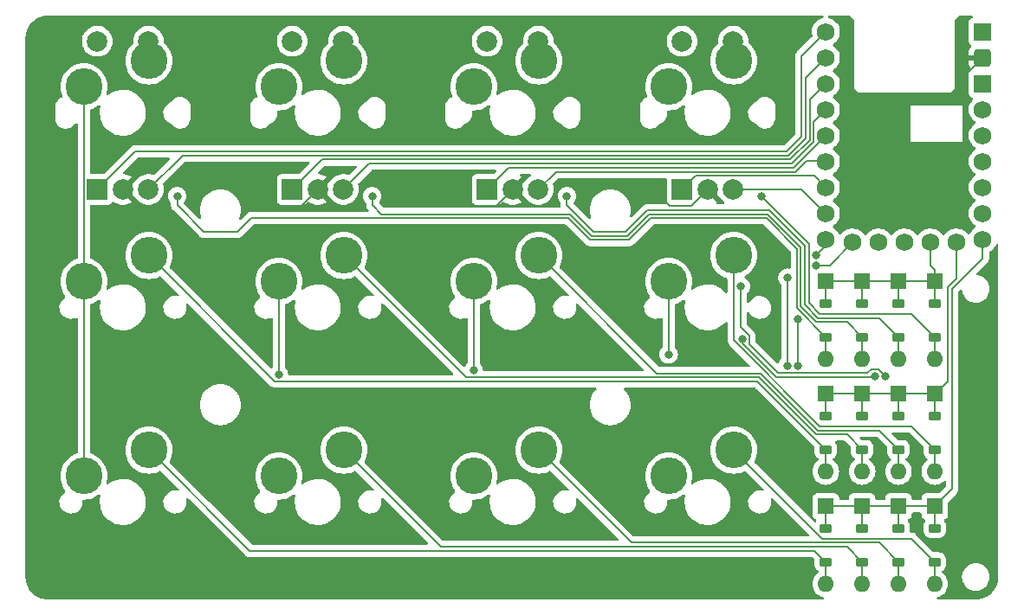
<source format=gbr>
%TF.GenerationSoftware,KiCad,Pcbnew,7.0.5*%
%TF.CreationDate,2023-11-04T19:54:29+08:00*%
%TF.ProjectId,Three2One,54687265-6532-44f6-9e65-2e6b69636164,rev?*%
%TF.SameCoordinates,Original*%
%TF.FileFunction,Copper,L1,Top*%
%TF.FilePolarity,Positive*%
%FSLAX46Y46*%
G04 Gerber Fmt 4.6, Leading zero omitted, Abs format (unit mm)*
G04 Created by KiCad (PCBNEW 7.0.5) date 2023-11-04 19:54:29*
%MOMM*%
%LPD*%
G01*
G04 APERTURE LIST*
G04 Aperture macros list*
%AMRoundRect*
0 Rectangle with rounded corners*
0 $1 Rounding radius*
0 $2 $3 $4 $5 $6 $7 $8 $9 X,Y pos of 4 corners*
0 Add a 4 corners polygon primitive as box body*
4,1,4,$2,$3,$4,$5,$6,$7,$8,$9,$2,$3,0*
0 Add four circle primitives for the rounded corners*
1,1,$1+$1,$2,$3*
1,1,$1+$1,$4,$5*
1,1,$1+$1,$6,$7*
1,1,$1+$1,$8,$9*
0 Add four rect primitives between the rounded corners*
20,1,$1+$1,$2,$3,$4,$5,0*
20,1,$1+$1,$4,$5,$6,$7,0*
20,1,$1+$1,$6,$7,$8,$9,0*
20,1,$1+$1,$8,$9,$2,$3,0*%
G04 Aperture macros list end*
%TA.AperFunction,ComponentPad*%
%ADD10R,1.600000X1.600000*%
%TD*%
%TA.AperFunction,SMDPad,CuDef*%
%ADD11RoundRect,0.225000X-0.375000X0.225000X-0.375000X-0.225000X0.375000X-0.225000X0.375000X0.225000X0*%
%TD*%
%TA.AperFunction,ComponentPad*%
%ADD12O,1.600000X1.600000*%
%TD*%
%TA.AperFunction,ComponentPad*%
%ADD13R,2.000000X2.000000*%
%TD*%
%TA.AperFunction,ComponentPad*%
%ADD14C,2.000000*%
%TD*%
%TA.AperFunction,ComponentPad*%
%ADD15C,3.600000*%
%TD*%
%TA.AperFunction,ComponentPad*%
%ADD16R,1.752600X1.752600*%
%TD*%
%TA.AperFunction,ComponentPad*%
%ADD17RoundRect,0.438150X0.438150X0.438150X-0.438150X0.438150X-0.438150X-0.438150X0.438150X-0.438150X0*%
%TD*%
%TA.AperFunction,ComponentPad*%
%ADD18C,1.752600*%
%TD*%
%TA.AperFunction,ViaPad*%
%ADD19C,0.800000*%
%TD*%
%TA.AperFunction,Conductor*%
%ADD20C,0.200000*%
%TD*%
G04 APERTURE END LIST*
D10*
%TO.P,D5,1,K*%
%TO.N,row1*%
X148335000Y-62765000D03*
D11*
X148335000Y-64915000D03*
%TO.P,D5,2,A*%
%TO.N,Net-(D5-A)*%
X148335000Y-68215000D03*
D12*
X148335000Y-70365000D03*
%TD*%
D10*
%TO.P,D10,1,K*%
%TO.N,row2*%
X151885000Y-73765000D03*
D11*
X151885000Y-75915000D03*
%TO.P,D10,2,A*%
%TO.N,Net-(D10-A)*%
X151885000Y-79215000D03*
D12*
X151885000Y-81365000D03*
%TD*%
D10*
%TO.P,D11,1,K*%
%TO.N,row2*%
X155435000Y-73765000D03*
D11*
X155435000Y-75915000D03*
%TO.P,D11,2,A*%
%TO.N,Net-(D11-A)*%
X155435000Y-79215000D03*
D12*
X155435000Y-81365000D03*
%TD*%
D13*
%TO.P,RE3,A,CLK*%
%TO.N,A3*%
X115240000Y-42750000D03*
D14*
%TO.P,RE3,B,DT*%
%TO.N,B3*%
X120240000Y-42750000D03*
%TO.P,RE3,C,GND*%
%TO.N,GND*%
X117740000Y-42750000D03*
%TO.P,RE3,S1,GND*%
%TO.N,Net-(D3-A)*%
X120240000Y-28250000D03*
D15*
X120280000Y-30170000D03*
%TO.P,RE3,S2,SW*%
%TO.N,col2*%
X113930000Y-32710000D03*
D14*
X115240000Y-28250000D03*
%TD*%
D13*
%TO.P,RE4,A,CLK*%
%TO.N,A4*%
X134290000Y-42750000D03*
D14*
%TO.P,RE4,B,DT*%
%TO.N,B4*%
X139290000Y-42750000D03*
%TO.P,RE4,C,GND*%
%TO.N,GND*%
X136790000Y-42750000D03*
%TO.P,RE4,S1,GND*%
%TO.N,Net-(D4-A)*%
X139290000Y-28250000D03*
D15*
X139330000Y-30170000D03*
%TO.P,RE4,S2,SW*%
%TO.N,col3*%
X132980000Y-32710000D03*
D14*
X134290000Y-28250000D03*
%TD*%
D10*
%TO.P,D8,1,K*%
%TO.N,row1*%
X158985000Y-62765000D03*
D11*
X158985000Y-64915000D03*
%TO.P,D8,2,A*%
%TO.N,Net-(D8-A)*%
X158985000Y-68215000D03*
D12*
X158985000Y-70365000D03*
%TD*%
D15*
%TO.P,SW9,1,1*%
%TO.N,col0*%
X75830000Y-70810000D03*
%TO.P,SW9,2,2*%
%TO.N,Net-(D9-A)*%
X82180000Y-68270000D03*
%TD*%
%TO.P,SW6,1,1*%
%TO.N,col1*%
X94880000Y-51760000D03*
%TO.P,SW6,2,2*%
%TO.N,Net-(D6-A)*%
X101230000Y-49220000D03*
%TD*%
%TO.P,SW8,1,1*%
%TO.N,col3*%
X132980000Y-51760000D03*
%TO.P,SW8,2,2*%
%TO.N,Net-(D8-A)*%
X139330000Y-49220000D03*
%TD*%
D10*
%TO.P,D6,1,K*%
%TO.N,row1*%
X151885000Y-62765000D03*
D11*
X151885000Y-64915000D03*
%TO.P,D6,2,A*%
%TO.N,Net-(D6-A)*%
X151885000Y-68215000D03*
D12*
X151885000Y-70365000D03*
%TD*%
D13*
%TO.P,RE1,A,CLK*%
%TO.N,A1*%
X77140000Y-42750000D03*
D14*
%TO.P,RE1,B,DT*%
%TO.N,B1*%
X82140000Y-42750000D03*
%TO.P,RE1,C,GND*%
%TO.N,GND*%
X79640000Y-42750000D03*
%TO.P,RE1,S1,GND*%
%TO.N,Net-(D1-A)*%
X82140000Y-28250000D03*
D15*
X82180000Y-30170000D03*
%TO.P,RE1,S2,SW*%
%TO.N,col0*%
X75830000Y-32710000D03*
D14*
X77140000Y-28250000D03*
%TD*%
D10*
%TO.P,D9,1,K*%
%TO.N,row2*%
X148335000Y-73765000D03*
D11*
X148335000Y-75915000D03*
%TO.P,D9,2,A*%
%TO.N,Net-(D9-A)*%
X148335000Y-79215000D03*
D12*
X148335000Y-81365000D03*
%TD*%
D10*
%TO.P,D2,1,K*%
%TO.N,row0*%
X151885000Y-51765000D03*
D11*
X151885000Y-53915000D03*
%TO.P,D2,2,A*%
%TO.N,Net-(D2-A)*%
X151885000Y-57215000D03*
D12*
X151885000Y-59365000D03*
%TD*%
D10*
%TO.P,D3,1,K*%
%TO.N,row0*%
X155435000Y-51765000D03*
D11*
X155435000Y-53915000D03*
%TO.P,D3,2,A*%
%TO.N,Net-(D3-A)*%
X155435000Y-57215000D03*
D12*
X155435000Y-59365000D03*
%TD*%
D10*
%TO.P,D7,1,K*%
%TO.N,row1*%
X155435000Y-62765000D03*
D11*
X155435000Y-64915000D03*
%TO.P,D7,2,A*%
%TO.N,Net-(D7-A)*%
X155435000Y-68215000D03*
D12*
X155435000Y-70365000D03*
%TD*%
D15*
%TO.P,SW12,1,1*%
%TO.N,col3*%
X132980000Y-70810000D03*
%TO.P,SW12,2,2*%
%TO.N,Net-(D12-A)*%
X139330000Y-68270000D03*
%TD*%
%TO.P,SW10,1,1*%
%TO.N,col1*%
X94880000Y-70810000D03*
%TO.P,SW10,2,2*%
%TO.N,Net-(D10-A)*%
X101230000Y-68270000D03*
%TD*%
D13*
%TO.P,RE2,A,CLK*%
%TO.N,A2*%
X96190000Y-42750000D03*
D14*
%TO.P,RE2,B,DT*%
%TO.N,B2*%
X101190000Y-42750000D03*
%TO.P,RE2,C,GND*%
%TO.N,GND*%
X98690000Y-42750000D03*
%TO.P,RE2,S1,GND*%
%TO.N,Net-(D2-A)*%
X101190000Y-28250000D03*
D15*
X101230000Y-30170000D03*
%TO.P,RE2,S2,SW*%
%TO.N,col1*%
X94880000Y-32710000D03*
D14*
X96190000Y-28250000D03*
%TD*%
D15*
%TO.P,SW7,1,1*%
%TO.N,col2*%
X113930000Y-51760000D03*
%TO.P,SW7,2,2*%
%TO.N,Net-(D7-A)*%
X120280000Y-49220000D03*
%TD*%
%TO.P,SW11,1,1*%
%TO.N,col2*%
X113930000Y-70810000D03*
%TO.P,SW11,2,2*%
%TO.N,Net-(D11-A)*%
X120280000Y-68270000D03*
%TD*%
%TO.P,SW5,1,1*%
%TO.N,col0*%
X75830000Y-51760000D03*
%TO.P,SW5,2,2*%
%TO.N,Net-(D5-A)*%
X82180000Y-49220000D03*
%TD*%
D10*
%TO.P,D1,1,K*%
%TO.N,row0*%
X148335000Y-51765000D03*
D11*
X148335000Y-53915000D03*
%TO.P,D1,2,A*%
%TO.N,Net-(D1-A)*%
X148335000Y-57215000D03*
D12*
X148335000Y-59365000D03*
%TD*%
D10*
%TO.P,D12,1,K*%
%TO.N,row2*%
X158985000Y-73765000D03*
D11*
X158985000Y-75915000D03*
%TO.P,D12,2,A*%
%TO.N,Net-(D12-A)*%
X158985000Y-79215000D03*
D12*
X158985000Y-81365000D03*
%TD*%
D10*
%TO.P,D4,1,K*%
%TO.N,row0*%
X158985000Y-51765000D03*
D11*
X158985000Y-53915000D03*
%TO.P,D4,2,A*%
%TO.N,Net-(D4-A)*%
X158985000Y-57215000D03*
D12*
X158985000Y-59365000D03*
%TD*%
D16*
%TO.P,U1,1,5V*%
%TO.N,VCC*%
X163685000Y-27315000D03*
D17*
%TO.P,U1,2,GND*%
%TO.N,GND*%
X163685000Y-29855000D03*
D16*
%TO.P,U1,3,3V3*%
%TO.N,+3V3*%
X163685000Y-32395000D03*
D18*
%TO.P,U1,4,GP29*%
%TO.N,unconnected-(U1-GP29-Pad4)*%
X163685000Y-34935000D03*
%TO.P,U1,5,GP28*%
%TO.N,unconnected-(U1-GP28-Pad5)*%
X163685000Y-37475000D03*
%TO.P,U1,6,GP27*%
%TO.N,unconnected-(U1-GP27-Pad6)*%
X163685000Y-40015000D03*
%TO.P,U1,7,GP26*%
%TO.N,unconnected-(U1-GP26-Pad7)*%
X163685000Y-42555000D03*
%TO.P,U1,8,GP15*%
%TO.N,unconnected-(U1-GP15-Pad8)*%
X163685000Y-45095000D03*
%TO.P,U1,9,GP14*%
%TO.N,row2*%
X163685000Y-47635000D03*
%TO.P,U1,10,GP0*%
%TO.N,A1*%
X148335000Y-27315000D03*
%TO.P,U1,11,GP1*%
%TO.N,B1*%
X148335000Y-29855000D03*
%TO.P,U1,12,GP2*%
%TO.N,A2*%
X148335000Y-32395000D03*
%TO.P,U1,13,GP3*%
%TO.N,B2*%
X148335000Y-34935000D03*
%TO.P,U1,14,GP4*%
%TO.N,A3*%
X148335000Y-37475000D03*
%TO.P,U1,15,GP5*%
%TO.N,B3*%
X148335000Y-40015000D03*
%TO.P,U1,16,GP6*%
%TO.N,A4*%
X148335000Y-42555000D03*
%TO.P,U1,17,GP7*%
%TO.N,B4*%
X148335000Y-45095000D03*
%TO.P,U1,18,GP8*%
%TO.N,col0*%
X148335000Y-47635000D03*
%TO.P,U1,19,GP9*%
%TO.N,col1*%
X150930000Y-47955000D03*
%TO.P,U1,20,GP10*%
%TO.N,col2*%
X153470000Y-47955000D03*
%TO.P,U1,21,GP11*%
%TO.N,col3*%
X156010000Y-47955000D03*
%TO.P,U1,22,GP12*%
%TO.N,row0*%
X158550000Y-47955000D03*
%TO.P,U1,23,GP13*%
%TO.N,row1*%
X161090000Y-47955000D03*
%TD*%
D19*
%TO.N,Net-(D1-A)*%
X84950000Y-43410000D03*
%TO.N,Net-(D2-A)*%
X104010000Y-43410000D03*
%TO.N,Net-(D3-A)*%
X123040000Y-43410000D03*
%TO.N,Net-(D4-A)*%
X142090000Y-43449500D03*
%TO.N,GND*%
X113230500Y-44060000D03*
X161090000Y-45100000D03*
X161850000Y-53950000D03*
X130260000Y-43790000D03*
X94180500Y-44360000D03*
%TO.N,col0*%
X144590000Y-60030000D03*
X147399500Y-49170497D03*
X144590000Y-51400000D03*
%TO.N,col1*%
X145600000Y-60040500D03*
X147399500Y-50170000D03*
X145595378Y-55464622D03*
X94880000Y-60840000D03*
%TO.N,col2*%
X140193151Y-57386849D03*
X113930000Y-60450500D03*
X153130000Y-61070000D03*
%TO.N,col3*%
X140030000Y-52250000D03*
X132980000Y-58886349D03*
X154190000Y-61070000D03*
%TD*%
D20*
%TO.N,GND*%
X162020000Y-31520000D02*
X163685000Y-29855000D01*
X161090000Y-45100000D02*
X162020000Y-44170000D01*
X162020000Y-44170000D02*
X162020000Y-31520000D01*
%TO.N,row0*%
X158985000Y-51765000D02*
X158985000Y-53915000D01*
X148335000Y-51765000D02*
X158985000Y-51765000D01*
X158985000Y-50635000D02*
X158550000Y-50200000D01*
X158550000Y-50200000D02*
X158550000Y-47955000D01*
X148335000Y-53915000D02*
X148335000Y-51765000D01*
X155435000Y-53915000D02*
X155435000Y-51765000D01*
X151885000Y-51765000D02*
X151885000Y-53915000D01*
X158985000Y-51765000D02*
X158985000Y-50635000D01*
%TO.N,Net-(D1-A)*%
X148335000Y-59365000D02*
X148335000Y-57215000D01*
X145500000Y-54380000D02*
X148335000Y-57215000D01*
X125298630Y-47700000D02*
X129131372Y-47700000D01*
X90855000Y-46875000D02*
X92160000Y-45570000D01*
X84950000Y-44310000D02*
X87515000Y-46875000D01*
X131251372Y-45580000D02*
X142523442Y-45580000D01*
X123168630Y-45570000D02*
X125298630Y-47700000D01*
X129131372Y-47700000D02*
X131251372Y-45580000D01*
X142523442Y-45580000D02*
X145500000Y-48556558D01*
X145500000Y-48556558D02*
X145500000Y-54380000D01*
X92160000Y-45570000D02*
X123168630Y-45570000D01*
X87515000Y-46875000D02*
X90855000Y-46875000D01*
X84950000Y-43410000D02*
X84950000Y-44310000D01*
%TO.N,Net-(D2-A)*%
X128965686Y-47300000D02*
X131085686Y-45180000D01*
X147415686Y-55730000D02*
X150400000Y-55730000D01*
X104010000Y-43410000D02*
X104010000Y-44290000D01*
X145900000Y-48390872D02*
X145900000Y-54214314D01*
X104010000Y-44290000D02*
X104890000Y-45170000D01*
X151885000Y-59365000D02*
X151885000Y-57215000D01*
X145900000Y-54214314D02*
X147415686Y-55730000D01*
X142689128Y-45180000D02*
X145900000Y-48390872D01*
X131085686Y-45180000D02*
X142689128Y-45180000D01*
X125464315Y-47300000D02*
X128965686Y-47300000D01*
X123334315Y-45170000D02*
X125464315Y-47300000D01*
X150400000Y-55730000D02*
X151885000Y-57215000D01*
X104890000Y-45170000D02*
X123334315Y-45170000D01*
%TO.N,Net-(D3-A)*%
X130920000Y-44780000D02*
X142854814Y-44780000D01*
X147581372Y-55330000D02*
X153550000Y-55330000D01*
X155435000Y-57215000D02*
X155435000Y-59365000D01*
X123040000Y-43410000D02*
X123040000Y-44310000D01*
X125630000Y-46900000D02*
X128800000Y-46900000D01*
X146300000Y-48225186D02*
X146300000Y-54048628D01*
X153550000Y-55330000D02*
X155435000Y-57215000D01*
X128800000Y-46900000D02*
X130920000Y-44780000D01*
X123040000Y-44310000D02*
X125630000Y-46900000D01*
X146300000Y-54048628D02*
X147581372Y-55330000D01*
X142854814Y-44780000D02*
X146300000Y-48225186D01*
%TO.N,Net-(D4-A)*%
X146700000Y-53882942D02*
X147747058Y-54930000D01*
X147747058Y-54930000D02*
X156700000Y-54930000D01*
X146700000Y-48059500D02*
X146700000Y-53882942D01*
X158985000Y-59365000D02*
X158985000Y-57215000D01*
X142090000Y-43449500D02*
X146700000Y-48059500D01*
X156700000Y-54930000D02*
X158985000Y-57215000D01*
%TO.N,row1*%
X161090000Y-47955000D02*
X161090000Y-51448604D01*
X160240000Y-52298604D02*
X160240000Y-61510000D01*
X161090000Y-51448604D02*
X160240000Y-52298604D01*
X148335000Y-62765000D02*
X158985000Y-62765000D01*
X160240000Y-61510000D02*
X158985000Y-62765000D01*
X148335000Y-62765000D02*
X148335000Y-64915000D01*
X158985000Y-64915000D02*
X158985000Y-62765000D01*
X155435000Y-62765000D02*
X155435000Y-64915000D01*
X151885000Y-64915000D02*
X151885000Y-62765000D01*
%TO.N,Net-(D5-A)*%
X148335000Y-70365000D02*
X148335000Y-68215000D01*
X82180000Y-49220000D02*
X94510000Y-61550000D01*
X94510000Y-61550000D02*
X141670000Y-61550000D01*
X141670000Y-61550000D02*
X148335000Y-68215000D01*
%TO.N,Net-(D6-A)*%
X113160000Y-61150000D02*
X141835686Y-61150000D01*
X101230000Y-49220000D02*
X113160000Y-61150000D01*
X141835686Y-61150000D02*
X147425686Y-66740000D01*
X151885000Y-68215000D02*
X151885000Y-70365000D01*
X150410000Y-66740000D02*
X151885000Y-68215000D01*
X147425686Y-66740000D02*
X150410000Y-66740000D01*
%TO.N,Net-(D7-A)*%
X155435000Y-70365000D02*
X155435000Y-68215000D01*
X120280000Y-49220000D02*
X131810000Y-60750000D01*
X147591372Y-66340000D02*
X153560000Y-66340000D01*
X131810000Y-60750000D02*
X142001372Y-60750000D01*
X142001372Y-60750000D02*
X147591372Y-66340000D01*
X153560000Y-66340000D02*
X155435000Y-68215000D01*
%TO.N,Net-(D8-A)*%
X139330000Y-57512942D02*
X147757058Y-65940000D01*
X158985000Y-68215000D02*
X158985000Y-70365000D01*
X139330000Y-49220000D02*
X139330000Y-57512942D01*
X147757058Y-65940000D02*
X156710000Y-65940000D01*
X156710000Y-65940000D02*
X158985000Y-68215000D01*
%TO.N,row2*%
X148335000Y-75915000D02*
X148335000Y-73765000D01*
X160690000Y-72060000D02*
X158985000Y-73765000D01*
X163685000Y-47635000D02*
X163685000Y-49490000D01*
X148335000Y-73765000D02*
X158985000Y-73765000D01*
X163685000Y-49490000D02*
X160690000Y-52485000D01*
X155435000Y-75915000D02*
X155435000Y-73765000D01*
X160690000Y-52485000D02*
X160690000Y-72060000D01*
X158985000Y-73765000D02*
X158985000Y-75915000D01*
X151885000Y-73765000D02*
X151885000Y-75915000D01*
%TO.N,Net-(D9-A)*%
X147250000Y-78130000D02*
X148335000Y-79215000D01*
X82180000Y-68270000D02*
X92040000Y-78130000D01*
X148335000Y-81365000D02*
X148335000Y-79215000D01*
X92040000Y-78130000D02*
X147250000Y-78130000D01*
%TO.N,Net-(D10-A)*%
X150400000Y-77730000D02*
X151885000Y-79215000D01*
X110690000Y-77730000D02*
X150400000Y-77730000D01*
X101230000Y-68270000D02*
X110690000Y-77730000D01*
X151885000Y-79215000D02*
X151885000Y-81365000D01*
%TO.N,Net-(D11-A)*%
X155435000Y-81365000D02*
X155435000Y-79215000D01*
X153550000Y-77330000D02*
X155435000Y-79215000D01*
X129340000Y-77330000D02*
X153550000Y-77330000D01*
X120280000Y-68270000D02*
X129340000Y-77330000D01*
%TO.N,Net-(D12-A)*%
X139330000Y-68287817D02*
X147972183Y-76930000D01*
X147972183Y-76930000D02*
X156700000Y-76930000D01*
X156700000Y-76930000D02*
X158985000Y-79215000D01*
X158985000Y-79215000D02*
X158985000Y-81365000D01*
X139330000Y-68270000D02*
X139330000Y-68287817D01*
%TO.N,A1*%
X80865000Y-39025000D02*
X144522256Y-39025000D01*
X145958700Y-29691300D02*
X148335000Y-27315000D01*
X77140000Y-42750000D02*
X80865000Y-39025000D01*
X145958700Y-37588556D02*
X145958700Y-29691300D01*
X144522256Y-39025000D02*
X145958700Y-37588556D01*
%TO.N,B1*%
X146358700Y-37754242D02*
X146358700Y-31831300D01*
X146358700Y-31831300D02*
X148335000Y-29855000D01*
X144687942Y-39425000D02*
X146358700Y-37754242D01*
X82140000Y-42750000D02*
X85465000Y-39425000D01*
X85465000Y-39425000D02*
X144687942Y-39425000D01*
%TO.N,GND*%
X116080000Y-44410000D02*
X117740000Y-42750000D01*
X94420500Y-44600000D02*
X96840000Y-44600000D01*
X132480000Y-43790000D02*
X133070000Y-44380000D01*
X94180500Y-44360000D02*
X94420500Y-44600000D01*
X135160000Y-44380000D02*
X136790000Y-42750000D01*
X113580500Y-44410000D02*
X116080000Y-44410000D01*
X130260000Y-43790000D02*
X132480000Y-43790000D01*
X133070000Y-44380000D02*
X135160000Y-44380000D01*
X113230500Y-44060000D02*
X113580500Y-44410000D01*
X96840000Y-44600000D02*
X98690000Y-42750000D01*
%TO.N,col0*%
X144590000Y-51400000D02*
X144590000Y-60030000D01*
X148335000Y-48234997D02*
X147399500Y-49170497D01*
X148335000Y-47635000D02*
X148335000Y-48234997D01*
X75830000Y-32710000D02*
X75830000Y-70810000D01*
%TO.N,A2*%
X146758700Y-37919927D02*
X146758700Y-33971300D01*
X96190000Y-42750000D02*
X99115000Y-39825000D01*
X146758700Y-33971300D02*
X148335000Y-32395000D01*
X144853628Y-39825000D02*
X146758700Y-37919927D01*
X99115000Y-39825000D02*
X144853628Y-39825000D01*
%TO.N,B2*%
X147158700Y-38085614D02*
X147158700Y-36111300D01*
X103715000Y-40225000D02*
X145019314Y-40225000D01*
X101190000Y-42750000D02*
X103715000Y-40225000D01*
X147158700Y-36111300D02*
X148335000Y-34935000D01*
X145019314Y-40225000D02*
X147158700Y-38085614D01*
%TO.N,col1*%
X94880000Y-51760000D02*
X94880000Y-60840000D01*
X145600000Y-60040500D02*
X145600000Y-55469244D01*
X145600000Y-55469244D02*
X145595378Y-55464622D01*
X148715000Y-50170000D02*
X147399500Y-50170000D01*
X150930000Y-47955000D02*
X148715000Y-50170000D01*
%TO.N,A3*%
X117365000Y-40625000D02*
X145185000Y-40625000D01*
X115240000Y-42750000D02*
X117365000Y-40625000D01*
X145185000Y-40625000D02*
X148335000Y-37475000D01*
%TO.N,B3*%
X146435686Y-39940000D02*
X148260000Y-39940000D01*
X145350686Y-41025000D02*
X146435686Y-39940000D01*
X120240000Y-42750000D02*
X121965000Y-41025000D01*
X121965000Y-41025000D02*
X145350686Y-41025000D01*
X148260000Y-39940000D02*
X148335000Y-40015000D01*
%TO.N,col2*%
X143522744Y-61140000D02*
X140193151Y-57810407D01*
X153060000Y-61140000D02*
X143522744Y-61140000D01*
X140193151Y-57810407D02*
X140193151Y-57386849D01*
X113930000Y-51760000D02*
X113930000Y-60450500D01*
X153130000Y-61070000D02*
X153060000Y-61140000D01*
%TO.N,A4*%
X134290000Y-42750000D02*
X135615000Y-41425000D01*
X135615000Y-41425000D02*
X147205000Y-41425000D01*
X147205000Y-41425000D02*
X148335000Y-42555000D01*
%TO.N,B4*%
X145990000Y-42750000D02*
X148335000Y-45095000D01*
X139290000Y-42750000D02*
X145990000Y-42750000D01*
%TO.N,col3*%
X140893151Y-57944721D02*
X140893151Y-57096899D01*
X132980000Y-51760000D02*
X132980000Y-58886349D01*
X140893151Y-57096899D02*
X140030000Y-56233748D01*
X154190000Y-61070000D02*
X153490000Y-60370000D01*
X140030000Y-56233748D02*
X140030000Y-52250000D01*
X143688430Y-60740000D02*
X140893151Y-57944721D01*
X152400000Y-60740000D02*
X143688430Y-60740000D01*
X153490000Y-60370000D02*
X152770000Y-60370000D01*
X152770000Y-60370000D02*
X152400000Y-60740000D01*
%TD*%
%TA.AperFunction,Conductor*%
%TO.N,GND*%
G36*
X148066133Y-25745185D02*
G01*
X148111888Y-25797989D01*
X148121832Y-25867147D01*
X148092807Y-25930703D01*
X148034029Y-25968477D01*
X148019504Y-25971809D01*
X147995853Y-25975755D01*
X147780057Y-26049839D01*
X147780049Y-26049842D01*
X147579379Y-26158440D01*
X147399323Y-26298582D01*
X147399319Y-26298586D01*
X147244787Y-26466451D01*
X147119989Y-26657470D01*
X147028335Y-26866422D01*
X146972323Y-27087608D01*
X146972321Y-27087616D01*
X146953481Y-27314994D01*
X146953481Y-27315005D01*
X146972321Y-27542383D01*
X146972325Y-27542403D01*
X147012827Y-27702338D01*
X147010203Y-27772159D01*
X146980303Y-27820460D01*
X145564796Y-29235968D01*
X145558693Y-29241320D01*
X145530418Y-29263017D01*
X145506249Y-29294513D01*
X145506250Y-29294514D01*
X145434164Y-29388458D01*
X145434161Y-29388463D01*
X145373657Y-29534534D01*
X145373655Y-29534539D01*
X145361242Y-29628830D01*
X145353018Y-29691300D01*
X145355423Y-29709571D01*
X145357669Y-29726626D01*
X145358200Y-29734727D01*
X145358200Y-37288458D01*
X145338515Y-37355497D01*
X145321881Y-37376139D01*
X144309840Y-38388181D01*
X144248517Y-38421666D01*
X144222159Y-38424500D01*
X80908434Y-38424500D01*
X80900334Y-38423969D01*
X80865000Y-38419317D01*
X80864999Y-38419317D01*
X80660011Y-38446305D01*
X80637467Y-38468583D01*
X80626144Y-38473959D01*
X80562162Y-38500462D01*
X80436714Y-38596721D01*
X80415024Y-38624990D01*
X80409671Y-38631094D01*
X77827583Y-41213181D01*
X77766260Y-41246666D01*
X77739902Y-41249500D01*
X76554500Y-41249500D01*
X76487461Y-41229815D01*
X76441706Y-41177011D01*
X76430500Y-41125500D01*
X76430500Y-35024443D01*
X76450185Y-34957404D01*
X76502989Y-34911649D01*
X76514631Y-34907028D01*
X76712252Y-34839945D01*
X76982718Y-34706566D01*
X77233461Y-34539025D01*
X77275063Y-34502540D01*
X77338446Y-34473136D01*
X77407662Y-34482668D01*
X77460738Y-34528107D01*
X77480822Y-34595028D01*
X77475257Y-34632505D01*
X77445907Y-34727118D01*
X77410525Y-34936880D01*
X77395791Y-35024230D01*
X77390042Y-35196202D01*
X77385723Y-35325373D01*
X77415881Y-35625160D01*
X77415882Y-35625162D01*
X77485728Y-35918252D01*
X77485733Y-35918266D01*
X77594020Y-36199427D01*
X77594024Y-36199436D01*
X77738825Y-36463665D01*
X77738829Y-36463671D01*
X77878658Y-36653448D01*
X77917554Y-36706238D01*
X77917561Y-36706245D01*
X78127019Y-36922823D01*
X78363478Y-37109553D01*
X78363480Y-37109554D01*
X78363485Y-37109558D01*
X78622730Y-37263109D01*
X78900128Y-37380736D01*
X79190729Y-37460340D01*
X79489347Y-37500500D01*
X79489351Y-37500500D01*
X79715252Y-37500500D01*
X79879164Y-37489526D01*
X79940634Y-37485412D01*
X80235903Y-37425396D01*
X80520537Y-37326560D01*
X80789459Y-37190668D01*
X81037869Y-37020144D01*
X81261333Y-36818032D01*
X81455865Y-36587939D01*
X81617993Y-36333970D01*
X81744823Y-36060658D01*
X81834093Y-35772879D01*
X81884209Y-35475770D01*
X81893556Y-35196202D01*
X83590660Y-35196202D01*
X83600887Y-35410901D01*
X83651563Y-35619791D01*
X83651565Y-35619795D01*
X83726348Y-35783548D01*
X83740854Y-35815310D01*
X83837775Y-35951417D01*
X83865535Y-35990400D01*
X83865540Y-35990406D01*
X84021094Y-36138725D01*
X84021096Y-36138726D01*
X84021097Y-36138727D01*
X84201920Y-36254935D01*
X84313568Y-36299632D01*
X84349088Y-36313852D01*
X84404010Y-36357043D01*
X84411419Y-36368789D01*
X84414586Y-36374494D01*
X84414593Y-36374505D01*
X84547132Y-36528893D01*
X84547134Y-36528895D01*
X84708037Y-36653445D01*
X84708038Y-36653445D01*
X84708042Y-36653448D01*
X84890729Y-36743060D01*
X85087715Y-36794063D01*
X85290936Y-36804369D01*
X85492071Y-36773556D01*
X85682887Y-36702886D01*
X85855571Y-36595252D01*
X86003053Y-36455059D01*
X86119295Y-36288049D01*
X86199540Y-36101058D01*
X86240500Y-35901741D01*
X86240500Y-35850743D01*
X92089500Y-35850743D01*
X92104925Y-36002439D01*
X92165837Y-36196579D01*
X92165844Y-36196594D01*
X92264589Y-36374499D01*
X92264592Y-36374504D01*
X92397132Y-36528893D01*
X92397134Y-36528895D01*
X92558037Y-36653445D01*
X92558038Y-36653445D01*
X92558042Y-36653448D01*
X92740729Y-36743060D01*
X92937715Y-36794063D01*
X93140936Y-36804369D01*
X93342071Y-36773556D01*
X93532887Y-36702886D01*
X93705571Y-36595252D01*
X93853053Y-36455059D01*
X93918572Y-36360923D01*
X93973025Y-36317146D01*
X93985413Y-36312784D01*
X94030209Y-36299631D01*
X94221259Y-36201138D01*
X94390217Y-36068268D01*
X94530976Y-35905824D01*
X94533334Y-35901741D01*
X94638446Y-35719680D01*
X94638448Y-35719677D01*
X94708750Y-35516554D01*
X94739339Y-35303797D01*
X94731727Y-35143999D01*
X94748200Y-35076101D01*
X94798767Y-35027885D01*
X94863700Y-35014367D01*
X94880000Y-35015436D01*
X95180920Y-34995713D01*
X95476691Y-34936880D01*
X95762252Y-34839945D01*
X96032718Y-34706566D01*
X96283461Y-34539025D01*
X96325063Y-34502540D01*
X96388446Y-34473136D01*
X96457662Y-34482668D01*
X96510738Y-34528107D01*
X96530822Y-34595028D01*
X96525257Y-34632505D01*
X96495907Y-34727118D01*
X96460525Y-34936880D01*
X96445791Y-35024230D01*
X96440042Y-35196202D01*
X96435723Y-35325373D01*
X96465881Y-35625160D01*
X96465882Y-35625162D01*
X96535728Y-35918252D01*
X96535733Y-35918266D01*
X96644020Y-36199427D01*
X96644024Y-36199436D01*
X96788825Y-36463665D01*
X96788829Y-36463671D01*
X96928658Y-36653448D01*
X96967554Y-36706238D01*
X96967561Y-36706245D01*
X97177019Y-36922823D01*
X97413478Y-37109553D01*
X97413480Y-37109554D01*
X97413485Y-37109558D01*
X97672730Y-37263109D01*
X97950128Y-37380736D01*
X98240729Y-37460340D01*
X98539347Y-37500500D01*
X98539351Y-37500500D01*
X98765252Y-37500500D01*
X98929164Y-37489526D01*
X98990634Y-37485412D01*
X99285903Y-37425396D01*
X99570537Y-37326560D01*
X99839459Y-37190668D01*
X100087869Y-37020144D01*
X100311333Y-36818032D01*
X100505865Y-36587939D01*
X100667993Y-36333970D01*
X100794823Y-36060658D01*
X100884093Y-35772879D01*
X100934209Y-35475770D01*
X100943556Y-35196202D01*
X102640660Y-35196202D01*
X102650887Y-35410901D01*
X102701563Y-35619791D01*
X102701565Y-35619795D01*
X102776348Y-35783548D01*
X102790854Y-35815310D01*
X102887775Y-35951417D01*
X102915535Y-35990400D01*
X102915540Y-35990406D01*
X103071094Y-36138725D01*
X103071096Y-36138726D01*
X103071097Y-36138727D01*
X103251920Y-36254935D01*
X103363568Y-36299632D01*
X103399088Y-36313852D01*
X103454010Y-36357043D01*
X103461419Y-36368789D01*
X103464586Y-36374494D01*
X103464593Y-36374505D01*
X103597132Y-36528893D01*
X103597134Y-36528895D01*
X103758037Y-36653445D01*
X103758038Y-36653445D01*
X103758042Y-36653448D01*
X103940729Y-36743060D01*
X104137715Y-36794063D01*
X104340936Y-36804369D01*
X104542071Y-36773556D01*
X104732887Y-36702886D01*
X104905571Y-36595252D01*
X105053053Y-36455059D01*
X105169295Y-36288049D01*
X105249540Y-36101058D01*
X105290500Y-35901741D01*
X105290500Y-34649258D01*
X105288797Y-34632505D01*
X105285314Y-34598258D01*
X111139499Y-34598258D01*
X111139500Y-35850743D01*
X111154925Y-36002439D01*
X111215837Y-36196579D01*
X111215844Y-36196594D01*
X111314589Y-36374499D01*
X111314592Y-36374504D01*
X111447132Y-36528893D01*
X111447134Y-36528895D01*
X111608037Y-36653445D01*
X111608038Y-36653445D01*
X111608042Y-36653448D01*
X111790729Y-36743060D01*
X111987715Y-36794063D01*
X112190936Y-36804369D01*
X112392071Y-36773556D01*
X112582887Y-36702886D01*
X112755571Y-36595252D01*
X112903053Y-36455059D01*
X112968572Y-36360923D01*
X113023025Y-36317146D01*
X113035413Y-36312784D01*
X113080209Y-36299631D01*
X113271259Y-36201138D01*
X113440217Y-36068268D01*
X113580976Y-35905824D01*
X113583334Y-35901741D01*
X113688446Y-35719680D01*
X113688448Y-35719677D01*
X113758750Y-35516554D01*
X113789339Y-35303797D01*
X113781727Y-35143999D01*
X113798200Y-35076101D01*
X113848767Y-35027885D01*
X113913700Y-35014367D01*
X113930000Y-35015436D01*
X114230920Y-34995713D01*
X114526691Y-34936880D01*
X114812252Y-34839945D01*
X115082718Y-34706566D01*
X115333461Y-34539025D01*
X115375063Y-34502540D01*
X115438446Y-34473136D01*
X115507662Y-34482668D01*
X115560738Y-34528107D01*
X115580822Y-34595028D01*
X115575257Y-34632505D01*
X115545907Y-34727118D01*
X115510525Y-34936880D01*
X115495791Y-35024230D01*
X115490042Y-35196202D01*
X115485723Y-35325373D01*
X115515881Y-35625160D01*
X115515882Y-35625162D01*
X115585728Y-35918252D01*
X115585733Y-35918266D01*
X115694020Y-36199427D01*
X115694024Y-36199436D01*
X115838825Y-36463665D01*
X115838829Y-36463671D01*
X115978658Y-36653448D01*
X116017554Y-36706238D01*
X116017561Y-36706245D01*
X116227019Y-36922823D01*
X116463478Y-37109553D01*
X116463480Y-37109554D01*
X116463485Y-37109558D01*
X116722730Y-37263109D01*
X117000128Y-37380736D01*
X117290729Y-37460340D01*
X117589347Y-37500500D01*
X117589351Y-37500500D01*
X117815252Y-37500500D01*
X117979164Y-37489526D01*
X118040634Y-37485412D01*
X118335903Y-37425396D01*
X118620537Y-37326560D01*
X118889459Y-37190668D01*
X119137869Y-37020144D01*
X119361333Y-36818032D01*
X119555865Y-36587939D01*
X119717993Y-36333970D01*
X119844823Y-36060658D01*
X119934093Y-35772879D01*
X119984209Y-35475770D01*
X119993556Y-35196202D01*
X121690660Y-35196202D01*
X121700887Y-35410901D01*
X121751563Y-35619791D01*
X121751565Y-35619795D01*
X121826348Y-35783548D01*
X121840854Y-35815310D01*
X121937775Y-35951417D01*
X121965535Y-35990400D01*
X121965540Y-35990406D01*
X122121094Y-36138725D01*
X122121096Y-36138726D01*
X122121097Y-36138727D01*
X122301920Y-36254935D01*
X122413568Y-36299632D01*
X122449088Y-36313852D01*
X122504010Y-36357043D01*
X122511419Y-36368789D01*
X122514586Y-36374494D01*
X122514593Y-36374505D01*
X122647132Y-36528893D01*
X122647134Y-36528895D01*
X122808037Y-36653445D01*
X122808038Y-36653445D01*
X122808042Y-36653448D01*
X122990729Y-36743060D01*
X123187715Y-36794063D01*
X123390936Y-36804369D01*
X123592071Y-36773556D01*
X123782887Y-36702886D01*
X123955571Y-36595252D01*
X124103053Y-36455059D01*
X124219295Y-36288049D01*
X124299540Y-36101058D01*
X124340500Y-35901741D01*
X124340500Y-34649258D01*
X124338797Y-34632505D01*
X124335314Y-34598258D01*
X130189499Y-34598258D01*
X130189500Y-35850743D01*
X130204925Y-36002439D01*
X130265837Y-36196579D01*
X130265844Y-36196594D01*
X130364589Y-36374499D01*
X130364592Y-36374504D01*
X130497132Y-36528893D01*
X130497134Y-36528895D01*
X130658037Y-36653445D01*
X130658038Y-36653445D01*
X130658042Y-36653448D01*
X130840729Y-36743060D01*
X131037715Y-36794063D01*
X131240936Y-36804369D01*
X131442071Y-36773556D01*
X131632887Y-36702886D01*
X131805571Y-36595252D01*
X131953053Y-36455059D01*
X132018572Y-36360923D01*
X132073025Y-36317146D01*
X132085413Y-36312784D01*
X132130209Y-36299631D01*
X132321259Y-36201138D01*
X132490217Y-36068268D01*
X132630976Y-35905824D01*
X132633334Y-35901741D01*
X132738446Y-35719680D01*
X132738448Y-35719677D01*
X132808750Y-35516554D01*
X132839339Y-35303797D01*
X132831727Y-35143999D01*
X132848200Y-35076101D01*
X132898767Y-35027885D01*
X132963700Y-35014367D01*
X132980000Y-35015436D01*
X133280920Y-34995713D01*
X133576691Y-34936880D01*
X133862252Y-34839945D01*
X134132718Y-34706566D01*
X134383461Y-34539025D01*
X134425063Y-34502540D01*
X134488446Y-34473136D01*
X134557662Y-34482668D01*
X134610738Y-34528107D01*
X134630822Y-34595028D01*
X134625257Y-34632505D01*
X134595907Y-34727118D01*
X134560525Y-34936880D01*
X134545791Y-35024230D01*
X134540042Y-35196202D01*
X134535723Y-35325373D01*
X134565881Y-35625160D01*
X134565882Y-35625162D01*
X134635728Y-35918252D01*
X134635733Y-35918266D01*
X134744020Y-36199427D01*
X134744024Y-36199436D01*
X134888825Y-36463665D01*
X134888829Y-36463671D01*
X135028658Y-36653448D01*
X135067554Y-36706238D01*
X135067561Y-36706245D01*
X135277019Y-36922823D01*
X135513478Y-37109553D01*
X135513480Y-37109554D01*
X135513485Y-37109558D01*
X135772730Y-37263109D01*
X136050128Y-37380736D01*
X136340729Y-37460340D01*
X136639347Y-37500500D01*
X136639351Y-37500500D01*
X136865252Y-37500500D01*
X137029164Y-37489526D01*
X137090634Y-37485412D01*
X137385903Y-37425396D01*
X137670537Y-37326560D01*
X137939459Y-37190668D01*
X138187869Y-37020144D01*
X138411333Y-36818032D01*
X138605865Y-36587939D01*
X138767993Y-36333970D01*
X138894823Y-36060658D01*
X138984093Y-35772879D01*
X139034209Y-35475770D01*
X139043556Y-35196202D01*
X140740660Y-35196202D01*
X140750887Y-35410901D01*
X140801563Y-35619791D01*
X140801565Y-35619795D01*
X140876348Y-35783548D01*
X140890854Y-35815310D01*
X140987775Y-35951417D01*
X141015535Y-35990400D01*
X141015540Y-35990406D01*
X141171094Y-36138725D01*
X141171096Y-36138726D01*
X141171097Y-36138727D01*
X141351920Y-36254935D01*
X141463568Y-36299632D01*
X141499088Y-36313852D01*
X141554010Y-36357043D01*
X141561419Y-36368789D01*
X141564586Y-36374494D01*
X141564593Y-36374505D01*
X141697132Y-36528893D01*
X141697134Y-36528895D01*
X141858037Y-36653445D01*
X141858038Y-36653445D01*
X141858042Y-36653448D01*
X142040729Y-36743060D01*
X142237715Y-36794063D01*
X142440936Y-36804369D01*
X142642071Y-36773556D01*
X142832887Y-36702886D01*
X143005571Y-36595252D01*
X143153053Y-36455059D01*
X143269295Y-36288049D01*
X143349540Y-36101058D01*
X143390500Y-35901741D01*
X143390500Y-34649258D01*
X143388797Y-34632505D01*
X143375074Y-34497560D01*
X143314162Y-34303420D01*
X143314160Y-34303416D01*
X143314159Y-34303412D01*
X143215409Y-34125498D01*
X143215408Y-34125497D01*
X143215407Y-34125495D01*
X143082867Y-33971106D01*
X143082865Y-33971104D01*
X142921962Y-33846554D01*
X142921959Y-33846553D01*
X142921958Y-33846552D01*
X142739271Y-33756940D01*
X142542285Y-33705937D01*
X142542287Y-33705937D01*
X142406804Y-33699066D01*
X142339064Y-33695631D01*
X142339063Y-33695631D01*
X142339061Y-33695631D01*
X142137936Y-33726442D01*
X142137924Y-33726445D01*
X141947118Y-33797111D01*
X141947111Y-33797115D01*
X141774432Y-33904745D01*
X141774427Y-33904749D01*
X141626949Y-34044937D01*
X141626946Y-34044941D01*
X141561426Y-34139075D01*
X141506972Y-34182853D01*
X141494590Y-34187213D01*
X141449796Y-34200366D01*
X141258736Y-34298864D01*
X141089785Y-34431729D01*
X141089782Y-34431733D01*
X140949021Y-34594178D01*
X140841553Y-34780319D01*
X140771251Y-34983442D01*
X140771250Y-34983444D01*
X140740661Y-35196200D01*
X140740660Y-35196202D01*
X139043556Y-35196202D01*
X139044277Y-35174631D01*
X139014118Y-34874838D01*
X138944269Y-34581739D01*
X138835977Y-34300566D01*
X138691175Y-34036335D01*
X138643112Y-33971104D01*
X138594219Y-33904745D01*
X138512446Y-33793762D01*
X138302980Y-33577176D01*
X138066521Y-33390446D01*
X138066517Y-33390443D01*
X138066515Y-33390442D01*
X137807270Y-33236891D01*
X137529872Y-33119264D01*
X137529863Y-33119261D01*
X137239272Y-33039660D01*
X137164616Y-33029620D01*
X136940653Y-32999500D01*
X136714756Y-32999500D01*
X136714748Y-32999500D01*
X136489368Y-33014587D01*
X136489359Y-33014589D01*
X136194094Y-33074604D01*
X135909464Y-33173439D01*
X135909459Y-33173441D01*
X135640546Y-33309328D01*
X135509479Y-33399301D01*
X135392131Y-33479856D01*
X135392128Y-33479858D01*
X135392123Y-33479862D01*
X135388865Y-33482435D01*
X135387836Y-33481131D01*
X135331092Y-33508514D01*
X135261738Y-33500039D01*
X135207976Y-33455413D01*
X135186875Y-33388806D01*
X135193428Y-33346319D01*
X135206880Y-33306691D01*
X135265713Y-33010920D01*
X135285436Y-32710000D01*
X135265713Y-32409080D01*
X135263286Y-32396881D01*
X135244005Y-32299946D01*
X135206880Y-32113309D01*
X135109945Y-31827748D01*
X135096354Y-31800189D01*
X134976568Y-31557286D01*
X134976564Y-31557279D01*
X134809026Y-31306540D01*
X134610189Y-31079810D01*
X134383459Y-30880973D01*
X134132720Y-30713435D01*
X134132713Y-30713431D01*
X133862268Y-30580062D01*
X133862247Y-30580053D01*
X133576698Y-30483122D01*
X133576692Y-30483120D01*
X133576691Y-30483120D01*
X133576689Y-30483119D01*
X133576683Y-30483118D01*
X133280930Y-30424288D01*
X133280921Y-30424287D01*
X133280920Y-30424287D01*
X132980000Y-30404564D01*
X132679080Y-30424287D01*
X132679079Y-30424287D01*
X132679069Y-30424288D01*
X132383316Y-30483118D01*
X132383301Y-30483122D01*
X132097752Y-30580053D01*
X132097731Y-30580062D01*
X131827286Y-30713431D01*
X131827279Y-30713435D01*
X131576540Y-30880973D01*
X131349810Y-31079810D01*
X131150973Y-31306540D01*
X130983435Y-31557279D01*
X130983431Y-31557286D01*
X130850062Y-31827731D01*
X130850053Y-31827752D01*
X130753122Y-32113301D01*
X130753118Y-32113316D01*
X130694288Y-32409069D01*
X130694287Y-32409079D01*
X130694287Y-32409080D01*
X130674564Y-32710000D01*
X130688430Y-32921565D01*
X130694287Y-33010918D01*
X130694288Y-33010930D01*
X130753118Y-33306683D01*
X130753122Y-33306698D01*
X130850053Y-33592247D01*
X130850060Y-33592262D01*
X130858749Y-33609882D01*
X130870744Y-33678714D01*
X130843622Y-33743105D01*
X130790605Y-33781005D01*
X130747117Y-33797112D01*
X130747108Y-33797116D01*
X130574432Y-33904745D01*
X130574427Y-33904749D01*
X130426949Y-34044938D01*
X130426948Y-34044940D01*
X130310705Y-34211949D01*
X130230459Y-34398943D01*
X130189499Y-34598258D01*
X124335314Y-34598258D01*
X124325074Y-34497560D01*
X124264162Y-34303420D01*
X124264160Y-34303416D01*
X124264159Y-34303412D01*
X124165409Y-34125498D01*
X124165408Y-34125497D01*
X124165407Y-34125495D01*
X124032867Y-33971106D01*
X124032865Y-33971104D01*
X123871962Y-33846554D01*
X123871959Y-33846553D01*
X123871958Y-33846552D01*
X123689271Y-33756940D01*
X123492285Y-33705937D01*
X123492287Y-33705937D01*
X123356804Y-33699066D01*
X123289064Y-33695631D01*
X123289063Y-33695631D01*
X123289061Y-33695631D01*
X123087936Y-33726442D01*
X123087924Y-33726445D01*
X122897118Y-33797111D01*
X122897111Y-33797115D01*
X122724432Y-33904745D01*
X122724427Y-33904749D01*
X122576949Y-34044937D01*
X122576946Y-34044941D01*
X122511426Y-34139075D01*
X122456972Y-34182853D01*
X122444590Y-34187213D01*
X122399796Y-34200366D01*
X122208736Y-34298864D01*
X122039785Y-34431729D01*
X122039782Y-34431733D01*
X121899021Y-34594178D01*
X121791553Y-34780319D01*
X121721251Y-34983442D01*
X121721250Y-34983444D01*
X121690661Y-35196200D01*
X121690660Y-35196202D01*
X119993556Y-35196202D01*
X119994277Y-35174631D01*
X119964118Y-34874838D01*
X119894269Y-34581739D01*
X119785977Y-34300566D01*
X119641175Y-34036335D01*
X119593112Y-33971104D01*
X119544219Y-33904745D01*
X119462446Y-33793762D01*
X119252980Y-33577176D01*
X119252979Y-33577175D01*
X119016521Y-33390446D01*
X119016517Y-33390443D01*
X119016515Y-33390442D01*
X118757270Y-33236891D01*
X118479872Y-33119264D01*
X118479863Y-33119261D01*
X118189272Y-33039660D01*
X118114616Y-33029620D01*
X117890653Y-32999500D01*
X117664756Y-32999500D01*
X117664748Y-32999500D01*
X117439368Y-33014587D01*
X117439359Y-33014589D01*
X117144094Y-33074604D01*
X116859464Y-33173439D01*
X116859459Y-33173441D01*
X116590546Y-33309328D01*
X116459479Y-33399301D01*
X116342131Y-33479856D01*
X116342128Y-33479858D01*
X116342123Y-33479862D01*
X116338865Y-33482435D01*
X116337836Y-33481131D01*
X116281092Y-33508514D01*
X116211738Y-33500039D01*
X116157976Y-33455413D01*
X116136875Y-33388806D01*
X116143428Y-33346319D01*
X116156880Y-33306691D01*
X116215713Y-33010920D01*
X116235436Y-32710000D01*
X116215713Y-32409080D01*
X116213286Y-32396881D01*
X116194005Y-32299946D01*
X116156880Y-32113309D01*
X116059945Y-31827748D01*
X116046354Y-31800189D01*
X115926568Y-31557286D01*
X115926564Y-31557279D01*
X115759026Y-31306540D01*
X115560189Y-31079810D01*
X115333459Y-30880973D01*
X115082720Y-30713435D01*
X115082713Y-30713431D01*
X114812268Y-30580062D01*
X114812247Y-30580053D01*
X114526698Y-30483122D01*
X114526692Y-30483120D01*
X114526691Y-30483120D01*
X114526689Y-30483119D01*
X114526683Y-30483118D01*
X114230930Y-30424288D01*
X114230921Y-30424287D01*
X114230920Y-30424287D01*
X113930000Y-30404564D01*
X113629080Y-30424287D01*
X113629079Y-30424287D01*
X113629069Y-30424288D01*
X113333316Y-30483118D01*
X113333301Y-30483122D01*
X113047752Y-30580053D01*
X113047731Y-30580062D01*
X112777286Y-30713431D01*
X112777279Y-30713435D01*
X112526540Y-30880973D01*
X112299810Y-31079810D01*
X112100973Y-31306540D01*
X111933435Y-31557279D01*
X111933431Y-31557286D01*
X111800062Y-31827731D01*
X111800053Y-31827752D01*
X111703122Y-32113301D01*
X111703118Y-32113316D01*
X111644288Y-32409069D01*
X111644287Y-32409079D01*
X111644287Y-32409080D01*
X111624564Y-32710000D01*
X111638430Y-32921565D01*
X111644287Y-33010918D01*
X111644288Y-33010930D01*
X111703118Y-33306683D01*
X111703122Y-33306698D01*
X111800053Y-33592247D01*
X111800060Y-33592262D01*
X111808749Y-33609882D01*
X111820744Y-33678714D01*
X111793622Y-33743105D01*
X111740605Y-33781005D01*
X111697117Y-33797112D01*
X111697108Y-33797116D01*
X111524432Y-33904745D01*
X111524427Y-33904749D01*
X111376949Y-34044938D01*
X111376948Y-34044940D01*
X111260705Y-34211949D01*
X111180459Y-34398943D01*
X111139499Y-34598258D01*
X105285314Y-34598258D01*
X105275074Y-34497560D01*
X105214162Y-34303420D01*
X105214160Y-34303416D01*
X105214159Y-34303412D01*
X105115409Y-34125498D01*
X105115408Y-34125497D01*
X105115407Y-34125495D01*
X104982867Y-33971106D01*
X104982865Y-33971104D01*
X104821962Y-33846554D01*
X104821959Y-33846553D01*
X104821958Y-33846552D01*
X104639271Y-33756940D01*
X104442285Y-33705937D01*
X104442287Y-33705937D01*
X104306804Y-33699066D01*
X104239064Y-33695631D01*
X104239063Y-33695631D01*
X104239061Y-33695631D01*
X104037936Y-33726442D01*
X104037924Y-33726445D01*
X103847118Y-33797111D01*
X103847111Y-33797115D01*
X103674432Y-33904745D01*
X103674427Y-33904749D01*
X103526949Y-34044937D01*
X103526946Y-34044941D01*
X103461426Y-34139075D01*
X103406972Y-34182853D01*
X103394590Y-34187213D01*
X103349796Y-34200366D01*
X103158736Y-34298864D01*
X102989785Y-34431729D01*
X102989782Y-34431733D01*
X102849021Y-34594178D01*
X102741553Y-34780319D01*
X102671251Y-34983442D01*
X102671250Y-34983444D01*
X102640661Y-35196200D01*
X102640660Y-35196202D01*
X100943556Y-35196202D01*
X100944277Y-35174631D01*
X100914118Y-34874838D01*
X100844269Y-34581739D01*
X100735977Y-34300566D01*
X100591175Y-34036335D01*
X100543112Y-33971104D01*
X100494219Y-33904745D01*
X100412446Y-33793762D01*
X100202980Y-33577176D01*
X99966521Y-33390446D01*
X99966517Y-33390443D01*
X99966515Y-33390442D01*
X99707270Y-33236891D01*
X99429872Y-33119264D01*
X99429863Y-33119261D01*
X99139272Y-33039660D01*
X99064616Y-33029620D01*
X98840653Y-32999500D01*
X98614756Y-32999500D01*
X98614748Y-32999500D01*
X98389368Y-33014587D01*
X98389359Y-33014589D01*
X98094094Y-33074604D01*
X97809464Y-33173439D01*
X97809459Y-33173441D01*
X97540546Y-33309328D01*
X97409479Y-33399301D01*
X97292131Y-33479856D01*
X97292128Y-33479858D01*
X97292123Y-33479862D01*
X97288865Y-33482435D01*
X97287836Y-33481131D01*
X97231092Y-33508514D01*
X97161738Y-33500039D01*
X97107976Y-33455413D01*
X97086875Y-33388806D01*
X97093428Y-33346319D01*
X97106880Y-33306691D01*
X97165713Y-33010920D01*
X97185436Y-32710000D01*
X97165713Y-32409080D01*
X97163286Y-32396881D01*
X97144005Y-32299946D01*
X97106880Y-32113309D01*
X97009945Y-31827748D01*
X96996354Y-31800189D01*
X96876568Y-31557286D01*
X96876564Y-31557279D01*
X96709026Y-31306540D01*
X96510189Y-31079810D01*
X96283459Y-30880973D01*
X96032720Y-30713435D01*
X96032713Y-30713431D01*
X95762268Y-30580062D01*
X95762247Y-30580053D01*
X95476698Y-30483122D01*
X95476692Y-30483120D01*
X95476691Y-30483120D01*
X95476689Y-30483119D01*
X95476683Y-30483118D01*
X95180930Y-30424288D01*
X95180921Y-30424287D01*
X95180920Y-30424287D01*
X94880000Y-30404564D01*
X94579080Y-30424287D01*
X94579079Y-30424287D01*
X94579069Y-30424288D01*
X94283316Y-30483118D01*
X94283301Y-30483122D01*
X93997752Y-30580053D01*
X93997731Y-30580062D01*
X93727286Y-30713431D01*
X93727279Y-30713435D01*
X93476540Y-30880973D01*
X93249810Y-31079810D01*
X93050973Y-31306540D01*
X92883435Y-31557279D01*
X92883431Y-31557286D01*
X92750062Y-31827731D01*
X92750053Y-31827752D01*
X92653122Y-32113301D01*
X92653118Y-32113316D01*
X92594288Y-32409069D01*
X92594287Y-32409079D01*
X92594287Y-32409080D01*
X92574564Y-32710000D01*
X92588430Y-32921565D01*
X92594287Y-33010918D01*
X92594288Y-33010930D01*
X92653118Y-33306683D01*
X92653122Y-33306698D01*
X92750053Y-33592247D01*
X92750060Y-33592262D01*
X92758749Y-33609882D01*
X92770744Y-33678714D01*
X92743622Y-33743105D01*
X92690605Y-33781005D01*
X92647117Y-33797112D01*
X92647108Y-33797116D01*
X92474432Y-33904745D01*
X92474427Y-33904749D01*
X92326949Y-34044938D01*
X92326948Y-34044940D01*
X92210705Y-34211949D01*
X92130459Y-34398943D01*
X92089500Y-34598258D01*
X92089500Y-35850743D01*
X86240500Y-35850743D01*
X86240500Y-34649258D01*
X86238797Y-34632505D01*
X86225074Y-34497560D01*
X86164162Y-34303420D01*
X86164160Y-34303416D01*
X86164159Y-34303412D01*
X86065409Y-34125498D01*
X86065408Y-34125497D01*
X86065407Y-34125495D01*
X85932867Y-33971106D01*
X85932865Y-33971104D01*
X85771962Y-33846554D01*
X85771959Y-33846553D01*
X85771958Y-33846552D01*
X85589271Y-33756940D01*
X85392285Y-33705937D01*
X85392287Y-33705937D01*
X85256804Y-33699066D01*
X85189064Y-33695631D01*
X85189063Y-33695631D01*
X85189061Y-33695631D01*
X84987936Y-33726442D01*
X84987924Y-33726445D01*
X84797118Y-33797111D01*
X84797111Y-33797115D01*
X84624432Y-33904745D01*
X84624427Y-33904749D01*
X84476949Y-34044937D01*
X84476946Y-34044941D01*
X84411426Y-34139075D01*
X84356972Y-34182853D01*
X84344590Y-34187213D01*
X84299796Y-34200366D01*
X84108736Y-34298864D01*
X83939785Y-34431729D01*
X83939782Y-34431733D01*
X83799021Y-34594178D01*
X83691553Y-34780319D01*
X83621251Y-34983442D01*
X83621250Y-34983444D01*
X83590661Y-35196200D01*
X83590660Y-35196202D01*
X81893556Y-35196202D01*
X81894277Y-35174631D01*
X81864118Y-34874838D01*
X81794269Y-34581739D01*
X81685977Y-34300566D01*
X81541175Y-34036335D01*
X81493112Y-33971104D01*
X81444219Y-33904745D01*
X81362446Y-33793762D01*
X81152980Y-33577176D01*
X81152980Y-33577175D01*
X80916521Y-33390446D01*
X80916517Y-33390443D01*
X80916515Y-33390442D01*
X80657270Y-33236891D01*
X80379872Y-33119264D01*
X80379863Y-33119261D01*
X80089272Y-33039660D01*
X80014616Y-33029620D01*
X79790653Y-32999500D01*
X79564756Y-32999500D01*
X79564748Y-32999500D01*
X79339368Y-33014587D01*
X79339359Y-33014589D01*
X79044094Y-33074604D01*
X78759464Y-33173439D01*
X78759459Y-33173441D01*
X78490546Y-33309328D01*
X78359479Y-33399301D01*
X78242131Y-33479856D01*
X78242128Y-33479858D01*
X78242123Y-33479862D01*
X78238865Y-33482435D01*
X78237836Y-33481131D01*
X78181092Y-33508514D01*
X78111738Y-33500039D01*
X78057976Y-33455413D01*
X78036875Y-33388806D01*
X78043428Y-33346319D01*
X78056880Y-33306691D01*
X78115713Y-33010920D01*
X78135436Y-32710000D01*
X78115713Y-32409080D01*
X78113286Y-32396881D01*
X78094005Y-32299946D01*
X78056880Y-32113309D01*
X77959945Y-31827748D01*
X77946354Y-31800189D01*
X77826568Y-31557286D01*
X77826564Y-31557279D01*
X77659026Y-31306540D01*
X77460189Y-31079810D01*
X77233459Y-30880973D01*
X76982720Y-30713435D01*
X76982713Y-30713431D01*
X76712268Y-30580062D01*
X76712247Y-30580053D01*
X76426698Y-30483122D01*
X76426692Y-30483120D01*
X76426691Y-30483120D01*
X76426689Y-30483119D01*
X76426683Y-30483118D01*
X76130930Y-30424288D01*
X76130921Y-30424287D01*
X76130920Y-30424287D01*
X75830000Y-30404564D01*
X75529080Y-30424287D01*
X75529079Y-30424287D01*
X75529069Y-30424288D01*
X75233316Y-30483118D01*
X75233301Y-30483122D01*
X74947752Y-30580053D01*
X74947731Y-30580062D01*
X74677286Y-30713431D01*
X74677279Y-30713435D01*
X74426540Y-30880973D01*
X74199810Y-31079810D01*
X74000973Y-31306540D01*
X73833435Y-31557279D01*
X73833431Y-31557286D01*
X73700062Y-31827731D01*
X73700053Y-31827752D01*
X73603122Y-32113301D01*
X73603118Y-32113316D01*
X73544288Y-32409069D01*
X73544287Y-32409079D01*
X73544287Y-32409080D01*
X73524564Y-32710000D01*
X73538430Y-32921565D01*
X73544287Y-33010918D01*
X73544288Y-33010930D01*
X73603118Y-33306683D01*
X73603122Y-33306698D01*
X73700053Y-33592247D01*
X73700060Y-33592262D01*
X73708749Y-33609882D01*
X73720744Y-33678714D01*
X73693622Y-33743105D01*
X73640605Y-33781005D01*
X73597117Y-33797112D01*
X73597108Y-33797116D01*
X73424432Y-33904745D01*
X73424427Y-33904749D01*
X73276949Y-34044938D01*
X73276948Y-34044940D01*
X73160705Y-34211949D01*
X73080459Y-34398943D01*
X73039500Y-34598258D01*
X73039500Y-35850743D01*
X73054925Y-36002439D01*
X73115837Y-36196579D01*
X73115844Y-36196594D01*
X73214589Y-36374499D01*
X73214592Y-36374504D01*
X73347132Y-36528893D01*
X73347134Y-36528895D01*
X73508037Y-36653445D01*
X73508038Y-36653445D01*
X73508042Y-36653448D01*
X73690729Y-36743060D01*
X73887715Y-36794063D01*
X74090936Y-36804369D01*
X74292071Y-36773556D01*
X74482887Y-36702886D01*
X74655571Y-36595252D01*
X74803053Y-36455059D01*
X74868572Y-36360923D01*
X74923025Y-36317146D01*
X74935413Y-36312784D01*
X74980209Y-36299631D01*
X75048679Y-36264332D01*
X75117287Y-36251108D01*
X75182152Y-36277076D01*
X75222680Y-36333990D01*
X75229500Y-36374547D01*
X75229500Y-49445555D01*
X75209815Y-49512594D01*
X75157011Y-49558349D01*
X75145359Y-49562974D01*
X74947744Y-49630056D01*
X74677286Y-49763431D01*
X74677279Y-49763435D01*
X74426540Y-49930973D01*
X74199810Y-50129810D01*
X74000973Y-50356540D01*
X73833435Y-50607279D01*
X73833431Y-50607286D01*
X73700062Y-50877731D01*
X73700053Y-50877752D01*
X73603122Y-51163301D01*
X73603118Y-51163316D01*
X73544288Y-51459069D01*
X73544287Y-51459079D01*
X73544287Y-51459080D01*
X73524564Y-51760000D01*
X73535851Y-51932216D01*
X73544287Y-52060918D01*
X73544288Y-52060930D01*
X73603118Y-52356683D01*
X73603122Y-52356698D01*
X73700053Y-52642247D01*
X73700062Y-52642268D01*
X73833430Y-52912711D01*
X73833432Y-52912714D01*
X73833434Y-52912718D01*
X73897629Y-53008793D01*
X74002578Y-53165861D01*
X74023455Y-53232538D01*
X74004970Y-53299918D01*
X73956299Y-53344965D01*
X73948739Y-53348862D01*
X73779785Y-53481729D01*
X73779782Y-53481733D01*
X73639021Y-53644178D01*
X73531553Y-53830319D01*
X73461251Y-54033442D01*
X73461250Y-54033444D01*
X73430661Y-54246200D01*
X73430660Y-54246202D01*
X73440887Y-54460901D01*
X73491563Y-54669791D01*
X73491565Y-54669795D01*
X73580818Y-54865233D01*
X73580854Y-54865310D01*
X73661953Y-54979198D01*
X73705535Y-55040400D01*
X73705540Y-55040406D01*
X73861094Y-55188725D01*
X73861096Y-55188726D01*
X73861097Y-55188727D01*
X74041920Y-55304935D01*
X74241468Y-55384822D01*
X74346997Y-55405161D01*
X74452527Y-55425500D01*
X74452528Y-55425500D01*
X74613612Y-55425500D01*
X74613618Y-55425500D01*
X74773971Y-55410188D01*
X74980209Y-55349631D01*
X75048679Y-55314332D01*
X75117287Y-55301108D01*
X75182152Y-55327076D01*
X75222680Y-55383990D01*
X75229500Y-55424547D01*
X75229500Y-68495555D01*
X75209815Y-68562594D01*
X75157011Y-68608349D01*
X75145359Y-68612974D01*
X74947744Y-68680056D01*
X74677286Y-68813431D01*
X74677279Y-68813435D01*
X74426540Y-68980973D01*
X74199810Y-69179810D01*
X74000973Y-69406540D01*
X73833435Y-69657279D01*
X73833431Y-69657286D01*
X73700062Y-69927731D01*
X73700053Y-69927752D01*
X73603122Y-70213301D01*
X73603118Y-70213316D01*
X73544288Y-70509069D01*
X73544287Y-70509079D01*
X73544287Y-70509080D01*
X73524564Y-70810000D01*
X73540619Y-71054963D01*
X73544287Y-71110918D01*
X73544288Y-71110930D01*
X73603118Y-71406683D01*
X73603122Y-71406698D01*
X73700053Y-71692247D01*
X73700062Y-71692268D01*
X73833430Y-71962711D01*
X73833432Y-71962714D01*
X73833434Y-71962718D01*
X73898435Y-72059999D01*
X74002578Y-72215861D01*
X74023455Y-72282538D01*
X74004970Y-72349918D01*
X73956299Y-72394965D01*
X73948739Y-72398862D01*
X73779785Y-72531729D01*
X73779782Y-72531733D01*
X73639021Y-72694178D01*
X73531553Y-72880319D01*
X73461251Y-73083442D01*
X73461250Y-73083444D01*
X73430661Y-73296200D01*
X73430660Y-73296202D01*
X73440887Y-73510901D01*
X73466519Y-73616557D01*
X73491563Y-73719790D01*
X73580854Y-73915310D01*
X73705534Y-74090399D01*
X73705535Y-74090400D01*
X73705540Y-74090406D01*
X73861094Y-74238725D01*
X73861096Y-74238726D01*
X73861097Y-74238727D01*
X74041920Y-74354935D01*
X74241468Y-74434822D01*
X74346997Y-74455161D01*
X74452527Y-74475500D01*
X74452528Y-74475500D01*
X74613612Y-74475500D01*
X74613618Y-74475500D01*
X74773971Y-74460188D01*
X74980209Y-74399631D01*
X75171259Y-74301138D01*
X75340217Y-74168268D01*
X75480976Y-74005824D01*
X75588448Y-73819677D01*
X75658750Y-73616554D01*
X75689339Y-73403797D01*
X75681727Y-73243999D01*
X75698200Y-73176101D01*
X75748767Y-73127885D01*
X75813700Y-73114367D01*
X75830000Y-73115436D01*
X76130920Y-73095713D01*
X76426691Y-73036880D01*
X76712252Y-72939945D01*
X76982718Y-72806566D01*
X77233461Y-72639025D01*
X77275063Y-72602540D01*
X77338446Y-72573136D01*
X77407662Y-72582668D01*
X77460738Y-72628107D01*
X77480822Y-72695028D01*
X77475257Y-72732505D01*
X77445907Y-72827118D01*
X77410525Y-73036880D01*
X77395791Y-73124230D01*
X77389980Y-73298057D01*
X77385723Y-73425373D01*
X77415881Y-73725160D01*
X77415882Y-73725162D01*
X77485728Y-74018252D01*
X77485733Y-74018266D01*
X77594020Y-74299427D01*
X77594024Y-74299436D01*
X77738825Y-74563665D01*
X77738829Y-74563671D01*
X77917551Y-74806234D01*
X77917554Y-74806238D01*
X78127020Y-75022824D01*
X78187841Y-75070854D01*
X78363478Y-75209553D01*
X78363480Y-75209554D01*
X78363485Y-75209558D01*
X78622730Y-75363109D01*
X78900128Y-75480736D01*
X79190729Y-75560340D01*
X79489347Y-75600500D01*
X79489351Y-75600500D01*
X79715252Y-75600500D01*
X79879164Y-75589526D01*
X79940634Y-75585412D01*
X80235903Y-75525396D01*
X80520537Y-75426560D01*
X80789459Y-75290668D01*
X81037869Y-75120144D01*
X81261333Y-74918032D01*
X81455865Y-74687939D01*
X81617993Y-74433970D01*
X81744823Y-74160658D01*
X81834093Y-73872879D01*
X81884209Y-73575770D01*
X81894277Y-73274631D01*
X81864118Y-72974838D01*
X81794269Y-72681739D01*
X81685977Y-72400566D01*
X81541175Y-72136335D01*
X81475954Y-72047817D01*
X81362448Y-71893765D01*
X81362446Y-71893762D01*
X81152980Y-71677176D01*
X81044792Y-71591741D01*
X80916521Y-71490446D01*
X80916517Y-71490443D01*
X80916515Y-71490442D01*
X80657270Y-71336891D01*
X80379872Y-71219264D01*
X80379863Y-71219261D01*
X80089272Y-71139660D01*
X80014616Y-71129620D01*
X79790653Y-71099500D01*
X79564756Y-71099500D01*
X79564748Y-71099500D01*
X79339368Y-71114587D01*
X79339359Y-71114589D01*
X79044094Y-71174604D01*
X78759464Y-71273439D01*
X78759459Y-71273441D01*
X78490546Y-71409328D01*
X78364919Y-71495567D01*
X78242131Y-71579856D01*
X78242128Y-71579858D01*
X78242123Y-71579862D01*
X78238865Y-71582435D01*
X78237836Y-71581131D01*
X78181092Y-71608514D01*
X78111738Y-71600039D01*
X78057976Y-71555413D01*
X78036875Y-71488806D01*
X78043428Y-71446319D01*
X78056880Y-71406691D01*
X78115713Y-71110920D01*
X78135436Y-70810000D01*
X78115713Y-70509080D01*
X78113286Y-70496881D01*
X78094005Y-70399946D01*
X78056880Y-70213309D01*
X77959945Y-69927748D01*
X77955386Y-69918504D01*
X77826568Y-69657286D01*
X77826564Y-69657279D01*
X77659026Y-69406540D01*
X77460189Y-69179810D01*
X77233459Y-68980973D01*
X76982720Y-68813435D01*
X76982713Y-68813431D01*
X76712255Y-68680056D01*
X76514641Y-68612974D01*
X76457487Y-68572785D01*
X76431134Y-68508076D01*
X76430500Y-68495555D01*
X76430500Y-63825001D01*
X87159390Y-63825001D01*
X87179804Y-64110433D01*
X87240628Y-64390037D01*
X87240630Y-64390043D01*
X87240631Y-64390046D01*
X87334474Y-64641647D01*
X87340635Y-64658166D01*
X87477770Y-64909309D01*
X87477775Y-64909317D01*
X87649254Y-65138387D01*
X87649270Y-65138405D01*
X87851594Y-65340729D01*
X87851612Y-65340745D01*
X88080682Y-65512224D01*
X88080690Y-65512229D01*
X88331833Y-65649364D01*
X88331832Y-65649364D01*
X88331836Y-65649365D01*
X88331839Y-65649367D01*
X88599954Y-65749369D01*
X88599960Y-65749370D01*
X88599962Y-65749371D01*
X88879566Y-65810195D01*
X88879568Y-65810195D01*
X88879572Y-65810196D01*
X89093552Y-65825500D01*
X89236448Y-65825500D01*
X89450428Y-65810196D01*
X89730046Y-65749369D01*
X89998161Y-65649367D01*
X90249315Y-65512226D01*
X90478395Y-65340739D01*
X90680739Y-65138395D01*
X90852226Y-64909315D01*
X90989367Y-64658161D01*
X91089369Y-64390046D01*
X91090037Y-64386974D01*
X91150195Y-64110433D01*
X91150195Y-64110432D01*
X91150196Y-64110428D01*
X91170610Y-63825000D01*
X91150196Y-63539572D01*
X91116611Y-63385185D01*
X91089371Y-63259962D01*
X91089370Y-63259960D01*
X91089369Y-63259954D01*
X90989367Y-62991839D01*
X90852226Y-62740685D01*
X90852224Y-62740682D01*
X90680745Y-62511612D01*
X90680729Y-62511594D01*
X90478405Y-62309270D01*
X90478387Y-62309254D01*
X90249317Y-62137775D01*
X90249309Y-62137770D01*
X89998166Y-62000635D01*
X89998167Y-62000635D01*
X89887335Y-61959297D01*
X89730046Y-61900631D01*
X89730043Y-61900630D01*
X89730037Y-61900628D01*
X89450433Y-61839804D01*
X89236450Y-61824500D01*
X89236448Y-61824500D01*
X89093552Y-61824500D01*
X89093549Y-61824500D01*
X88879566Y-61839804D01*
X88599962Y-61900628D01*
X88331833Y-62000635D01*
X88080690Y-62137770D01*
X88080682Y-62137775D01*
X87851612Y-62309254D01*
X87851594Y-62309270D01*
X87649270Y-62511594D01*
X87649254Y-62511612D01*
X87477775Y-62740682D01*
X87477770Y-62740690D01*
X87340635Y-62991833D01*
X87240628Y-63259962D01*
X87179804Y-63539566D01*
X87159390Y-63824998D01*
X87159390Y-63825001D01*
X76430500Y-63825001D01*
X76430500Y-54074443D01*
X76450185Y-54007404D01*
X76502989Y-53961649D01*
X76514631Y-53957028D01*
X76712252Y-53889945D01*
X76982718Y-53756566D01*
X77233461Y-53589025D01*
X77275063Y-53552540D01*
X77338446Y-53523136D01*
X77407662Y-53532668D01*
X77460738Y-53578107D01*
X77480822Y-53645028D01*
X77475257Y-53682505D01*
X77445907Y-53777118D01*
X77425296Y-53899309D01*
X77395791Y-54074230D01*
X77390042Y-54246202D01*
X77385723Y-54375373D01*
X77415881Y-54675160D01*
X77415882Y-54675162D01*
X77485728Y-54968252D01*
X77485733Y-54968266D01*
X77594020Y-55249427D01*
X77594024Y-55249436D01*
X77738825Y-55513665D01*
X77738829Y-55513671D01*
X77884250Y-55711038D01*
X77917554Y-55756238D01*
X77917561Y-55756245D01*
X78127019Y-55972823D01*
X78363478Y-56159553D01*
X78363480Y-56159554D01*
X78363485Y-56159558D01*
X78622730Y-56313109D01*
X78900128Y-56430736D01*
X79190729Y-56510340D01*
X79489347Y-56550500D01*
X79489351Y-56550500D01*
X79715252Y-56550500D01*
X79879163Y-56539526D01*
X79940634Y-56535412D01*
X80235903Y-56475396D01*
X80520537Y-56376560D01*
X80789459Y-56240668D01*
X81037869Y-56070144D01*
X81261333Y-55868032D01*
X81455865Y-55637939D01*
X81617993Y-55383970D01*
X81744823Y-55110658D01*
X81834093Y-54822879D01*
X81884209Y-54525770D01*
X81894277Y-54224631D01*
X81864118Y-53924838D01*
X81796630Y-53641647D01*
X81794271Y-53631747D01*
X81794270Y-53631746D01*
X81794269Y-53631739D01*
X81685977Y-53350566D01*
X81541175Y-53086335D01*
X81521101Y-53059091D01*
X81432370Y-52938664D01*
X81362446Y-52843762D01*
X81152980Y-52627176D01*
X81141711Y-52618277D01*
X80916521Y-52440446D01*
X80916517Y-52440443D01*
X80916515Y-52440442D01*
X80657270Y-52286891D01*
X80379872Y-52169264D01*
X80379863Y-52169261D01*
X80089272Y-52089660D01*
X79964559Y-52072888D01*
X79790653Y-52049500D01*
X79564756Y-52049500D01*
X79564748Y-52049500D01*
X79339368Y-52064587D01*
X79339359Y-52064589D01*
X79044094Y-52124604D01*
X78759464Y-52223439D01*
X78759459Y-52223441D01*
X78490546Y-52359328D01*
X78359479Y-52449301D01*
X78242131Y-52529856D01*
X78242128Y-52529858D01*
X78242123Y-52529862D01*
X78238865Y-52532435D01*
X78237836Y-52531131D01*
X78181092Y-52558514D01*
X78111738Y-52550039D01*
X78057976Y-52505413D01*
X78036875Y-52438806D01*
X78043428Y-52396319D01*
X78056880Y-52356691D01*
X78115713Y-52060920D01*
X78135436Y-51760000D01*
X78115713Y-51459080D01*
X78113286Y-51446881D01*
X78094005Y-51349946D01*
X78056880Y-51163309D01*
X77959945Y-50877748D01*
X77955031Y-50867784D01*
X77826568Y-50607286D01*
X77826564Y-50607279D01*
X77659026Y-50356540D01*
X77460189Y-50129810D01*
X77233459Y-49930973D01*
X76982720Y-49763435D01*
X76982713Y-49763431D01*
X76712255Y-49630056D01*
X76514641Y-49562974D01*
X76457487Y-49522785D01*
X76431134Y-49458076D01*
X76430500Y-49445555D01*
X76430500Y-44374499D01*
X76450185Y-44307460D01*
X76502989Y-44261705D01*
X76554500Y-44250499D01*
X78187871Y-44250499D01*
X78187872Y-44250499D01*
X78247483Y-44244091D01*
X78382331Y-44193796D01*
X78497546Y-44107546D01*
X78583796Y-43992331D01*
X78583796Y-43992329D01*
X78585461Y-43990106D01*
X78641395Y-43948235D01*
X78711087Y-43943251D01*
X78760890Y-43966564D01*
X78816762Y-44010051D01*
X78816771Y-44010057D01*
X79035385Y-44128364D01*
X79035396Y-44128369D01*
X79270506Y-44209083D01*
X79515707Y-44250000D01*
X79764293Y-44250000D01*
X80009493Y-44209083D01*
X80244603Y-44128369D01*
X80244614Y-44128364D01*
X80463228Y-44010057D01*
X80463231Y-44010055D01*
X80510056Y-43973609D01*
X79772533Y-43236086D01*
X79782315Y-43234680D01*
X79913100Y-43174952D01*
X80021761Y-43080798D01*
X80099493Y-42959844D01*
X80123076Y-42879524D01*
X80872625Y-43629073D01*
X80906111Y-43635244D01*
X80947122Y-43671949D01*
X80948683Y-43670735D01*
X80951830Y-43674779D01*
X80989722Y-43715940D01*
X81120256Y-43857738D01*
X81316491Y-44010474D01*
X81316493Y-44010475D01*
X81534332Y-44128364D01*
X81535190Y-44128828D01*
X81724426Y-44193793D01*
X81768964Y-44209083D01*
X81770386Y-44209571D01*
X82015665Y-44250500D01*
X82264335Y-44250500D01*
X82509614Y-44209571D01*
X82744810Y-44128828D01*
X82963509Y-44010474D01*
X83159744Y-43857738D01*
X83328164Y-43674785D01*
X83464173Y-43466607D01*
X83564063Y-43238881D01*
X83625108Y-42997821D01*
X83631786Y-42917235D01*
X83645643Y-42750005D01*
X83645643Y-42749994D01*
X83625109Y-42502187D01*
X83625108Y-42502183D01*
X83625108Y-42502179D01*
X83613319Y-42455627D01*
X83563992Y-42260839D01*
X83566616Y-42191018D01*
X83596514Y-42142719D01*
X85677415Y-40061819D01*
X85738739Y-40028334D01*
X85765097Y-40025500D01*
X97765903Y-40025500D01*
X97832942Y-40045185D01*
X97878697Y-40097989D01*
X97888641Y-40167147D01*
X97859616Y-40230703D01*
X97853584Y-40237181D01*
X96877582Y-41213181D01*
X96816259Y-41246666D01*
X96789901Y-41249500D01*
X95142129Y-41249500D01*
X95142123Y-41249501D01*
X95082516Y-41255908D01*
X94947671Y-41306202D01*
X94947664Y-41306206D01*
X94832455Y-41392452D01*
X94832452Y-41392455D01*
X94746206Y-41507664D01*
X94746202Y-41507671D01*
X94695908Y-41642517D01*
X94689501Y-41702116D01*
X94689500Y-41702135D01*
X94689500Y-43797870D01*
X94689501Y-43797876D01*
X94695908Y-43857483D01*
X94746202Y-43992328D01*
X94746206Y-43992335D01*
X94832452Y-44107544D01*
X94832455Y-44107547D01*
X94947664Y-44193793D01*
X94947671Y-44193797D01*
X95082517Y-44244091D01*
X95082516Y-44244091D01*
X95089444Y-44244835D01*
X95142127Y-44250500D01*
X97237872Y-44250499D01*
X97297483Y-44244091D01*
X97432331Y-44193796D01*
X97547546Y-44107546D01*
X97633796Y-43992331D01*
X97633796Y-43992329D01*
X97635461Y-43990106D01*
X97691395Y-43948235D01*
X97761087Y-43943251D01*
X97810890Y-43966564D01*
X97866762Y-44010051D01*
X97866771Y-44010057D01*
X98085385Y-44128364D01*
X98085396Y-44128369D01*
X98320506Y-44209083D01*
X98565707Y-44250000D01*
X98814293Y-44250000D01*
X99059493Y-44209083D01*
X99294603Y-44128369D01*
X99294614Y-44128364D01*
X99513228Y-44010057D01*
X99513231Y-44010055D01*
X99560056Y-43973609D01*
X98822533Y-43236086D01*
X98832315Y-43234680D01*
X98963100Y-43174952D01*
X99071761Y-43080798D01*
X99149493Y-42959844D01*
X99173076Y-42879524D01*
X99922625Y-43629073D01*
X99956111Y-43635244D01*
X99997122Y-43671949D01*
X99998683Y-43670735D01*
X100001830Y-43674779D01*
X100039722Y-43715940D01*
X100170256Y-43857738D01*
X100366491Y-44010474D01*
X100366493Y-44010475D01*
X100584332Y-44128364D01*
X100585190Y-44128828D01*
X100774426Y-44193793D01*
X100818964Y-44209083D01*
X100820386Y-44209571D01*
X101065665Y-44250500D01*
X101314335Y-44250500D01*
X101559614Y-44209571D01*
X101794810Y-44128828D01*
X102013509Y-44010474D01*
X102209744Y-43857738D01*
X102378164Y-43674785D01*
X102514173Y-43466607D01*
X102614063Y-43238881D01*
X102675108Y-42997821D01*
X102681786Y-42917235D01*
X102695643Y-42750005D01*
X102695643Y-42749994D01*
X102675109Y-42502187D01*
X102675108Y-42502183D01*
X102675108Y-42502179D01*
X102663319Y-42455627D01*
X102613992Y-42260839D01*
X102616616Y-42191018D01*
X102646514Y-42142719D01*
X103927415Y-40861819D01*
X103988739Y-40828334D01*
X104015097Y-40825500D01*
X116015903Y-40825500D01*
X116082942Y-40845185D01*
X116128697Y-40897989D01*
X116138641Y-40967147D01*
X116109616Y-41030703D01*
X116103590Y-41037173D01*
X116015264Y-41125500D01*
X115927583Y-41213181D01*
X115866260Y-41246666D01*
X115839902Y-41249500D01*
X114192129Y-41249500D01*
X114192123Y-41249501D01*
X114132516Y-41255908D01*
X113997671Y-41306202D01*
X113997664Y-41306206D01*
X113882455Y-41392452D01*
X113882452Y-41392455D01*
X113796206Y-41507664D01*
X113796202Y-41507671D01*
X113745908Y-41642517D01*
X113739501Y-41702116D01*
X113739500Y-41702135D01*
X113739500Y-43797870D01*
X113739501Y-43797876D01*
X113745908Y-43857483D01*
X113796202Y-43992328D01*
X113796206Y-43992335D01*
X113882452Y-44107544D01*
X113882455Y-44107547D01*
X113997664Y-44193793D01*
X113997671Y-44193797D01*
X114132517Y-44244091D01*
X114132516Y-44244091D01*
X114139444Y-44244835D01*
X114192127Y-44250500D01*
X116287872Y-44250499D01*
X116347483Y-44244091D01*
X116482331Y-44193796D01*
X116597546Y-44107546D01*
X116683796Y-43992331D01*
X116683796Y-43992329D01*
X116685461Y-43990106D01*
X116741395Y-43948235D01*
X116811087Y-43943251D01*
X116860890Y-43966564D01*
X116916762Y-44010051D01*
X116916771Y-44010057D01*
X117135385Y-44128364D01*
X117135396Y-44128369D01*
X117370506Y-44209083D01*
X117615707Y-44250000D01*
X117864293Y-44250000D01*
X118109493Y-44209083D01*
X118344603Y-44128369D01*
X118344614Y-44128364D01*
X118563228Y-44010057D01*
X118563231Y-44010055D01*
X118610056Y-43973609D01*
X117872533Y-43236086D01*
X117882315Y-43234680D01*
X118013100Y-43174952D01*
X118121761Y-43080798D01*
X118199493Y-42959844D01*
X118223076Y-42879524D01*
X118972625Y-43629073D01*
X119006111Y-43635244D01*
X119047122Y-43671949D01*
X119048683Y-43670735D01*
X119051830Y-43674779D01*
X119089722Y-43715940D01*
X119220256Y-43857738D01*
X119416491Y-44010474D01*
X119416493Y-44010475D01*
X119634332Y-44128364D01*
X119635190Y-44128828D01*
X119824426Y-44193793D01*
X119868964Y-44209083D01*
X119870386Y-44209571D01*
X120115665Y-44250500D01*
X120364335Y-44250500D01*
X120609614Y-44209571D01*
X120844810Y-44128828D01*
X121063509Y-44010474D01*
X121259744Y-43857738D01*
X121428164Y-43674785D01*
X121564173Y-43466607D01*
X121664063Y-43238881D01*
X121725108Y-42997821D01*
X121731786Y-42917235D01*
X121745643Y-42750005D01*
X121745643Y-42749994D01*
X121725109Y-42502187D01*
X121725108Y-42502183D01*
X121725108Y-42502179D01*
X121713319Y-42455627D01*
X121663992Y-42260839D01*
X121666616Y-42191018D01*
X121696514Y-42142719D01*
X122177415Y-41661819D01*
X122238739Y-41628334D01*
X122265097Y-41625500D01*
X132665500Y-41625500D01*
X132732539Y-41645185D01*
X132778294Y-41697989D01*
X132789500Y-41749500D01*
X132789500Y-43797870D01*
X132789501Y-43797876D01*
X132795908Y-43857483D01*
X132846203Y-43992330D01*
X132848246Y-43996071D01*
X132849152Y-44000237D01*
X132849303Y-44000641D01*
X132849244Y-44000662D01*
X132863099Y-44064343D01*
X132838684Y-44129808D01*
X132782751Y-44171681D01*
X132739415Y-44179500D01*
X130963428Y-44179500D01*
X130955329Y-44178969D01*
X130920000Y-44174318D01*
X130880639Y-44179500D01*
X130763239Y-44194955D01*
X130763237Y-44194956D01*
X130617157Y-44255464D01*
X130491719Y-44351716D01*
X130470019Y-44379994D01*
X130464668Y-44386096D01*
X129398643Y-45452120D01*
X129337320Y-45485605D01*
X129267628Y-45480621D01*
X129211695Y-45438749D01*
X129187278Y-45373285D01*
X129189795Y-45338084D01*
X129250196Y-45060428D01*
X129270610Y-44775000D01*
X129269712Y-44762451D01*
X129259012Y-44612839D01*
X129250196Y-44489572D01*
X129240883Y-44446762D01*
X129189371Y-44209962D01*
X129189370Y-44209960D01*
X129189369Y-44209954D01*
X129089367Y-43941839D01*
X129087510Y-43938439D01*
X128952229Y-43690690D01*
X128952224Y-43690682D01*
X128780745Y-43461612D01*
X128780729Y-43461594D01*
X128578405Y-43259270D01*
X128578387Y-43259254D01*
X128349317Y-43087775D01*
X128349309Y-43087770D01*
X128098166Y-42950635D01*
X128098167Y-42950635D01*
X127902848Y-42877785D01*
X127830046Y-42850631D01*
X127830043Y-42850630D01*
X127830037Y-42850628D01*
X127550433Y-42789804D01*
X127336450Y-42774500D01*
X127336448Y-42774500D01*
X127193552Y-42774500D01*
X127193549Y-42774500D01*
X126979566Y-42789804D01*
X126699962Y-42850628D01*
X126431833Y-42950635D01*
X126180690Y-43087770D01*
X126180682Y-43087775D01*
X125951612Y-43259254D01*
X125951594Y-43259270D01*
X125749270Y-43461594D01*
X125749254Y-43461612D01*
X125577775Y-43690682D01*
X125577770Y-43690690D01*
X125440635Y-43941833D01*
X125340628Y-44209962D01*
X125279804Y-44489566D01*
X125259390Y-44774998D01*
X125259390Y-44775001D01*
X125279804Y-45060433D01*
X125336790Y-45322391D01*
X125340631Y-45340046D01*
X125353029Y-45373285D01*
X125392069Y-45477957D01*
X125397053Y-45547649D01*
X125363568Y-45608972D01*
X125302245Y-45642456D01*
X125232553Y-45637472D01*
X125188206Y-45608971D01*
X123736777Y-44157542D01*
X123703292Y-44096219D01*
X123708276Y-44026527D01*
X123732307Y-43986891D01*
X123772533Y-43942216D01*
X123867179Y-43778284D01*
X123925674Y-43598256D01*
X123945460Y-43410000D01*
X123925674Y-43221744D01*
X123867179Y-43041716D01*
X123772533Y-42877784D01*
X123645871Y-42737112D01*
X123603966Y-42706666D01*
X123492734Y-42625851D01*
X123492729Y-42625848D01*
X123319807Y-42548857D01*
X123319802Y-42548855D01*
X123174001Y-42517865D01*
X123134646Y-42509500D01*
X122945354Y-42509500D01*
X122912897Y-42516398D01*
X122760197Y-42548855D01*
X122760192Y-42548857D01*
X122587270Y-42625848D01*
X122587265Y-42625851D01*
X122434129Y-42737111D01*
X122307466Y-42877785D01*
X122212821Y-43041715D01*
X122212818Y-43041722D01*
X122154327Y-43221740D01*
X122154326Y-43221744D01*
X122134540Y-43410000D01*
X122154326Y-43598256D01*
X122154327Y-43598259D01*
X122212818Y-43778277D01*
X122212821Y-43778284D01*
X122307467Y-43942216D01*
X122383381Y-44026527D01*
X122407649Y-44053479D01*
X122437879Y-44116470D01*
X122439499Y-44136451D01*
X122439499Y-44266567D01*
X122438968Y-44274666D01*
X122436950Y-44290000D01*
X122434318Y-44310000D01*
X122439499Y-44349360D01*
X122445585Y-44395597D01*
X122445591Y-44395630D01*
X122450026Y-44429313D01*
X122439261Y-44498348D01*
X122392882Y-44550605D01*
X122327087Y-44569500D01*
X105190097Y-44569500D01*
X105123058Y-44549815D01*
X105102416Y-44533181D01*
X104716253Y-44147018D01*
X104682768Y-44085695D01*
X104687752Y-44016003D01*
X104711781Y-43976369D01*
X104742533Y-43942216D01*
X104837179Y-43778284D01*
X104895674Y-43598256D01*
X104915460Y-43410000D01*
X104895674Y-43221744D01*
X104837179Y-43041716D01*
X104742533Y-42877784D01*
X104615871Y-42737112D01*
X104573966Y-42706666D01*
X104462734Y-42625851D01*
X104462729Y-42625848D01*
X104289807Y-42548857D01*
X104289802Y-42548855D01*
X104144000Y-42517865D01*
X104104646Y-42509500D01*
X103915354Y-42509500D01*
X103882897Y-42516398D01*
X103730197Y-42548855D01*
X103730192Y-42548857D01*
X103557270Y-42625848D01*
X103557265Y-42625851D01*
X103404129Y-42737111D01*
X103277466Y-42877785D01*
X103182821Y-43041715D01*
X103182818Y-43041722D01*
X103124327Y-43221740D01*
X103124326Y-43221744D01*
X103104540Y-43410000D01*
X103124326Y-43598256D01*
X103124327Y-43598259D01*
X103182818Y-43778277D01*
X103182821Y-43778284D01*
X103277467Y-43942216D01*
X103353381Y-44026527D01*
X103377650Y-44053480D01*
X103407880Y-44116471D01*
X103409500Y-44136452D01*
X103409500Y-44246571D01*
X103408969Y-44254669D01*
X103406867Y-44270638D01*
X103404318Y-44289999D01*
X103404318Y-44290000D01*
X103409500Y-44329360D01*
X103424955Y-44446760D01*
X103424956Y-44446762D01*
X103442688Y-44489572D01*
X103485464Y-44592841D01*
X103581718Y-44718282D01*
X103609995Y-44739980D01*
X103616085Y-44745320D01*
X103628583Y-44757819D01*
X103628584Y-44757819D01*
X103662069Y-44819142D01*
X103657085Y-44888834D01*
X103615213Y-44944767D01*
X103549749Y-44969184D01*
X103540903Y-44969500D01*
X92203428Y-44969500D01*
X92195329Y-44968969D01*
X92160000Y-44964318D01*
X92120639Y-44969500D01*
X92003239Y-44984955D01*
X92003237Y-44984956D01*
X91857157Y-45045464D01*
X91731719Y-45141716D01*
X91710019Y-45169994D01*
X91704668Y-45176096D01*
X91223947Y-45656816D01*
X91162624Y-45690301D01*
X91092932Y-45685317D01*
X91036999Y-45643445D01*
X91012582Y-45577981D01*
X91020082Y-45525808D01*
X91089369Y-45340046D01*
X91125661Y-45173216D01*
X91150195Y-45060433D01*
X91150195Y-45060431D01*
X91150196Y-45060428D01*
X91170610Y-44775000D01*
X91169712Y-44762451D01*
X91159012Y-44612839D01*
X91150196Y-44489572D01*
X91140883Y-44446762D01*
X91089371Y-44209962D01*
X91089370Y-44209960D01*
X91089369Y-44209954D01*
X90989367Y-43941839D01*
X90987510Y-43938439D01*
X90852229Y-43690690D01*
X90852224Y-43690682D01*
X90680745Y-43461612D01*
X90680729Y-43461594D01*
X90478405Y-43259270D01*
X90478387Y-43259254D01*
X90249317Y-43087775D01*
X90249309Y-43087770D01*
X89998166Y-42950635D01*
X89998167Y-42950635D01*
X89802848Y-42877785D01*
X89730046Y-42850631D01*
X89730043Y-42850630D01*
X89730037Y-42850628D01*
X89450433Y-42789804D01*
X89236450Y-42774500D01*
X89236448Y-42774500D01*
X89093552Y-42774500D01*
X89093549Y-42774500D01*
X88879566Y-42789804D01*
X88599962Y-42850628D01*
X88331833Y-42950635D01*
X88080690Y-43087770D01*
X88080682Y-43087775D01*
X87851612Y-43259254D01*
X87851594Y-43259270D01*
X87649270Y-43461594D01*
X87649254Y-43461612D01*
X87477775Y-43690682D01*
X87477770Y-43690690D01*
X87340635Y-43941833D01*
X87240628Y-44209962D01*
X87179804Y-44489566D01*
X87159390Y-44774998D01*
X87159390Y-44775001D01*
X87179804Y-45060433D01*
X87236790Y-45322391D01*
X87240631Y-45340046D01*
X87282433Y-45452120D01*
X87286121Y-45462009D01*
X87291105Y-45531700D01*
X87257620Y-45593023D01*
X87196297Y-45626508D01*
X87126605Y-45621524D01*
X87082258Y-45593023D01*
X85646777Y-44157542D01*
X85613292Y-44096219D01*
X85618276Y-44026527D01*
X85642307Y-43986891D01*
X85682533Y-43942216D01*
X85777179Y-43778284D01*
X85835674Y-43598256D01*
X85855460Y-43410000D01*
X85835674Y-43221744D01*
X85777179Y-43041716D01*
X85682533Y-42877784D01*
X85555871Y-42737112D01*
X85513966Y-42706666D01*
X85402734Y-42625851D01*
X85402729Y-42625848D01*
X85229807Y-42548857D01*
X85229802Y-42548855D01*
X85084000Y-42517865D01*
X85044646Y-42509500D01*
X84855354Y-42509500D01*
X84822897Y-42516398D01*
X84670197Y-42548855D01*
X84670192Y-42548857D01*
X84497270Y-42625848D01*
X84497265Y-42625851D01*
X84344129Y-42737111D01*
X84217466Y-42877785D01*
X84122821Y-43041715D01*
X84122818Y-43041722D01*
X84064327Y-43221740D01*
X84064326Y-43221744D01*
X84044540Y-43410000D01*
X84064326Y-43598256D01*
X84064327Y-43598259D01*
X84122818Y-43778277D01*
X84122821Y-43778284D01*
X84217467Y-43942216D01*
X84293381Y-44026527D01*
X84317650Y-44053480D01*
X84347880Y-44116471D01*
X84349500Y-44136452D01*
X84349500Y-44266571D01*
X84348969Y-44274673D01*
X84344318Y-44309999D01*
X84344318Y-44310000D01*
X84349500Y-44349360D01*
X84364955Y-44466760D01*
X84364956Y-44466762D01*
X84415811Y-44589538D01*
X84425464Y-44612841D01*
X84521718Y-44738282D01*
X84549995Y-44759980D01*
X84556085Y-44765320D01*
X85879160Y-46088395D01*
X87059669Y-47268904D01*
X87065020Y-47275005D01*
X87086718Y-47303282D01*
X87201002Y-47390975D01*
X87212159Y-47399536D01*
X87358238Y-47460044D01*
X87436618Y-47470363D01*
X87514999Y-47480682D01*
X87515000Y-47480682D01*
X87550329Y-47476030D01*
X87558428Y-47475500D01*
X90811572Y-47475500D01*
X90819670Y-47476030D01*
X90855000Y-47480682D01*
X90855001Y-47480682D01*
X90907254Y-47473802D01*
X91011762Y-47460044D01*
X91157841Y-47399536D01*
X91168998Y-47390975D01*
X91283282Y-47303282D01*
X91304984Y-47274998D01*
X91310310Y-47268923D01*
X92372415Y-46206819D01*
X92433739Y-46173334D01*
X92460097Y-46170500D01*
X122868533Y-46170500D01*
X122935572Y-46190185D01*
X122956214Y-46206819D01*
X124843299Y-48093904D01*
X124848650Y-48100005D01*
X124870348Y-48128282D01*
X124985006Y-48216262D01*
X124995789Y-48224536D01*
X125141868Y-48285044D01*
X125198723Y-48292529D01*
X125298629Y-48305682D01*
X125298630Y-48305682D01*
X125333959Y-48301030D01*
X125342058Y-48300500D01*
X129087944Y-48300500D01*
X129096042Y-48301030D01*
X129131372Y-48305682D01*
X129131373Y-48305682D01*
X129183625Y-48298802D01*
X129288134Y-48285044D01*
X129434213Y-48224536D01*
X129444996Y-48216262D01*
X129559654Y-48128282D01*
X129581356Y-48099998D01*
X129586682Y-48093923D01*
X131463787Y-46216819D01*
X131525111Y-46183334D01*
X131551469Y-46180500D01*
X142223345Y-46180500D01*
X142290384Y-46200185D01*
X142311026Y-46216819D01*
X144863181Y-48768973D01*
X144896666Y-48830296D01*
X144899500Y-48856654D01*
X144899500Y-50392041D01*
X144879815Y-50459080D01*
X144827011Y-50504835D01*
X144757853Y-50514779D01*
X144749726Y-50513333D01*
X144684646Y-50499500D01*
X144495354Y-50499500D01*
X144470255Y-50504835D01*
X144310197Y-50538855D01*
X144310192Y-50538857D01*
X144137270Y-50615848D01*
X144137265Y-50615851D01*
X143984129Y-50727111D01*
X143857466Y-50867785D01*
X143762821Y-51031715D01*
X143762818Y-51031722D01*
X143707786Y-51201094D01*
X143704326Y-51211744D01*
X143684540Y-51400000D01*
X143704326Y-51588256D01*
X143704327Y-51588259D01*
X143762818Y-51768277D01*
X143762821Y-51768284D01*
X143857467Y-51932216D01*
X143957650Y-52043480D01*
X143987880Y-52106471D01*
X143989500Y-52126452D01*
X143989500Y-59303547D01*
X143969815Y-59370586D01*
X143957650Y-59386519D01*
X143857466Y-59497785D01*
X143762821Y-59661715D01*
X143762817Y-59661725D01*
X143750934Y-59698296D01*
X143711496Y-59755971D01*
X143647137Y-59783168D01*
X143578291Y-59771253D01*
X143545323Y-59747657D01*
X141529970Y-57732304D01*
X141496485Y-57670981D01*
X141493651Y-57644623D01*
X141493651Y-57140326D01*
X141494182Y-57132225D01*
X141498833Y-57096899D01*
X141498833Y-57096897D01*
X141478195Y-56940138D01*
X141478195Y-56940137D01*
X141417687Y-56794058D01*
X141366277Y-56727059D01*
X141321433Y-56668617D01*
X141293156Y-56646919D01*
X141287055Y-56641568D01*
X140666819Y-56021332D01*
X140633334Y-55960009D01*
X140630500Y-55933651D01*
X140630500Y-54865233D01*
X140650185Y-54798194D01*
X140702989Y-54752439D01*
X140772147Y-54742495D01*
X140835703Y-54771520D01*
X140867293Y-54813720D01*
X140890854Y-54865310D01*
X140971953Y-54979198D01*
X141015535Y-55040400D01*
X141015540Y-55040406D01*
X141171094Y-55188725D01*
X141171096Y-55188726D01*
X141171097Y-55188727D01*
X141351920Y-55304935D01*
X141551468Y-55384822D01*
X141656997Y-55405160D01*
X141762527Y-55425500D01*
X141762528Y-55425500D01*
X141923612Y-55425500D01*
X141923618Y-55425500D01*
X142083971Y-55410188D01*
X142290209Y-55349631D01*
X142481259Y-55251138D01*
X142650217Y-55118268D01*
X142790976Y-54955824D01*
X142813686Y-54916490D01*
X142867732Y-54822879D01*
X142898448Y-54769677D01*
X142968750Y-54566554D01*
X142999339Y-54353797D01*
X142989112Y-54139096D01*
X142938437Y-53930210D01*
X142849146Y-53734690D01*
X142724466Y-53559601D01*
X142724464Y-53559599D01*
X142724459Y-53559593D01*
X142568905Y-53411274D01*
X142388080Y-53295065D01*
X142188530Y-53215177D01*
X141977473Y-53174500D01*
X141977472Y-53174500D01*
X141816382Y-53174500D01*
X141656029Y-53189812D01*
X141656025Y-53189813D01*
X141449793Y-53250368D01*
X141258736Y-53348864D01*
X141089785Y-53481729D01*
X141089782Y-53481733D01*
X140949021Y-53644178D01*
X140861887Y-53795100D01*
X140811320Y-53843316D01*
X140742713Y-53856539D01*
X140677848Y-53830570D01*
X140637320Y-53773656D01*
X140630500Y-53733100D01*
X140630500Y-52976452D01*
X140650185Y-52909413D01*
X140662350Y-52893480D01*
X140670433Y-52884503D01*
X140762533Y-52782216D01*
X140857179Y-52618284D01*
X140915674Y-52438256D01*
X140935460Y-52250000D01*
X140915674Y-52061744D01*
X140857179Y-51881716D01*
X140762533Y-51717784D01*
X140635871Y-51577112D01*
X140635870Y-51577111D01*
X140482734Y-51465851D01*
X140482732Y-51465850D01*
X140458619Y-51455114D01*
X140405382Y-51409863D01*
X140385062Y-51343013D01*
X140404108Y-51275790D01*
X140454212Y-51230623D01*
X140482718Y-51216566D01*
X140733461Y-51049025D01*
X140960189Y-50850189D01*
X141159025Y-50623461D01*
X141326566Y-50372718D01*
X141459945Y-50102252D01*
X141556880Y-49816691D01*
X141615713Y-49520920D01*
X141635436Y-49220000D01*
X141615713Y-48919080D01*
X141556880Y-48623309D01*
X141459945Y-48337748D01*
X141441838Y-48301031D01*
X141326568Y-48067286D01*
X141326564Y-48067279D01*
X141159026Y-47816540D01*
X140960189Y-47589810D01*
X140733459Y-47390973D01*
X140482720Y-47223435D01*
X140482713Y-47223431D01*
X140212268Y-47090062D01*
X140212247Y-47090053D01*
X139926698Y-46993122D01*
X139926692Y-46993120D01*
X139926691Y-46993120D01*
X139926689Y-46993119D01*
X139926683Y-46993118D01*
X139630930Y-46934288D01*
X139630921Y-46934287D01*
X139630920Y-46934287D01*
X139330000Y-46914564D01*
X139029080Y-46934287D01*
X139029079Y-46934287D01*
X139029069Y-46934288D01*
X138733316Y-46993118D01*
X138733301Y-46993122D01*
X138447752Y-47090053D01*
X138447731Y-47090062D01*
X138177286Y-47223431D01*
X138177279Y-47223435D01*
X137926540Y-47390973D01*
X137699810Y-47589810D01*
X137500973Y-47816540D01*
X137333435Y-48067279D01*
X137333431Y-48067286D01*
X137200062Y-48337731D01*
X137200053Y-48337752D01*
X137103122Y-48623301D01*
X137103118Y-48623316D01*
X137044288Y-48919069D01*
X137044287Y-48919081D01*
X137027809Y-49170497D01*
X137024564Y-49220000D01*
X137042260Y-49490001D01*
X137044287Y-49520918D01*
X137044288Y-49520930D01*
X137103118Y-49816683D01*
X137103122Y-49816698D01*
X137200053Y-50102247D01*
X137200062Y-50102268D01*
X137333431Y-50372713D01*
X137333435Y-50372720D01*
X137500973Y-50623459D01*
X137699810Y-50850189D01*
X137926540Y-51049026D01*
X138177279Y-51216564D01*
X138177286Y-51216568D01*
X138447731Y-51349937D01*
X138447734Y-51349938D01*
X138447748Y-51349945D01*
X138645359Y-51417025D01*
X138702513Y-51457213D01*
X138728866Y-51521922D01*
X138729500Y-51534443D01*
X138729500Y-52761765D01*
X138709815Y-52828804D01*
X138657011Y-52874559D01*
X138587853Y-52884503D01*
X138524297Y-52855478D01*
X138515499Y-52846575D01*
X138515328Y-52846742D01*
X138302980Y-52627176D01*
X138066521Y-52440446D01*
X138066517Y-52440443D01*
X138066515Y-52440442D01*
X137807270Y-52286891D01*
X137529872Y-52169264D01*
X137529863Y-52169261D01*
X137239272Y-52089660D01*
X137114559Y-52072888D01*
X136940653Y-52049500D01*
X136714756Y-52049500D01*
X136714748Y-52049500D01*
X136489368Y-52064587D01*
X136489359Y-52064589D01*
X136194094Y-52124604D01*
X135909464Y-52223439D01*
X135909459Y-52223441D01*
X135640546Y-52359328D01*
X135509479Y-52449301D01*
X135392131Y-52529856D01*
X135392128Y-52529858D01*
X135392123Y-52529862D01*
X135388865Y-52532435D01*
X135387836Y-52531131D01*
X135331092Y-52558514D01*
X135261738Y-52550039D01*
X135207976Y-52505413D01*
X135186875Y-52438806D01*
X135193428Y-52396319D01*
X135206880Y-52356691D01*
X135265713Y-52060920D01*
X135285436Y-51760000D01*
X135265713Y-51459080D01*
X135263286Y-51446881D01*
X135244005Y-51349946D01*
X135206880Y-51163309D01*
X135109945Y-50877748D01*
X135105031Y-50867784D01*
X134976568Y-50607286D01*
X134976564Y-50607279D01*
X134809026Y-50356540D01*
X134610189Y-50129810D01*
X134383459Y-49930973D01*
X134132720Y-49763435D01*
X134132713Y-49763431D01*
X133862268Y-49630062D01*
X133862247Y-49630053D01*
X133576698Y-49533122D01*
X133576692Y-49533120D01*
X133576691Y-49533120D01*
X133576689Y-49533119D01*
X133576683Y-49533118D01*
X133280930Y-49474288D01*
X133280921Y-49474287D01*
X133280920Y-49474287D01*
X132980000Y-49454564D01*
X132979999Y-49454564D01*
X132926416Y-49458076D01*
X132679080Y-49474287D01*
X132679079Y-49474287D01*
X132679069Y-49474288D01*
X132383316Y-49533118D01*
X132383301Y-49533122D01*
X132097752Y-49630053D01*
X132097731Y-49630062D01*
X131827286Y-49763431D01*
X131827279Y-49763435D01*
X131576540Y-49930973D01*
X131349810Y-50129810D01*
X131150973Y-50356540D01*
X130983435Y-50607279D01*
X130983431Y-50607286D01*
X130850062Y-50877731D01*
X130850053Y-50877752D01*
X130753122Y-51163301D01*
X130753118Y-51163316D01*
X130694288Y-51459069D01*
X130694287Y-51459079D01*
X130694287Y-51459080D01*
X130674564Y-51760000D01*
X130685851Y-51932216D01*
X130694287Y-52060918D01*
X130694288Y-52060930D01*
X130753118Y-52356683D01*
X130753122Y-52356698D01*
X130850053Y-52642247D01*
X130850062Y-52642268D01*
X130983430Y-52912711D01*
X130983432Y-52912714D01*
X130983434Y-52912718D01*
X131047629Y-53008793D01*
X131152578Y-53165861D01*
X131173455Y-53232538D01*
X131154970Y-53299918D01*
X131106299Y-53344965D01*
X131098739Y-53348862D01*
X130929785Y-53481729D01*
X130929782Y-53481733D01*
X130789021Y-53644178D01*
X130681553Y-53830319D01*
X130611251Y-54033442D01*
X130611250Y-54033444D01*
X130580661Y-54246200D01*
X130580660Y-54246202D01*
X130590887Y-54460901D01*
X130641563Y-54669791D01*
X130641565Y-54669795D01*
X130730818Y-54865233D01*
X130730854Y-54865310D01*
X130811953Y-54979198D01*
X130855535Y-55040400D01*
X130855540Y-55040406D01*
X131011094Y-55188725D01*
X131011096Y-55188726D01*
X131011097Y-55188727D01*
X131191920Y-55304935D01*
X131391468Y-55384822D01*
X131496997Y-55405160D01*
X131602527Y-55425500D01*
X131602528Y-55425500D01*
X131763612Y-55425500D01*
X131763618Y-55425500D01*
X131923971Y-55410188D01*
X132130209Y-55349631D01*
X132198679Y-55314332D01*
X132267287Y-55301108D01*
X132332152Y-55327076D01*
X132372680Y-55383990D01*
X132379500Y-55424547D01*
X132379500Y-58159896D01*
X132359815Y-58226935D01*
X132347650Y-58242868D01*
X132247466Y-58354134D01*
X132152821Y-58518064D01*
X132152818Y-58518071D01*
X132094327Y-58698089D01*
X132094326Y-58698093D01*
X132074540Y-58886349D01*
X132094326Y-59074605D01*
X132094327Y-59074608D01*
X132152818Y-59254626D01*
X132152821Y-59254633D01*
X132247467Y-59418565D01*
X132374129Y-59559236D01*
X132374129Y-59559237D01*
X132527265Y-59670497D01*
X132527270Y-59670500D01*
X132700192Y-59747491D01*
X132700197Y-59747493D01*
X132885354Y-59786849D01*
X132885355Y-59786849D01*
X133074644Y-59786849D01*
X133074646Y-59786849D01*
X133259803Y-59747493D01*
X133432730Y-59670500D01*
X133585871Y-59559237D01*
X133712533Y-59418565D01*
X133807179Y-59254633D01*
X133865674Y-59074605D01*
X133885460Y-58886349D01*
X133865674Y-58698093D01*
X133807179Y-58518065D01*
X133712533Y-58354133D01*
X133612348Y-58242867D01*
X133582119Y-58179877D01*
X133580500Y-58159908D01*
X133580500Y-54074442D01*
X133600185Y-54007404D01*
X133652989Y-53961649D01*
X133664631Y-53957028D01*
X133862252Y-53889945D01*
X134132718Y-53756566D01*
X134383461Y-53589025D01*
X134425063Y-53552540D01*
X134488446Y-53523136D01*
X134557662Y-53532668D01*
X134610738Y-53578107D01*
X134630822Y-53645028D01*
X134625257Y-53682505D01*
X134595907Y-53777118D01*
X134575296Y-53899309D01*
X134545791Y-54074230D01*
X134540042Y-54246202D01*
X134535723Y-54375373D01*
X134565881Y-54675160D01*
X134565882Y-54675162D01*
X134635728Y-54968252D01*
X134635733Y-54968266D01*
X134744020Y-55249427D01*
X134744024Y-55249436D01*
X134888825Y-55513665D01*
X134888829Y-55513671D01*
X135034250Y-55711038D01*
X135067554Y-55756238D01*
X135067561Y-55756245D01*
X135277019Y-55972823D01*
X135513478Y-56159553D01*
X135513480Y-56159554D01*
X135513485Y-56159558D01*
X135772730Y-56313109D01*
X136050128Y-56430736D01*
X136340729Y-56510340D01*
X136639347Y-56550500D01*
X136639351Y-56550500D01*
X136865252Y-56550500D01*
X137029164Y-56539526D01*
X137090634Y-56535412D01*
X137385903Y-56475396D01*
X137670537Y-56376560D01*
X137939459Y-56240668D01*
X138187869Y-56070144D01*
X138411333Y-55868032D01*
X138510808Y-55750371D01*
X138569122Y-55711887D01*
X138638986Y-55711038D01*
X138698219Y-55748095D01*
X138728014Y-55811294D01*
X138729500Y-55830431D01*
X138729500Y-57469513D01*
X138728969Y-57477611D01*
X138724318Y-57512942D01*
X138742842Y-57653645D01*
X138744956Y-57669704D01*
X138805464Y-57815783D01*
X138901718Y-57941224D01*
X138929995Y-57962922D01*
X138936085Y-57968262D01*
X140042428Y-59074605D01*
X140905642Y-59937819D01*
X140939127Y-59999142D01*
X140934143Y-60068834D01*
X140892271Y-60124767D01*
X140826807Y-60149184D01*
X140817961Y-60149500D01*
X132110097Y-60149500D01*
X132043058Y-60129815D01*
X132022416Y-60113181D01*
X122341176Y-50431941D01*
X122307691Y-50370618D01*
X122312675Y-50300926D01*
X122317639Y-50289428D01*
X122409945Y-50102252D01*
X122506880Y-49816691D01*
X122565713Y-49520920D01*
X122585436Y-49220000D01*
X122565713Y-48919080D01*
X122506880Y-48623309D01*
X122409945Y-48337748D01*
X122391838Y-48301031D01*
X122276568Y-48067286D01*
X122276564Y-48067279D01*
X122109026Y-47816540D01*
X121910189Y-47589810D01*
X121683459Y-47390973D01*
X121432720Y-47223435D01*
X121432713Y-47223431D01*
X121162268Y-47090062D01*
X121162247Y-47090053D01*
X120876698Y-46993122D01*
X120876692Y-46993120D01*
X120876691Y-46993120D01*
X120876689Y-46993119D01*
X120876683Y-46993118D01*
X120580930Y-46934288D01*
X120580921Y-46934287D01*
X120580920Y-46934287D01*
X120280000Y-46914564D01*
X119979080Y-46934287D01*
X119979079Y-46934287D01*
X119979069Y-46934288D01*
X119683316Y-46993118D01*
X119683301Y-46993122D01*
X119397752Y-47090053D01*
X119397731Y-47090062D01*
X119127286Y-47223431D01*
X119127279Y-47223435D01*
X118876540Y-47390973D01*
X118649810Y-47589810D01*
X118450973Y-47816540D01*
X118283435Y-48067279D01*
X118283431Y-48067286D01*
X118150062Y-48337731D01*
X118150053Y-48337752D01*
X118053122Y-48623301D01*
X118053118Y-48623316D01*
X117994288Y-48919069D01*
X117994287Y-48919081D01*
X117977809Y-49170497D01*
X117974564Y-49220000D01*
X117992260Y-49490001D01*
X117994287Y-49520918D01*
X117994288Y-49520930D01*
X118053118Y-49816683D01*
X118053122Y-49816698D01*
X118150053Y-50102247D01*
X118150062Y-50102268D01*
X118283431Y-50372713D01*
X118283435Y-50372720D01*
X118450973Y-50623459D01*
X118649810Y-50850189D01*
X118876540Y-51049026D01*
X119127279Y-51216564D01*
X119127286Y-51216568D01*
X119397731Y-51349937D01*
X119397736Y-51349939D01*
X119397748Y-51349945D01*
X119683309Y-51446880D01*
X119883251Y-51486651D01*
X119979069Y-51505711D01*
X119979070Y-51505711D01*
X119979080Y-51505713D01*
X120280000Y-51525436D01*
X120580920Y-51505713D01*
X120876691Y-51446880D01*
X121162252Y-51349945D01*
X121349418Y-51257644D01*
X121418248Y-51245648D01*
X121482639Y-51272770D01*
X121491941Y-51281176D01*
X123208582Y-52997817D01*
X123242067Y-53059140D01*
X123237083Y-53128832D01*
X123195211Y-53184765D01*
X123129747Y-53209182D01*
X123097434Y-53207257D01*
X122927473Y-53174500D01*
X122927472Y-53174500D01*
X122766382Y-53174500D01*
X122606029Y-53189812D01*
X122606025Y-53189813D01*
X122399793Y-53250368D01*
X122208736Y-53348864D01*
X122039785Y-53481729D01*
X122039782Y-53481733D01*
X121899021Y-53644178D01*
X121791553Y-53830319D01*
X121721251Y-54033442D01*
X121721250Y-54033444D01*
X121690661Y-54246200D01*
X121690660Y-54246202D01*
X121700887Y-54460901D01*
X121751563Y-54669791D01*
X121751565Y-54669795D01*
X121840818Y-54865233D01*
X121840854Y-54865310D01*
X121921953Y-54979198D01*
X121965535Y-55040400D01*
X121965540Y-55040406D01*
X122121094Y-55188725D01*
X122121096Y-55188726D01*
X122121097Y-55188727D01*
X122301920Y-55304935D01*
X122501468Y-55384822D01*
X122606998Y-55405160D01*
X122712527Y-55425500D01*
X122712528Y-55425500D01*
X122873612Y-55425500D01*
X122873618Y-55425500D01*
X123033971Y-55410188D01*
X123240209Y-55349631D01*
X123431259Y-55251138D01*
X123600217Y-55118268D01*
X123740976Y-54955824D01*
X123763686Y-54916490D01*
X123817732Y-54822879D01*
X123848448Y-54769677D01*
X123918750Y-54566554D01*
X123949339Y-54353797D01*
X123939112Y-54139096D01*
X123911678Y-54026011D01*
X123915003Y-53956224D01*
X123955531Y-53899309D01*
X124020396Y-53873341D01*
X124089003Y-53886564D01*
X124119864Y-53909099D01*
X130548584Y-60337819D01*
X130582069Y-60399142D01*
X130577085Y-60468834D01*
X130535213Y-60524767D01*
X130469749Y-60549184D01*
X130460903Y-60549500D01*
X114957515Y-60549500D01*
X114890476Y-60529815D01*
X114844721Y-60477011D01*
X114834195Y-60438465D01*
X114815674Y-60262244D01*
X114757179Y-60082216D01*
X114662533Y-59918284D01*
X114603067Y-59852240D01*
X114562350Y-59807019D01*
X114532120Y-59744027D01*
X114530500Y-59724047D01*
X114530500Y-54074443D01*
X114550185Y-54007404D01*
X114602989Y-53961649D01*
X114614631Y-53957028D01*
X114812252Y-53889945D01*
X115082718Y-53756566D01*
X115333461Y-53589025D01*
X115375063Y-53552540D01*
X115438446Y-53523136D01*
X115507662Y-53532668D01*
X115560738Y-53578107D01*
X115580822Y-53645028D01*
X115575257Y-53682505D01*
X115545907Y-53777118D01*
X115525296Y-53899309D01*
X115495791Y-54074230D01*
X115490042Y-54246202D01*
X115485723Y-54375373D01*
X115515881Y-54675160D01*
X115515882Y-54675162D01*
X115585728Y-54968252D01*
X115585733Y-54968266D01*
X115694020Y-55249427D01*
X115694024Y-55249436D01*
X115838825Y-55513665D01*
X115838829Y-55513671D01*
X115984250Y-55711038D01*
X116017554Y-55756238D01*
X116017561Y-55756245D01*
X116227019Y-55972823D01*
X116463478Y-56159553D01*
X116463480Y-56159554D01*
X116463485Y-56159558D01*
X116722730Y-56313109D01*
X117000128Y-56430736D01*
X117290729Y-56510340D01*
X117589347Y-56550500D01*
X117589351Y-56550500D01*
X117815252Y-56550500D01*
X117979163Y-56539526D01*
X118040634Y-56535412D01*
X118335903Y-56475396D01*
X118620537Y-56376560D01*
X118889459Y-56240668D01*
X119137869Y-56070144D01*
X119361333Y-55868032D01*
X119555865Y-55637939D01*
X119717993Y-55383970D01*
X119844823Y-55110658D01*
X119934093Y-54822879D01*
X119984209Y-54525770D01*
X119994277Y-54224631D01*
X119964118Y-53924838D01*
X119896630Y-53641647D01*
X119894271Y-53631747D01*
X119894270Y-53631746D01*
X119894269Y-53631739D01*
X119785977Y-53350566D01*
X119641175Y-53086335D01*
X119621101Y-53059091D01*
X119532370Y-52938664D01*
X119462446Y-52843762D01*
X119252980Y-52627176D01*
X119241711Y-52618277D01*
X119016521Y-52440446D01*
X119016517Y-52440443D01*
X119016515Y-52440442D01*
X118757270Y-52286891D01*
X118479872Y-52169264D01*
X118479863Y-52169261D01*
X118189272Y-52089660D01*
X118064559Y-52072888D01*
X117890653Y-52049500D01*
X117664756Y-52049500D01*
X117664748Y-52049500D01*
X117439368Y-52064587D01*
X117439359Y-52064589D01*
X117144094Y-52124604D01*
X116859464Y-52223439D01*
X116859459Y-52223441D01*
X116590546Y-52359328D01*
X116459479Y-52449301D01*
X116342131Y-52529856D01*
X116342128Y-52529858D01*
X116342123Y-52529862D01*
X116338865Y-52532435D01*
X116337836Y-52531131D01*
X116281092Y-52558514D01*
X116211738Y-52550039D01*
X116157976Y-52505413D01*
X116136875Y-52438806D01*
X116143428Y-52396319D01*
X116156880Y-52356691D01*
X116215713Y-52060920D01*
X116235436Y-51760000D01*
X116215713Y-51459080D01*
X116213286Y-51446881D01*
X116194005Y-51349946D01*
X116156880Y-51163309D01*
X116059945Y-50877748D01*
X116055031Y-50867784D01*
X115926568Y-50607286D01*
X115926564Y-50607279D01*
X115759026Y-50356540D01*
X115560189Y-50129810D01*
X115333459Y-49930973D01*
X115082720Y-49763435D01*
X115082713Y-49763431D01*
X114812268Y-49630062D01*
X114812247Y-49630053D01*
X114526698Y-49533122D01*
X114526692Y-49533120D01*
X114526691Y-49533120D01*
X114526689Y-49533119D01*
X114526683Y-49533118D01*
X114230930Y-49474288D01*
X114230921Y-49474287D01*
X114230920Y-49474287D01*
X113930000Y-49454564D01*
X113929999Y-49454564D01*
X113876416Y-49458076D01*
X113629080Y-49474287D01*
X113629079Y-49474287D01*
X113629069Y-49474288D01*
X113333316Y-49533118D01*
X113333301Y-49533122D01*
X113047752Y-49630053D01*
X113047731Y-49630062D01*
X112777286Y-49763431D01*
X112777279Y-49763435D01*
X112526540Y-49930973D01*
X112299810Y-50129810D01*
X112100973Y-50356540D01*
X111933435Y-50607279D01*
X111933431Y-50607286D01*
X111800062Y-50877731D01*
X111800053Y-50877752D01*
X111703122Y-51163301D01*
X111703118Y-51163316D01*
X111644288Y-51459069D01*
X111644287Y-51459079D01*
X111644287Y-51459080D01*
X111624564Y-51760000D01*
X111635851Y-51932216D01*
X111644287Y-52060918D01*
X111644288Y-52060930D01*
X111703118Y-52356683D01*
X111703122Y-52356698D01*
X111800053Y-52642247D01*
X111800062Y-52642268D01*
X111933430Y-52912711D01*
X111933432Y-52912714D01*
X111933434Y-52912718D01*
X111997629Y-53008793D01*
X112102578Y-53165861D01*
X112123455Y-53232538D01*
X112104970Y-53299918D01*
X112056299Y-53344965D01*
X112048739Y-53348862D01*
X111879785Y-53481729D01*
X111879782Y-53481733D01*
X111739021Y-53644178D01*
X111631553Y-53830319D01*
X111561251Y-54033442D01*
X111561250Y-54033444D01*
X111530661Y-54246200D01*
X111530660Y-54246202D01*
X111540887Y-54460901D01*
X111591563Y-54669791D01*
X111591565Y-54669795D01*
X111680818Y-54865233D01*
X111680854Y-54865310D01*
X111761953Y-54979198D01*
X111805535Y-55040400D01*
X111805540Y-55040406D01*
X111961094Y-55188725D01*
X111961096Y-55188726D01*
X111961097Y-55188727D01*
X112141920Y-55304935D01*
X112341468Y-55384822D01*
X112446998Y-55405161D01*
X112552527Y-55425500D01*
X112552528Y-55425500D01*
X112713612Y-55425500D01*
X112713618Y-55425500D01*
X112873971Y-55410188D01*
X113080209Y-55349631D01*
X113148679Y-55314332D01*
X113217287Y-55301108D01*
X113282152Y-55327076D01*
X113322680Y-55383990D01*
X113329500Y-55424547D01*
X113329500Y-59724047D01*
X113309815Y-59791086D01*
X113297650Y-59807019D01*
X113197466Y-59918285D01*
X113124555Y-60044571D01*
X113073988Y-60092787D01*
X113005381Y-60106010D01*
X112940516Y-60080042D01*
X112929487Y-60070252D01*
X103291176Y-50431941D01*
X103257691Y-50370618D01*
X103262675Y-50300926D01*
X103267639Y-50289428D01*
X103359945Y-50102252D01*
X103456880Y-49816691D01*
X103515713Y-49520920D01*
X103535436Y-49220000D01*
X103515713Y-48919080D01*
X103456880Y-48623309D01*
X103359945Y-48337748D01*
X103341838Y-48301031D01*
X103226568Y-48067286D01*
X103226564Y-48067279D01*
X103059026Y-47816540D01*
X102860189Y-47589810D01*
X102633459Y-47390973D01*
X102382720Y-47223435D01*
X102382713Y-47223431D01*
X102112268Y-47090062D01*
X102112247Y-47090053D01*
X101826698Y-46993122D01*
X101826692Y-46993120D01*
X101826691Y-46993120D01*
X101826689Y-46993119D01*
X101826683Y-46993118D01*
X101530930Y-46934288D01*
X101530921Y-46934287D01*
X101530920Y-46934287D01*
X101230000Y-46914564D01*
X100929080Y-46934287D01*
X100929079Y-46934287D01*
X100929069Y-46934288D01*
X100633316Y-46993118D01*
X100633301Y-46993122D01*
X100347752Y-47090053D01*
X100347731Y-47090062D01*
X100077286Y-47223431D01*
X100077279Y-47223435D01*
X99826540Y-47390973D01*
X99599810Y-47589810D01*
X99400973Y-47816540D01*
X99233435Y-48067279D01*
X99233431Y-48067286D01*
X99100062Y-48337731D01*
X99100053Y-48337752D01*
X99003122Y-48623301D01*
X99003118Y-48623316D01*
X98944288Y-48919069D01*
X98944287Y-48919081D01*
X98927809Y-49170497D01*
X98924564Y-49220000D01*
X98942260Y-49490001D01*
X98944287Y-49520918D01*
X98944288Y-49520930D01*
X99003118Y-49816683D01*
X99003122Y-49816698D01*
X99100053Y-50102247D01*
X99100062Y-50102268D01*
X99233431Y-50372713D01*
X99233435Y-50372720D01*
X99400973Y-50623459D01*
X99599810Y-50850189D01*
X99826540Y-51049026D01*
X100077279Y-51216564D01*
X100077286Y-51216568D01*
X100347731Y-51349937D01*
X100347736Y-51349939D01*
X100347748Y-51349945D01*
X100633309Y-51446880D01*
X100833251Y-51486651D01*
X100929069Y-51505711D01*
X100929070Y-51505711D01*
X100929080Y-51505713D01*
X101230000Y-51525436D01*
X101530920Y-51505713D01*
X101826691Y-51446880D01*
X102112252Y-51349945D01*
X102299418Y-51257644D01*
X102368248Y-51245648D01*
X102432639Y-51272770D01*
X102441941Y-51281176D01*
X104158582Y-52997817D01*
X104192067Y-53059140D01*
X104187083Y-53128832D01*
X104145211Y-53184765D01*
X104079747Y-53209182D01*
X104047434Y-53207257D01*
X103877473Y-53174500D01*
X103877472Y-53174500D01*
X103716382Y-53174500D01*
X103556029Y-53189812D01*
X103556025Y-53189813D01*
X103349793Y-53250368D01*
X103158736Y-53348864D01*
X102989785Y-53481729D01*
X102989782Y-53481733D01*
X102849021Y-53644178D01*
X102741553Y-53830319D01*
X102671251Y-54033442D01*
X102671250Y-54033444D01*
X102640661Y-54246200D01*
X102640660Y-54246202D01*
X102650887Y-54460901D01*
X102701563Y-54669791D01*
X102701565Y-54669795D01*
X102790818Y-54865233D01*
X102790854Y-54865310D01*
X102871953Y-54979198D01*
X102915535Y-55040400D01*
X102915540Y-55040406D01*
X103071094Y-55188725D01*
X103071096Y-55188726D01*
X103071097Y-55188727D01*
X103251920Y-55304935D01*
X103451468Y-55384822D01*
X103556997Y-55405160D01*
X103662527Y-55425500D01*
X103662528Y-55425500D01*
X103823612Y-55425500D01*
X103823618Y-55425500D01*
X103983971Y-55410188D01*
X104190209Y-55349631D01*
X104381259Y-55251138D01*
X104550217Y-55118268D01*
X104690976Y-54955824D01*
X104713686Y-54916490D01*
X104767732Y-54822879D01*
X104798448Y-54769677D01*
X104868750Y-54566554D01*
X104899339Y-54353797D01*
X104889112Y-54139096D01*
X104861678Y-54026011D01*
X104865003Y-53956224D01*
X104905531Y-53899309D01*
X104970396Y-53873341D01*
X105039003Y-53886564D01*
X105069864Y-53909099D01*
X111898584Y-60737819D01*
X111932069Y-60799142D01*
X111927085Y-60868834D01*
X111885213Y-60924767D01*
X111819749Y-60949184D01*
X111810903Y-60949500D01*
X95908619Y-60949500D01*
X95841580Y-60929815D01*
X95795825Y-60877011D01*
X95785298Y-60838462D01*
X95765674Y-60651744D01*
X95707179Y-60471716D01*
X95612533Y-60307784D01*
X95557628Y-60246806D01*
X95512350Y-60196519D01*
X95482120Y-60133527D01*
X95480500Y-60113547D01*
X95480500Y-54074443D01*
X95500185Y-54007404D01*
X95552989Y-53961649D01*
X95564631Y-53957028D01*
X95762252Y-53889945D01*
X96032718Y-53756566D01*
X96283461Y-53589025D01*
X96325063Y-53552540D01*
X96388446Y-53523136D01*
X96457662Y-53532668D01*
X96510738Y-53578107D01*
X96530822Y-53645028D01*
X96525257Y-53682505D01*
X96495907Y-53777118D01*
X96475296Y-53899309D01*
X96445791Y-54074230D01*
X96440042Y-54246202D01*
X96435723Y-54375373D01*
X96465881Y-54675160D01*
X96465882Y-54675162D01*
X96535728Y-54968252D01*
X96535733Y-54968266D01*
X96644020Y-55249427D01*
X96644024Y-55249436D01*
X96788825Y-55513665D01*
X96788829Y-55513671D01*
X96934250Y-55711038D01*
X96967554Y-55756238D01*
X96967561Y-55756245D01*
X97177019Y-55972823D01*
X97413478Y-56159553D01*
X97413480Y-56159554D01*
X97413485Y-56159558D01*
X97672730Y-56313109D01*
X97950128Y-56430736D01*
X98240729Y-56510340D01*
X98539347Y-56550500D01*
X98539351Y-56550500D01*
X98765252Y-56550500D01*
X98929164Y-56539526D01*
X98990634Y-56535412D01*
X99285903Y-56475396D01*
X99570537Y-56376560D01*
X99839459Y-56240668D01*
X100087869Y-56070144D01*
X100311333Y-55868032D01*
X100505865Y-55637939D01*
X100667993Y-55383970D01*
X100794823Y-55110658D01*
X100884093Y-54822879D01*
X100934209Y-54525770D01*
X100944277Y-54224631D01*
X100914118Y-53924838D01*
X100846630Y-53641647D01*
X100844271Y-53631747D01*
X100844270Y-53631746D01*
X100844269Y-53631739D01*
X100735977Y-53350566D01*
X100591175Y-53086335D01*
X100571101Y-53059091D01*
X100482370Y-52938664D01*
X100412446Y-52843762D01*
X100202980Y-52627176D01*
X100191711Y-52618277D01*
X99966521Y-52440446D01*
X99966517Y-52440443D01*
X99966515Y-52440442D01*
X99707270Y-52286891D01*
X99429872Y-52169264D01*
X99429863Y-52169261D01*
X99139272Y-52089660D01*
X99014559Y-52072888D01*
X98840653Y-52049500D01*
X98614756Y-52049500D01*
X98614748Y-52049500D01*
X98389368Y-52064587D01*
X98389359Y-52064589D01*
X98094094Y-52124604D01*
X97809464Y-52223439D01*
X97809459Y-52223441D01*
X97540546Y-52359328D01*
X97409479Y-52449301D01*
X97292131Y-52529856D01*
X97292128Y-52529858D01*
X97292123Y-52529862D01*
X97288865Y-52532435D01*
X97287836Y-52531131D01*
X97231092Y-52558514D01*
X97161738Y-52550039D01*
X97107976Y-52505413D01*
X97086875Y-52438806D01*
X97093428Y-52396319D01*
X97106880Y-52356691D01*
X97165713Y-52060920D01*
X97185436Y-51760000D01*
X97165713Y-51459080D01*
X97163286Y-51446881D01*
X97144005Y-51349946D01*
X97106880Y-51163309D01*
X97009945Y-50877748D01*
X97005031Y-50867784D01*
X96876568Y-50607286D01*
X96876564Y-50607279D01*
X96709026Y-50356540D01*
X96510189Y-50129810D01*
X96283459Y-49930973D01*
X96032720Y-49763435D01*
X96032713Y-49763431D01*
X95762268Y-49630062D01*
X95762247Y-49630053D01*
X95476698Y-49533122D01*
X95476692Y-49533120D01*
X95476691Y-49533120D01*
X95476689Y-49533119D01*
X95476683Y-49533118D01*
X95180930Y-49474288D01*
X95180921Y-49474287D01*
X95180920Y-49474287D01*
X94880000Y-49454564D01*
X94579080Y-49474287D01*
X94579079Y-49474287D01*
X94579069Y-49474288D01*
X94283316Y-49533118D01*
X94283301Y-49533122D01*
X93997752Y-49630053D01*
X93997731Y-49630062D01*
X93727286Y-49763431D01*
X93727279Y-49763435D01*
X93476540Y-49930973D01*
X93249810Y-50129810D01*
X93050973Y-50356540D01*
X92883435Y-50607279D01*
X92883431Y-50607286D01*
X92750062Y-50877731D01*
X92750053Y-50877752D01*
X92653122Y-51163301D01*
X92653118Y-51163316D01*
X92594288Y-51459069D01*
X92594287Y-51459079D01*
X92594287Y-51459080D01*
X92574564Y-51760000D01*
X92585851Y-51932216D01*
X92594287Y-52060918D01*
X92594288Y-52060930D01*
X92653118Y-52356683D01*
X92653122Y-52356698D01*
X92750053Y-52642247D01*
X92750062Y-52642268D01*
X92883430Y-52912711D01*
X92883432Y-52912714D01*
X92883434Y-52912718D01*
X92947629Y-53008793D01*
X93052578Y-53165861D01*
X93073455Y-53232538D01*
X93054970Y-53299918D01*
X93006299Y-53344965D01*
X92998739Y-53348862D01*
X92829785Y-53481729D01*
X92829782Y-53481733D01*
X92689021Y-53644178D01*
X92581553Y-53830319D01*
X92511251Y-54033442D01*
X92511250Y-54033444D01*
X92480661Y-54246200D01*
X92480660Y-54246202D01*
X92490887Y-54460901D01*
X92541563Y-54669791D01*
X92541565Y-54669795D01*
X92630818Y-54865233D01*
X92630854Y-54865310D01*
X92711953Y-54979198D01*
X92755535Y-55040400D01*
X92755540Y-55040406D01*
X92911094Y-55188725D01*
X92911096Y-55188726D01*
X92911097Y-55188727D01*
X93091920Y-55304935D01*
X93291468Y-55384822D01*
X93396997Y-55405160D01*
X93502527Y-55425500D01*
X93502528Y-55425500D01*
X93663612Y-55425500D01*
X93663618Y-55425500D01*
X93823971Y-55410188D01*
X94030209Y-55349631D01*
X94098679Y-55314332D01*
X94167287Y-55301108D01*
X94232152Y-55327076D01*
X94272680Y-55383990D01*
X94279500Y-55424547D01*
X94279500Y-60113547D01*
X94259815Y-60180586D01*
X94247650Y-60196519D01*
X94220475Y-60226700D01*
X94160989Y-60263349D01*
X94091132Y-60262019D01*
X94040644Y-60231409D01*
X84241176Y-50431941D01*
X84207691Y-50370618D01*
X84212675Y-50300926D01*
X84217639Y-50289428D01*
X84309945Y-50102252D01*
X84406880Y-49816691D01*
X84465713Y-49520920D01*
X84485436Y-49220000D01*
X84465713Y-48919080D01*
X84406880Y-48623309D01*
X84309945Y-48337748D01*
X84291838Y-48301031D01*
X84176568Y-48067286D01*
X84176564Y-48067279D01*
X84009026Y-47816540D01*
X83810189Y-47589810D01*
X83583459Y-47390973D01*
X83332720Y-47223435D01*
X83332713Y-47223431D01*
X83062268Y-47090062D01*
X83062247Y-47090053D01*
X82776698Y-46993122D01*
X82776692Y-46993120D01*
X82776691Y-46993120D01*
X82776689Y-46993119D01*
X82776683Y-46993118D01*
X82480930Y-46934288D01*
X82480921Y-46934287D01*
X82480920Y-46934287D01*
X82180000Y-46914564D01*
X81879080Y-46934287D01*
X81879079Y-46934287D01*
X81879069Y-46934288D01*
X81583316Y-46993118D01*
X81583301Y-46993122D01*
X81297752Y-47090053D01*
X81297731Y-47090062D01*
X81027286Y-47223431D01*
X81027279Y-47223435D01*
X80776540Y-47390973D01*
X80549810Y-47589810D01*
X80350973Y-47816540D01*
X80183435Y-48067279D01*
X80183431Y-48067286D01*
X80050062Y-48337731D01*
X80050053Y-48337752D01*
X79953122Y-48623301D01*
X79953118Y-48623316D01*
X79894288Y-48919069D01*
X79894287Y-48919079D01*
X79894287Y-48919080D01*
X79874564Y-49220000D01*
X79892260Y-49490001D01*
X79894287Y-49520918D01*
X79894288Y-49520930D01*
X79953118Y-49816683D01*
X79953122Y-49816698D01*
X80050053Y-50102247D01*
X80050062Y-50102268D01*
X80183431Y-50372713D01*
X80183435Y-50372720D01*
X80350973Y-50623459D01*
X80549810Y-50850189D01*
X80776540Y-51049026D01*
X81027279Y-51216564D01*
X81027286Y-51216568D01*
X81297731Y-51349937D01*
X81297736Y-51349939D01*
X81297748Y-51349945D01*
X81583309Y-51446880D01*
X81783251Y-51486651D01*
X81879069Y-51505711D01*
X81879070Y-51505711D01*
X81879080Y-51505713D01*
X82180000Y-51525436D01*
X82480920Y-51505713D01*
X82776691Y-51446880D01*
X83062252Y-51349945D01*
X83249418Y-51257644D01*
X83318248Y-51245648D01*
X83382639Y-51272770D01*
X83391941Y-51281176D01*
X85108582Y-52997817D01*
X85142067Y-53059140D01*
X85137083Y-53128832D01*
X85095211Y-53184765D01*
X85029747Y-53209182D01*
X84997434Y-53207257D01*
X84827473Y-53174500D01*
X84827472Y-53174500D01*
X84666382Y-53174500D01*
X84506029Y-53189812D01*
X84506025Y-53189813D01*
X84299793Y-53250368D01*
X84108736Y-53348864D01*
X83939785Y-53481729D01*
X83939782Y-53481733D01*
X83799021Y-53644178D01*
X83691553Y-53830319D01*
X83621251Y-54033442D01*
X83621250Y-54033444D01*
X83590661Y-54246200D01*
X83590660Y-54246202D01*
X83600887Y-54460901D01*
X83651563Y-54669791D01*
X83651565Y-54669795D01*
X83740818Y-54865233D01*
X83740854Y-54865310D01*
X83821953Y-54979198D01*
X83865535Y-55040400D01*
X83865540Y-55040406D01*
X84021094Y-55188725D01*
X84021096Y-55188726D01*
X84021097Y-55188727D01*
X84201920Y-55304935D01*
X84401468Y-55384822D01*
X84506997Y-55405161D01*
X84612527Y-55425500D01*
X84612528Y-55425500D01*
X84773612Y-55425500D01*
X84773618Y-55425500D01*
X84933971Y-55410188D01*
X85140209Y-55349631D01*
X85331259Y-55251138D01*
X85500217Y-55118268D01*
X85640976Y-54955824D01*
X85663686Y-54916490D01*
X85717732Y-54822879D01*
X85748448Y-54769677D01*
X85818750Y-54566554D01*
X85849339Y-54353797D01*
X85839112Y-54139096D01*
X85811678Y-54026011D01*
X85815003Y-53956224D01*
X85855531Y-53899309D01*
X85920396Y-53873341D01*
X85989003Y-53886564D01*
X86019864Y-53909099D01*
X94054669Y-61943904D01*
X94060020Y-61950005D01*
X94081718Y-61978282D01*
X94155030Y-62034536D01*
X94207159Y-62074536D01*
X94207161Y-62074536D01*
X94207163Y-62074538D01*
X94249347Y-62092011D01*
X94353238Y-62135044D01*
X94427457Y-62144815D01*
X94509999Y-62155682D01*
X94510000Y-62155682D01*
X94545329Y-62151030D01*
X94553428Y-62150500D01*
X125811003Y-62150500D01*
X125878042Y-62170185D01*
X125923797Y-62222989D01*
X125933741Y-62292147D01*
X125904716Y-62355703D01*
X125898684Y-62362181D01*
X125749270Y-62511594D01*
X125749254Y-62511612D01*
X125577775Y-62740682D01*
X125577770Y-62740690D01*
X125440635Y-62991833D01*
X125340628Y-63259962D01*
X125279804Y-63539566D01*
X125259390Y-63824998D01*
X125259390Y-63825001D01*
X125279804Y-64110433D01*
X125340628Y-64390037D01*
X125340630Y-64390043D01*
X125340631Y-64390046D01*
X125434474Y-64641647D01*
X125440635Y-64658166D01*
X125577770Y-64909309D01*
X125577775Y-64909317D01*
X125749254Y-65138387D01*
X125749270Y-65138405D01*
X125951594Y-65340729D01*
X125951612Y-65340745D01*
X126180682Y-65512224D01*
X126180690Y-65512229D01*
X126431833Y-65649364D01*
X126431832Y-65649364D01*
X126431836Y-65649365D01*
X126431839Y-65649367D01*
X126699954Y-65749369D01*
X126699960Y-65749370D01*
X126699962Y-65749371D01*
X126979566Y-65810195D01*
X126979568Y-65810195D01*
X126979572Y-65810196D01*
X127193552Y-65825500D01*
X127336448Y-65825500D01*
X127550428Y-65810196D01*
X127830046Y-65749369D01*
X128098161Y-65649367D01*
X128349315Y-65512226D01*
X128578395Y-65340739D01*
X128780739Y-65138395D01*
X128952226Y-64909315D01*
X129089367Y-64658161D01*
X129189369Y-64390046D01*
X129190037Y-64386974D01*
X129250195Y-64110433D01*
X129250195Y-64110432D01*
X129250196Y-64110428D01*
X129270610Y-63825000D01*
X129250196Y-63539572D01*
X129216611Y-63385185D01*
X129189371Y-63259962D01*
X129189370Y-63259960D01*
X129189369Y-63259954D01*
X129089367Y-62991839D01*
X128952226Y-62740685D01*
X128952224Y-62740682D01*
X128780745Y-62511612D01*
X128780729Y-62511594D01*
X128631316Y-62362181D01*
X128597831Y-62300858D01*
X128602815Y-62231166D01*
X128644687Y-62175233D01*
X128710151Y-62150816D01*
X128718997Y-62150500D01*
X141369903Y-62150500D01*
X141436942Y-62170185D01*
X141457584Y-62186819D01*
X147198181Y-67927416D01*
X147231666Y-67988739D01*
X147234500Y-68015097D01*
X147234500Y-68488337D01*
X147234501Y-68488355D01*
X147244650Y-68587707D01*
X147244651Y-68587710D01*
X147297996Y-68748694D01*
X147298001Y-68748705D01*
X147387029Y-68893040D01*
X147387032Y-68893044D01*
X147506955Y-69012967D01*
X147506959Y-69012970D01*
X147607853Y-69075203D01*
X147654578Y-69127151D01*
X147665799Y-69196113D01*
X147637956Y-69260195D01*
X147613879Y-69282316D01*
X147495859Y-69364953D01*
X147334954Y-69525858D01*
X147204432Y-69712265D01*
X147204431Y-69712267D01*
X147108261Y-69918502D01*
X147108258Y-69918511D01*
X147049366Y-70138302D01*
X147049364Y-70138313D01*
X147029532Y-70364998D01*
X147029532Y-70365001D01*
X147049364Y-70591686D01*
X147049366Y-70591697D01*
X147108258Y-70811488D01*
X147108261Y-70811497D01*
X147204431Y-71017732D01*
X147204432Y-71017734D01*
X147334954Y-71204141D01*
X147495858Y-71365045D01*
X147495861Y-71365047D01*
X147682266Y-71495568D01*
X147888504Y-71591739D01*
X148108308Y-71650635D01*
X148270230Y-71664801D01*
X148334998Y-71670468D01*
X148335000Y-71670468D01*
X148335002Y-71670468D01*
X148391673Y-71665509D01*
X148561692Y-71650635D01*
X148781496Y-71591739D01*
X148987734Y-71495568D01*
X149174139Y-71365047D01*
X149335047Y-71204139D01*
X149465568Y-71017734D01*
X149561739Y-70811496D01*
X149620635Y-70591692D01*
X149640468Y-70365000D01*
X149620635Y-70138308D01*
X149561739Y-69918504D01*
X149465568Y-69712266D01*
X149335047Y-69525861D01*
X149335045Y-69525858D01*
X149174141Y-69364954D01*
X149056120Y-69282316D01*
X149012495Y-69227740D01*
X149005301Y-69158241D01*
X149036823Y-69095886D01*
X149062140Y-69075206D01*
X149163044Y-69012968D01*
X149282968Y-68893044D01*
X149372003Y-68748697D01*
X149425349Y-68587708D01*
X149435500Y-68488345D01*
X149435499Y-67941656D01*
X149434044Y-67927416D01*
X149425349Y-67842292D01*
X149425348Y-67842289D01*
X149372003Y-67681303D01*
X149371999Y-67681297D01*
X149371998Y-67681294D01*
X149279177Y-67530809D01*
X149281605Y-67529311D01*
X149260348Y-67476593D01*
X149273401Y-67407953D01*
X149321491Y-67357267D01*
X149383757Y-67340500D01*
X150109903Y-67340500D01*
X150176942Y-67360185D01*
X150197584Y-67376819D01*
X150748181Y-67927416D01*
X150781666Y-67988739D01*
X150784500Y-68015097D01*
X150784500Y-68488337D01*
X150784501Y-68488355D01*
X150794650Y-68587707D01*
X150794651Y-68587710D01*
X150847996Y-68748694D01*
X150848001Y-68748705D01*
X150937029Y-68893040D01*
X150937032Y-68893044D01*
X151056955Y-69012967D01*
X151056959Y-69012970D01*
X151157853Y-69075203D01*
X151204578Y-69127151D01*
X151215799Y-69196113D01*
X151187956Y-69260195D01*
X151163879Y-69282316D01*
X151045859Y-69364953D01*
X150884954Y-69525858D01*
X150754432Y-69712265D01*
X150754431Y-69712267D01*
X150658261Y-69918502D01*
X150658258Y-69918511D01*
X150599366Y-70138302D01*
X150599364Y-70138313D01*
X150579532Y-70364998D01*
X150579532Y-70365001D01*
X150599364Y-70591686D01*
X150599366Y-70591697D01*
X150658258Y-70811488D01*
X150658261Y-70811497D01*
X150754431Y-71017732D01*
X150754432Y-71017734D01*
X150884954Y-71204141D01*
X151045858Y-71365045D01*
X151045861Y-71365047D01*
X151232266Y-71495568D01*
X151438504Y-71591739D01*
X151658308Y-71650635D01*
X151820230Y-71664801D01*
X151884998Y-71670468D01*
X151885000Y-71670468D01*
X151885002Y-71670468D01*
X151941672Y-71665509D01*
X152111692Y-71650635D01*
X152331496Y-71591739D01*
X152537734Y-71495568D01*
X152724139Y-71365047D01*
X152885047Y-71204139D01*
X153015568Y-71017734D01*
X153111739Y-70811496D01*
X153170635Y-70591692D01*
X153190468Y-70365000D01*
X153170635Y-70138308D01*
X153111739Y-69918504D01*
X153015568Y-69712266D01*
X152885047Y-69525861D01*
X152885045Y-69525858D01*
X152724141Y-69364954D01*
X152606120Y-69282316D01*
X152562495Y-69227740D01*
X152555301Y-69158241D01*
X152586823Y-69095886D01*
X152612140Y-69075206D01*
X152713044Y-69012968D01*
X152832968Y-68893044D01*
X152922003Y-68748697D01*
X152975349Y-68587708D01*
X152985500Y-68488345D01*
X152985499Y-67941656D01*
X152984044Y-67927416D01*
X152975349Y-67842292D01*
X152975348Y-67842289D01*
X152922003Y-67681303D01*
X152921999Y-67681297D01*
X152921998Y-67681294D01*
X152832970Y-67536959D01*
X152832967Y-67536955D01*
X152713044Y-67417032D01*
X152713040Y-67417029D01*
X152568705Y-67328001D01*
X152568699Y-67327998D01*
X152568697Y-67327997D01*
X152568694Y-67327996D01*
X152407709Y-67274651D01*
X152308352Y-67264500D01*
X152308345Y-67264500D01*
X151835097Y-67264500D01*
X151768058Y-67244815D01*
X151747416Y-67228181D01*
X151671416Y-67152181D01*
X151637931Y-67090858D01*
X151642915Y-67021166D01*
X151684787Y-66965233D01*
X151750251Y-66940816D01*
X151759097Y-66940500D01*
X153259903Y-66940500D01*
X153326942Y-66960185D01*
X153347584Y-66976819D01*
X154298181Y-67927416D01*
X154331666Y-67988739D01*
X154334500Y-68015097D01*
X154334500Y-68488337D01*
X154334501Y-68488355D01*
X154344650Y-68587707D01*
X154344651Y-68587710D01*
X154397996Y-68748694D01*
X154398001Y-68748705D01*
X154487029Y-68893040D01*
X154487032Y-68893044D01*
X154606955Y-69012967D01*
X154606959Y-69012970D01*
X154707853Y-69075203D01*
X154754578Y-69127151D01*
X154765799Y-69196113D01*
X154737956Y-69260195D01*
X154713879Y-69282316D01*
X154595859Y-69364953D01*
X154434954Y-69525858D01*
X154304432Y-69712265D01*
X154304431Y-69712267D01*
X154208261Y-69918502D01*
X154208258Y-69918511D01*
X154149366Y-70138302D01*
X154149364Y-70138313D01*
X154129532Y-70364998D01*
X154129532Y-70365001D01*
X154149364Y-70591686D01*
X154149366Y-70591697D01*
X154208258Y-70811488D01*
X154208261Y-70811497D01*
X154304431Y-71017732D01*
X154304432Y-71017734D01*
X154434954Y-71204141D01*
X154595858Y-71365045D01*
X154595861Y-71365047D01*
X154782266Y-71495568D01*
X154988504Y-71591739D01*
X155208308Y-71650635D01*
X155370230Y-71664801D01*
X155434998Y-71670468D01*
X155435000Y-71670468D01*
X155435002Y-71670468D01*
X155491673Y-71665509D01*
X155661692Y-71650635D01*
X155881496Y-71591739D01*
X156087734Y-71495568D01*
X156274139Y-71365047D01*
X156435047Y-71204139D01*
X156565568Y-71017734D01*
X156661739Y-70811496D01*
X156720635Y-70591692D01*
X156740468Y-70365000D01*
X156720635Y-70138308D01*
X156661739Y-69918504D01*
X156565568Y-69712266D01*
X156435047Y-69525861D01*
X156435045Y-69525858D01*
X156274141Y-69364954D01*
X156156120Y-69282316D01*
X156112495Y-69227740D01*
X156105301Y-69158241D01*
X156136823Y-69095886D01*
X156162140Y-69075206D01*
X156263044Y-69012968D01*
X156382968Y-68893044D01*
X156472003Y-68748697D01*
X156525349Y-68587708D01*
X156535500Y-68488345D01*
X156535499Y-67941656D01*
X156534044Y-67927416D01*
X156525349Y-67842292D01*
X156525348Y-67842289D01*
X156472003Y-67681303D01*
X156471999Y-67681297D01*
X156471998Y-67681294D01*
X156382970Y-67536959D01*
X156382967Y-67536955D01*
X156263044Y-67417032D01*
X156263040Y-67417029D01*
X156118705Y-67328001D01*
X156118699Y-67327998D01*
X156118697Y-67327997D01*
X156118694Y-67327996D01*
X155957709Y-67274651D01*
X155858352Y-67264500D01*
X155858345Y-67264500D01*
X155385097Y-67264500D01*
X155318058Y-67244815D01*
X155297416Y-67228181D01*
X154821416Y-66752181D01*
X154787931Y-66690858D01*
X154792915Y-66621166D01*
X154834787Y-66565233D01*
X154900251Y-66540816D01*
X154909097Y-66540500D01*
X156409903Y-66540500D01*
X156476942Y-66560185D01*
X156497584Y-66576819D01*
X157848181Y-67927416D01*
X157881666Y-67988739D01*
X157884500Y-68015097D01*
X157884500Y-68488337D01*
X157884501Y-68488355D01*
X157894650Y-68587707D01*
X157894651Y-68587710D01*
X157947996Y-68748694D01*
X157948001Y-68748705D01*
X158037029Y-68893040D01*
X158037032Y-68893044D01*
X158156955Y-69012967D01*
X158156959Y-69012970D01*
X158257853Y-69075203D01*
X158304578Y-69127151D01*
X158315799Y-69196113D01*
X158287956Y-69260195D01*
X158263879Y-69282316D01*
X158145859Y-69364953D01*
X157984954Y-69525858D01*
X157854432Y-69712265D01*
X157854431Y-69712267D01*
X157758261Y-69918502D01*
X157758258Y-69918511D01*
X157699366Y-70138302D01*
X157699364Y-70138313D01*
X157679532Y-70364998D01*
X157679532Y-70365001D01*
X157699364Y-70591686D01*
X157699366Y-70591697D01*
X157758258Y-70811488D01*
X157758261Y-70811497D01*
X157854431Y-71017732D01*
X157854432Y-71017734D01*
X157984954Y-71204141D01*
X158145858Y-71365045D01*
X158145861Y-71365047D01*
X158332266Y-71495568D01*
X158538504Y-71591739D01*
X158758308Y-71650635D01*
X158920230Y-71664801D01*
X158984998Y-71670468D01*
X158985000Y-71670468D01*
X158985002Y-71670468D01*
X159041672Y-71665509D01*
X159211692Y-71650635D01*
X159431496Y-71591739D01*
X159637734Y-71495568D01*
X159824139Y-71365047D01*
X159877818Y-71311368D01*
X159939141Y-71277882D01*
X160008833Y-71282866D01*
X160064766Y-71324737D01*
X160089184Y-71390201D01*
X160089500Y-71399048D01*
X160089500Y-71759902D01*
X160069815Y-71826941D01*
X160053181Y-71847583D01*
X159472583Y-72428181D01*
X159411260Y-72461666D01*
X159384902Y-72464500D01*
X158137129Y-72464500D01*
X158137123Y-72464501D01*
X158077516Y-72470908D01*
X157942671Y-72521202D01*
X157942664Y-72521206D01*
X157827455Y-72607452D01*
X157827452Y-72607455D01*
X157741206Y-72722664D01*
X157741202Y-72722671D01*
X157690908Y-72857517D01*
X157684501Y-72917116D01*
X157684501Y-72917123D01*
X157684500Y-72917135D01*
X157684500Y-73040500D01*
X157664815Y-73107539D01*
X157612011Y-73153294D01*
X157560500Y-73164500D01*
X156859499Y-73164500D01*
X156792460Y-73144815D01*
X156746705Y-73092011D01*
X156735499Y-73040500D01*
X156735499Y-72917129D01*
X156735498Y-72917123D01*
X156735497Y-72917116D01*
X156729091Y-72857517D01*
X156710088Y-72806568D01*
X156678797Y-72722671D01*
X156678793Y-72722664D01*
X156592547Y-72607455D01*
X156592544Y-72607452D01*
X156477335Y-72521206D01*
X156477328Y-72521202D01*
X156342482Y-72470908D01*
X156342483Y-72470908D01*
X156282883Y-72464501D01*
X156282881Y-72464500D01*
X156282873Y-72464500D01*
X156282864Y-72464500D01*
X154587129Y-72464500D01*
X154587123Y-72464501D01*
X154527516Y-72470908D01*
X154392671Y-72521202D01*
X154392664Y-72521206D01*
X154277455Y-72607452D01*
X154277452Y-72607455D01*
X154191206Y-72722664D01*
X154191202Y-72722671D01*
X154140908Y-72857517D01*
X154134501Y-72917116D01*
X154134501Y-72917123D01*
X154134500Y-72917135D01*
X154134500Y-73040500D01*
X154114815Y-73107539D01*
X154062011Y-73153294D01*
X154010500Y-73164500D01*
X153309499Y-73164500D01*
X153242460Y-73144815D01*
X153196705Y-73092011D01*
X153185499Y-73040500D01*
X153185499Y-72917129D01*
X153185498Y-72917123D01*
X153185497Y-72917116D01*
X153179091Y-72857517D01*
X153160088Y-72806568D01*
X153128797Y-72722671D01*
X153128793Y-72722664D01*
X153042547Y-72607455D01*
X153042544Y-72607452D01*
X152927335Y-72521206D01*
X152927328Y-72521202D01*
X152792482Y-72470908D01*
X152792483Y-72470908D01*
X152732883Y-72464501D01*
X152732881Y-72464500D01*
X152732873Y-72464500D01*
X152732864Y-72464500D01*
X151037129Y-72464500D01*
X151037123Y-72464501D01*
X150977516Y-72470908D01*
X150842671Y-72521202D01*
X150842664Y-72521206D01*
X150727455Y-72607452D01*
X150727452Y-72607455D01*
X150641206Y-72722664D01*
X150641202Y-72722671D01*
X150590908Y-72857517D01*
X150584501Y-72917116D01*
X150584501Y-72917123D01*
X150584500Y-72917135D01*
X150584500Y-73040500D01*
X150564815Y-73107539D01*
X150512011Y-73153294D01*
X150460500Y-73164500D01*
X149759499Y-73164500D01*
X149692460Y-73144815D01*
X149646705Y-73092011D01*
X149635499Y-73040500D01*
X149635499Y-72917129D01*
X149635498Y-72917123D01*
X149635497Y-72917116D01*
X149629091Y-72857517D01*
X149610088Y-72806568D01*
X149578797Y-72722671D01*
X149578793Y-72722664D01*
X149492547Y-72607455D01*
X149492544Y-72607452D01*
X149377335Y-72521206D01*
X149377328Y-72521202D01*
X149242482Y-72470908D01*
X149242483Y-72470908D01*
X149182883Y-72464501D01*
X149182881Y-72464500D01*
X149182873Y-72464500D01*
X149182864Y-72464500D01*
X147487129Y-72464500D01*
X147487123Y-72464501D01*
X147427516Y-72470908D01*
X147292671Y-72521202D01*
X147292664Y-72521206D01*
X147177455Y-72607452D01*
X147177452Y-72607455D01*
X147091206Y-72722664D01*
X147091202Y-72722671D01*
X147040908Y-72857517D01*
X147034501Y-72917116D01*
X147034501Y-72917123D01*
X147034500Y-72917135D01*
X147034500Y-74612870D01*
X147034501Y-74612876D01*
X147040908Y-74672483D01*
X147091202Y-74807328D01*
X147091206Y-74807335D01*
X147177452Y-74922544D01*
X147177455Y-74922547D01*
X147292664Y-75008793D01*
X147292673Y-75008798D01*
X147346792Y-75028983D01*
X147402726Y-75070854D01*
X147427144Y-75136318D01*
X147412293Y-75204591D01*
X147391146Y-75232841D01*
X147387034Y-75236952D01*
X147387029Y-75236959D01*
X147370681Y-75263463D01*
X147318732Y-75310187D01*
X147249769Y-75321407D01*
X147185688Y-75293562D01*
X147177463Y-75286045D01*
X141385292Y-69493874D01*
X141351807Y-69432551D01*
X141356791Y-69362859D01*
X141361761Y-69351349D01*
X141395805Y-69282316D01*
X141459945Y-69152252D01*
X141556880Y-68866691D01*
X141615713Y-68570920D01*
X141635436Y-68270000D01*
X141615713Y-67969080D01*
X141607425Y-67927416D01*
X141590492Y-67842289D01*
X141556880Y-67673309D01*
X141459945Y-67387748D01*
X141454555Y-67376819D01*
X141326568Y-67117286D01*
X141326564Y-67117279D01*
X141159026Y-66866540D01*
X140960189Y-66639810D01*
X140733459Y-66440973D01*
X140482720Y-66273435D01*
X140482713Y-66273431D01*
X140212268Y-66140062D01*
X140212247Y-66140053D01*
X139926698Y-66043122D01*
X139926692Y-66043120D01*
X139926691Y-66043120D01*
X139926689Y-66043119D01*
X139926683Y-66043118D01*
X139630930Y-65984288D01*
X139630921Y-65984287D01*
X139630920Y-65984287D01*
X139330000Y-65964564D01*
X139029080Y-65984287D01*
X139029079Y-65984287D01*
X139029069Y-65984288D01*
X138733316Y-66043118D01*
X138733301Y-66043122D01*
X138447752Y-66140053D01*
X138447731Y-66140062D01*
X138177286Y-66273431D01*
X138177279Y-66273435D01*
X137926540Y-66440973D01*
X137699810Y-66639810D01*
X137500973Y-66866540D01*
X137333435Y-67117279D01*
X137333431Y-67117286D01*
X137200062Y-67387731D01*
X137200053Y-67387752D01*
X137103122Y-67673301D01*
X137103118Y-67673316D01*
X137044288Y-67969069D01*
X137044287Y-67969079D01*
X137044287Y-67969080D01*
X137024564Y-68270000D01*
X137039347Y-68495555D01*
X137044287Y-68570918D01*
X137044288Y-68570930D01*
X137103118Y-68866683D01*
X137103122Y-68866698D01*
X137200053Y-69152247D01*
X137200062Y-69152268D01*
X137333431Y-69422713D01*
X137333435Y-69422720D01*
X137500973Y-69673459D01*
X137699810Y-69900189D01*
X137926540Y-70099026D01*
X138177279Y-70266564D01*
X138177286Y-70266568D01*
X138447731Y-70399937D01*
X138447736Y-70399939D01*
X138447748Y-70399945D01*
X138733309Y-70496880D01*
X138933251Y-70536651D01*
X139029069Y-70555711D01*
X139029070Y-70555711D01*
X139029080Y-70555713D01*
X139330000Y-70575436D01*
X139630920Y-70555713D01*
X139926691Y-70496880D01*
X140212252Y-70399945D01*
X140387486Y-70313528D01*
X140456314Y-70301532D01*
X140520705Y-70328653D01*
X140530008Y-70337060D01*
X142236511Y-72043563D01*
X142269996Y-72104886D01*
X142265012Y-72174578D01*
X142223140Y-72230511D01*
X142157676Y-72254928D01*
X142125363Y-72253003D01*
X141977473Y-72224500D01*
X141977472Y-72224500D01*
X141816382Y-72224500D01*
X141656028Y-72239812D01*
X141656029Y-72239812D01*
X141656025Y-72239813D01*
X141449793Y-72300368D01*
X141258736Y-72398864D01*
X141089785Y-72531729D01*
X141089782Y-72531733D01*
X140949021Y-72694178D01*
X140841553Y-72880319D01*
X140771251Y-73083442D01*
X140771250Y-73083444D01*
X140740661Y-73296200D01*
X140740660Y-73296202D01*
X140750887Y-73510901D01*
X140776519Y-73616557D01*
X140801563Y-73719790D01*
X140890854Y-73915310D01*
X141015534Y-74090399D01*
X141015535Y-74090400D01*
X141015540Y-74090406D01*
X141171094Y-74238725D01*
X141171096Y-74238726D01*
X141171097Y-74238727D01*
X141351920Y-74354935D01*
X141551468Y-74434822D01*
X141656997Y-74455160D01*
X141762527Y-74475500D01*
X141762528Y-74475500D01*
X141923612Y-74475500D01*
X141923618Y-74475500D01*
X142083971Y-74460188D01*
X142290209Y-74399631D01*
X142481259Y-74301138D01*
X142650217Y-74168268D01*
X142790976Y-74005824D01*
X142898448Y-73819677D01*
X142968750Y-73616554D01*
X142999339Y-73403797D01*
X142989112Y-73189096D01*
X142967385Y-73099536D01*
X142970710Y-73029748D01*
X143011238Y-72972833D01*
X143076103Y-72946865D01*
X143144710Y-72960088D01*
X143175571Y-72982623D01*
X146710767Y-76517819D01*
X146744252Y-76579142D01*
X146739268Y-76648834D01*
X146697396Y-76704767D01*
X146631932Y-76729184D01*
X146623086Y-76729500D01*
X129640097Y-76729500D01*
X129573058Y-76709815D01*
X129552416Y-76693181D01*
X126155437Y-73296202D01*
X130580660Y-73296202D01*
X130590887Y-73510901D01*
X130616519Y-73616557D01*
X130641563Y-73719790D01*
X130730854Y-73915310D01*
X130855534Y-74090399D01*
X130855535Y-74090400D01*
X130855540Y-74090406D01*
X131011094Y-74238725D01*
X131011096Y-74238726D01*
X131011097Y-74238727D01*
X131191920Y-74354935D01*
X131391468Y-74434822D01*
X131496997Y-74455160D01*
X131602527Y-74475500D01*
X131602528Y-74475500D01*
X131763612Y-74475500D01*
X131763618Y-74475500D01*
X131923971Y-74460188D01*
X132130209Y-74399631D01*
X132321259Y-74301138D01*
X132490217Y-74168268D01*
X132630976Y-74005824D01*
X132738448Y-73819677D01*
X132808750Y-73616554D01*
X132839339Y-73403797D01*
X132831727Y-73243999D01*
X132848200Y-73176101D01*
X132898767Y-73127885D01*
X132963700Y-73114367D01*
X132980000Y-73115436D01*
X133280920Y-73095713D01*
X133576691Y-73036880D01*
X133862252Y-72939945D01*
X134132718Y-72806566D01*
X134383461Y-72639025D01*
X134425063Y-72602540D01*
X134488446Y-72573136D01*
X134557662Y-72582668D01*
X134610738Y-72628107D01*
X134630822Y-72695028D01*
X134625257Y-72732505D01*
X134595907Y-72827118D01*
X134560525Y-73036880D01*
X134545791Y-73124230D01*
X134539980Y-73298057D01*
X134535723Y-73425373D01*
X134565881Y-73725160D01*
X134565882Y-73725162D01*
X134635728Y-74018252D01*
X134635733Y-74018266D01*
X134744020Y-74299427D01*
X134744024Y-74299436D01*
X134888825Y-74563665D01*
X134888829Y-74563671D01*
X135067551Y-74806234D01*
X135067554Y-74806238D01*
X135277020Y-75022824D01*
X135337841Y-75070854D01*
X135513478Y-75209553D01*
X135513480Y-75209554D01*
X135513485Y-75209558D01*
X135772730Y-75363109D01*
X136050128Y-75480736D01*
X136340729Y-75560340D01*
X136639347Y-75600500D01*
X136639351Y-75600500D01*
X136865252Y-75600500D01*
X137029164Y-75589526D01*
X137090634Y-75585412D01*
X137385903Y-75525396D01*
X137670537Y-75426560D01*
X137939459Y-75290668D01*
X138187869Y-75120144D01*
X138411333Y-74918032D01*
X138605865Y-74687939D01*
X138767993Y-74433970D01*
X138894823Y-74160658D01*
X138984093Y-73872879D01*
X139034209Y-73575770D01*
X139044277Y-73274631D01*
X139014118Y-72974838D01*
X138944269Y-72681739D01*
X138835977Y-72400566D01*
X138691175Y-72136335D01*
X138625954Y-72047817D01*
X138512448Y-71893765D01*
X138512446Y-71893762D01*
X138302980Y-71677176D01*
X138194792Y-71591741D01*
X138066521Y-71490446D01*
X138066517Y-71490443D01*
X138066515Y-71490442D01*
X137807270Y-71336891D01*
X137529872Y-71219264D01*
X137529863Y-71219261D01*
X137239272Y-71139660D01*
X137164616Y-71129620D01*
X136940653Y-71099500D01*
X136714756Y-71099500D01*
X136714748Y-71099500D01*
X136489368Y-71114587D01*
X136489359Y-71114589D01*
X136194094Y-71174604D01*
X135909464Y-71273439D01*
X135909459Y-71273441D01*
X135640546Y-71409328D01*
X135514919Y-71495567D01*
X135392131Y-71579856D01*
X135392128Y-71579858D01*
X135392123Y-71579862D01*
X135388865Y-71582435D01*
X135387836Y-71581131D01*
X135331092Y-71608514D01*
X135261738Y-71600039D01*
X135207976Y-71555413D01*
X135186875Y-71488806D01*
X135193428Y-71446319D01*
X135206880Y-71406691D01*
X135265713Y-71110920D01*
X135285436Y-70810000D01*
X135265713Y-70509080D01*
X135263286Y-70496881D01*
X135244005Y-70399946D01*
X135206880Y-70213309D01*
X135109945Y-69927748D01*
X135105386Y-69918504D01*
X134976568Y-69657286D01*
X134976564Y-69657279D01*
X134809026Y-69406540D01*
X134610189Y-69179810D01*
X134383459Y-68980973D01*
X134132720Y-68813435D01*
X134132713Y-68813431D01*
X133862268Y-68680062D01*
X133862247Y-68680053D01*
X133576698Y-68583122D01*
X133576692Y-68583120D01*
X133576691Y-68583120D01*
X133576689Y-68583119D01*
X133576683Y-68583118D01*
X133280930Y-68524288D01*
X133280921Y-68524287D01*
X133280920Y-68524287D01*
X132980000Y-68504564D01*
X132979999Y-68504564D01*
X132926416Y-68508076D01*
X132679080Y-68524287D01*
X132679079Y-68524287D01*
X132679069Y-68524288D01*
X132383316Y-68583118D01*
X132383301Y-68583122D01*
X132097752Y-68680053D01*
X132097731Y-68680062D01*
X131827286Y-68813431D01*
X131827279Y-68813435D01*
X131576540Y-68980973D01*
X131349810Y-69179810D01*
X131150973Y-69406540D01*
X130983435Y-69657279D01*
X130983431Y-69657286D01*
X130850062Y-69927731D01*
X130850053Y-69927752D01*
X130753122Y-70213301D01*
X130753118Y-70213316D01*
X130694288Y-70509069D01*
X130694287Y-70509079D01*
X130694287Y-70509080D01*
X130674564Y-70810000D01*
X130690619Y-71054963D01*
X130694287Y-71110918D01*
X130694288Y-71110930D01*
X130753118Y-71406683D01*
X130753122Y-71406698D01*
X130850053Y-71692247D01*
X130850062Y-71692268D01*
X130983430Y-71962711D01*
X130983432Y-71962714D01*
X130983434Y-71962718D01*
X131048435Y-72059999D01*
X131152578Y-72215861D01*
X131173455Y-72282538D01*
X131154970Y-72349918D01*
X131106299Y-72394965D01*
X131098739Y-72398862D01*
X130929785Y-72531729D01*
X130929782Y-72531733D01*
X130789021Y-72694178D01*
X130681553Y-72880319D01*
X130611251Y-73083442D01*
X130611250Y-73083444D01*
X130580661Y-73296200D01*
X130580660Y-73296202D01*
X126155437Y-73296202D01*
X122341176Y-69481941D01*
X122307691Y-69420618D01*
X122312675Y-69350926D01*
X122317639Y-69339428D01*
X122409945Y-69152252D01*
X122506880Y-68866691D01*
X122565713Y-68570920D01*
X122585436Y-68270000D01*
X122565713Y-67969080D01*
X122557425Y-67927416D01*
X122540492Y-67842289D01*
X122506880Y-67673309D01*
X122409945Y-67387748D01*
X122404555Y-67376819D01*
X122276568Y-67117286D01*
X122276564Y-67117279D01*
X122109026Y-66866540D01*
X121910189Y-66639810D01*
X121683459Y-66440973D01*
X121432720Y-66273435D01*
X121432713Y-66273431D01*
X121162268Y-66140062D01*
X121162247Y-66140053D01*
X120876698Y-66043122D01*
X120876692Y-66043120D01*
X120876691Y-66043120D01*
X120876689Y-66043119D01*
X120876683Y-66043118D01*
X120580930Y-65984288D01*
X120580921Y-65984287D01*
X120580920Y-65984287D01*
X120280000Y-65964564D01*
X119979080Y-65984287D01*
X119979079Y-65984287D01*
X119979069Y-65984288D01*
X119683316Y-66043118D01*
X119683301Y-66043122D01*
X119397752Y-66140053D01*
X119397731Y-66140062D01*
X119127286Y-66273431D01*
X119127279Y-66273435D01*
X118876540Y-66440973D01*
X118649810Y-66639810D01*
X118450973Y-66866540D01*
X118283435Y-67117279D01*
X118283431Y-67117286D01*
X118150062Y-67387731D01*
X118150053Y-67387752D01*
X118053122Y-67673301D01*
X118053118Y-67673316D01*
X117994288Y-67969069D01*
X117994287Y-67969079D01*
X117994287Y-67969080D01*
X117974564Y-68270000D01*
X117989347Y-68495555D01*
X117994287Y-68570918D01*
X117994288Y-68570930D01*
X118053118Y-68866683D01*
X118053122Y-68866698D01*
X118150053Y-69152247D01*
X118150062Y-69152268D01*
X118283431Y-69422713D01*
X118283435Y-69422720D01*
X118450973Y-69673459D01*
X118649810Y-69900189D01*
X118876540Y-70099026D01*
X119127279Y-70266564D01*
X119127286Y-70266568D01*
X119397731Y-70399937D01*
X119397736Y-70399939D01*
X119397748Y-70399945D01*
X119683309Y-70496880D01*
X119883251Y-70536651D01*
X119979069Y-70555711D01*
X119979070Y-70555711D01*
X119979080Y-70555713D01*
X120280000Y-70575436D01*
X120580920Y-70555713D01*
X120876691Y-70496880D01*
X121162252Y-70399945D01*
X121349418Y-70307644D01*
X121418248Y-70295648D01*
X121482639Y-70322770D01*
X121491941Y-70331176D01*
X123208582Y-72047817D01*
X123242067Y-72109140D01*
X123237083Y-72178832D01*
X123195211Y-72234765D01*
X123129747Y-72259182D01*
X123097434Y-72257257D01*
X122927473Y-72224500D01*
X122927472Y-72224500D01*
X122766382Y-72224500D01*
X122606028Y-72239812D01*
X122606029Y-72239812D01*
X122606025Y-72239813D01*
X122399793Y-72300368D01*
X122208736Y-72398864D01*
X122039785Y-72531729D01*
X122039782Y-72531733D01*
X121899021Y-72694178D01*
X121791553Y-72880319D01*
X121721251Y-73083442D01*
X121721250Y-73083444D01*
X121690661Y-73296200D01*
X121690660Y-73296202D01*
X121700887Y-73510901D01*
X121726519Y-73616557D01*
X121751563Y-73719790D01*
X121840854Y-73915310D01*
X121965534Y-74090399D01*
X121965535Y-74090400D01*
X121965540Y-74090406D01*
X122121094Y-74238725D01*
X122121096Y-74238726D01*
X122121097Y-74238727D01*
X122301920Y-74354935D01*
X122501468Y-74434822D01*
X122606997Y-74455161D01*
X122712527Y-74475500D01*
X122712528Y-74475500D01*
X122873612Y-74475500D01*
X122873618Y-74475500D01*
X123033971Y-74460188D01*
X123240209Y-74399631D01*
X123431259Y-74301138D01*
X123600217Y-74168268D01*
X123740976Y-74005824D01*
X123848448Y-73819677D01*
X123918750Y-73616554D01*
X123949339Y-73403797D01*
X123939112Y-73189096D01*
X123911678Y-73076011D01*
X123915003Y-73006224D01*
X123955531Y-72949309D01*
X124020396Y-72923341D01*
X124089003Y-72936564D01*
X124119864Y-72959099D01*
X128078584Y-76917819D01*
X128112069Y-76979142D01*
X128107085Y-77048834D01*
X128065213Y-77104767D01*
X127999749Y-77129184D01*
X127990903Y-77129500D01*
X110990097Y-77129500D01*
X110923058Y-77109815D01*
X110902416Y-77093181D01*
X107105437Y-73296202D01*
X111530660Y-73296202D01*
X111540887Y-73510901D01*
X111566519Y-73616557D01*
X111591563Y-73719790D01*
X111680854Y-73915310D01*
X111805534Y-74090399D01*
X111805535Y-74090400D01*
X111805540Y-74090406D01*
X111961094Y-74238725D01*
X111961096Y-74238726D01*
X111961097Y-74238727D01*
X112141920Y-74354935D01*
X112341468Y-74434822D01*
X112446998Y-74455161D01*
X112552527Y-74475500D01*
X112552528Y-74475500D01*
X112713612Y-74475500D01*
X112713618Y-74475500D01*
X112873971Y-74460188D01*
X113080209Y-74399631D01*
X113271259Y-74301138D01*
X113440217Y-74168268D01*
X113580976Y-74005824D01*
X113688448Y-73819677D01*
X113758750Y-73616554D01*
X113789339Y-73403797D01*
X113781727Y-73243999D01*
X113798200Y-73176101D01*
X113848767Y-73127885D01*
X113913700Y-73114367D01*
X113930000Y-73115436D01*
X114230920Y-73095713D01*
X114526691Y-73036880D01*
X114812252Y-72939945D01*
X115082718Y-72806566D01*
X115333461Y-72639025D01*
X115375063Y-72602540D01*
X115438446Y-72573136D01*
X115507662Y-72582668D01*
X115560738Y-72628107D01*
X115580822Y-72695028D01*
X115575257Y-72732505D01*
X115545907Y-72827118D01*
X115510525Y-73036880D01*
X115495791Y-73124230D01*
X115489980Y-73298057D01*
X115485723Y-73425373D01*
X115515881Y-73725160D01*
X115515882Y-73725162D01*
X115585728Y-74018252D01*
X115585733Y-74018266D01*
X115694020Y-74299427D01*
X115694024Y-74299436D01*
X115838825Y-74563665D01*
X115838829Y-74563671D01*
X116017551Y-74806234D01*
X116017554Y-74806238D01*
X116227020Y-75022824D01*
X116287841Y-75070854D01*
X116463478Y-75209553D01*
X116463480Y-75209554D01*
X116463485Y-75209558D01*
X116722730Y-75363109D01*
X117000128Y-75480736D01*
X117290729Y-75560340D01*
X117589347Y-75600500D01*
X117589351Y-75600500D01*
X117815252Y-75600500D01*
X117979164Y-75589526D01*
X118040634Y-75585412D01*
X118335903Y-75525396D01*
X118620537Y-75426560D01*
X118889459Y-75290668D01*
X119137869Y-75120144D01*
X119361333Y-74918032D01*
X119555865Y-74687939D01*
X119717993Y-74433970D01*
X119844823Y-74160658D01*
X119934093Y-73872879D01*
X119984209Y-73575770D01*
X119994277Y-73274631D01*
X119964118Y-72974838D01*
X119894269Y-72681739D01*
X119785977Y-72400566D01*
X119641175Y-72136335D01*
X119575954Y-72047817D01*
X119462448Y-71893765D01*
X119462446Y-71893762D01*
X119252980Y-71677176D01*
X119144792Y-71591741D01*
X119016521Y-71490446D01*
X119016517Y-71490443D01*
X119016515Y-71490442D01*
X118757270Y-71336891D01*
X118479872Y-71219264D01*
X118479863Y-71219261D01*
X118189272Y-71139660D01*
X118114616Y-71129620D01*
X117890653Y-71099500D01*
X117664756Y-71099500D01*
X117664748Y-71099500D01*
X117439368Y-71114587D01*
X117439359Y-71114589D01*
X117144094Y-71174604D01*
X116859464Y-71273439D01*
X116859459Y-71273441D01*
X116590546Y-71409328D01*
X116464919Y-71495567D01*
X116342131Y-71579856D01*
X116342128Y-71579858D01*
X116342123Y-71579862D01*
X116338865Y-71582435D01*
X116337836Y-71581131D01*
X116281092Y-71608514D01*
X116211738Y-71600039D01*
X116157976Y-71555413D01*
X116136875Y-71488806D01*
X116143428Y-71446319D01*
X116156880Y-71406691D01*
X116215713Y-71110920D01*
X116235436Y-70810000D01*
X116215713Y-70509080D01*
X116213286Y-70496881D01*
X116194005Y-70399946D01*
X116156880Y-70213309D01*
X116059945Y-69927748D01*
X116055386Y-69918504D01*
X115926568Y-69657286D01*
X115926564Y-69657279D01*
X115759026Y-69406540D01*
X115560189Y-69179810D01*
X115333459Y-68980973D01*
X115082720Y-68813435D01*
X115082713Y-68813431D01*
X114812268Y-68680062D01*
X114812247Y-68680053D01*
X114526698Y-68583122D01*
X114526692Y-68583120D01*
X114526691Y-68583120D01*
X114526689Y-68583119D01*
X114526683Y-68583118D01*
X114230930Y-68524288D01*
X114230921Y-68524287D01*
X114230920Y-68524287D01*
X113930000Y-68504564D01*
X113929999Y-68504564D01*
X113876416Y-68508076D01*
X113629080Y-68524287D01*
X113629079Y-68524287D01*
X113629069Y-68524288D01*
X113333316Y-68583118D01*
X113333301Y-68583122D01*
X113047752Y-68680053D01*
X113047731Y-68680062D01*
X112777286Y-68813431D01*
X112777279Y-68813435D01*
X112526540Y-68980973D01*
X112299810Y-69179810D01*
X112100973Y-69406540D01*
X111933435Y-69657279D01*
X111933431Y-69657286D01*
X111800062Y-69927731D01*
X111800053Y-69927752D01*
X111703122Y-70213301D01*
X111703118Y-70213316D01*
X111644288Y-70509069D01*
X111644287Y-70509079D01*
X111644287Y-70509080D01*
X111624564Y-70810000D01*
X111640619Y-71054963D01*
X111644287Y-71110918D01*
X111644288Y-71110930D01*
X111703118Y-71406683D01*
X111703122Y-71406698D01*
X111800053Y-71692247D01*
X111800062Y-71692268D01*
X111933430Y-71962711D01*
X111933432Y-71962714D01*
X111933434Y-71962718D01*
X111998435Y-72059999D01*
X112102578Y-72215861D01*
X112123455Y-72282538D01*
X112104970Y-72349918D01*
X112056299Y-72394965D01*
X112048739Y-72398862D01*
X111879785Y-72531729D01*
X111879782Y-72531733D01*
X111739021Y-72694178D01*
X111631553Y-72880319D01*
X111561251Y-73083442D01*
X111561250Y-73083444D01*
X111530661Y-73296200D01*
X111530660Y-73296202D01*
X107105437Y-73296202D01*
X103291176Y-69481941D01*
X103257691Y-69420618D01*
X103262675Y-69350926D01*
X103267639Y-69339428D01*
X103359945Y-69152252D01*
X103456880Y-68866691D01*
X103515713Y-68570920D01*
X103535436Y-68270000D01*
X103515713Y-67969080D01*
X103507425Y-67927416D01*
X103490492Y-67842289D01*
X103456880Y-67673309D01*
X103359945Y-67387748D01*
X103354555Y-67376819D01*
X103226568Y-67117286D01*
X103226564Y-67117279D01*
X103059026Y-66866540D01*
X102860189Y-66639810D01*
X102633459Y-66440973D01*
X102382720Y-66273435D01*
X102382713Y-66273431D01*
X102112268Y-66140062D01*
X102112247Y-66140053D01*
X101826698Y-66043122D01*
X101826692Y-66043120D01*
X101826691Y-66043120D01*
X101826689Y-66043119D01*
X101826683Y-66043118D01*
X101530930Y-65984288D01*
X101530921Y-65984287D01*
X101530920Y-65984287D01*
X101230000Y-65964564D01*
X100929080Y-65984287D01*
X100929079Y-65984287D01*
X100929069Y-65984288D01*
X100633316Y-66043118D01*
X100633301Y-66043122D01*
X100347752Y-66140053D01*
X100347731Y-66140062D01*
X100077286Y-66273431D01*
X100077279Y-66273435D01*
X99826540Y-66440973D01*
X99599810Y-66639810D01*
X99400973Y-66866540D01*
X99233435Y-67117279D01*
X99233431Y-67117286D01*
X99100062Y-67387731D01*
X99100053Y-67387752D01*
X99003122Y-67673301D01*
X99003118Y-67673316D01*
X98944288Y-67969069D01*
X98944287Y-67969079D01*
X98944287Y-67969080D01*
X98924564Y-68270000D01*
X98939347Y-68495555D01*
X98944287Y-68570918D01*
X98944288Y-68570930D01*
X99003118Y-68866683D01*
X99003122Y-68866698D01*
X99100053Y-69152247D01*
X99100062Y-69152268D01*
X99233431Y-69422713D01*
X99233435Y-69422720D01*
X99400973Y-69673459D01*
X99599810Y-69900189D01*
X99826540Y-70099026D01*
X100077279Y-70266564D01*
X100077286Y-70266568D01*
X100347731Y-70399937D01*
X100347736Y-70399939D01*
X100347748Y-70399945D01*
X100633309Y-70496880D01*
X100833251Y-70536651D01*
X100929069Y-70555711D01*
X100929070Y-70555711D01*
X100929080Y-70555713D01*
X101230000Y-70575436D01*
X101530920Y-70555713D01*
X101826691Y-70496880D01*
X102112252Y-70399945D01*
X102299418Y-70307644D01*
X102368248Y-70295648D01*
X102432639Y-70322770D01*
X102441941Y-70331176D01*
X104158582Y-72047817D01*
X104192067Y-72109140D01*
X104187083Y-72178832D01*
X104145211Y-72234765D01*
X104079747Y-72259182D01*
X104047434Y-72257257D01*
X103877473Y-72224500D01*
X103877472Y-72224500D01*
X103716382Y-72224500D01*
X103556028Y-72239812D01*
X103556029Y-72239812D01*
X103556025Y-72239813D01*
X103349793Y-72300368D01*
X103158736Y-72398864D01*
X102989785Y-72531729D01*
X102989782Y-72531733D01*
X102849021Y-72694178D01*
X102741553Y-72880319D01*
X102671251Y-73083442D01*
X102671250Y-73083444D01*
X102640661Y-73296200D01*
X102640660Y-73296202D01*
X102650887Y-73510901D01*
X102676519Y-73616557D01*
X102701563Y-73719790D01*
X102790854Y-73915310D01*
X102915534Y-74090399D01*
X102915535Y-74090400D01*
X102915540Y-74090406D01*
X103071094Y-74238725D01*
X103071096Y-74238726D01*
X103071097Y-74238727D01*
X103251920Y-74354935D01*
X103451468Y-74434822D01*
X103556997Y-74455160D01*
X103662527Y-74475500D01*
X103662528Y-74475500D01*
X103823612Y-74475500D01*
X103823618Y-74475500D01*
X103983971Y-74460188D01*
X104190209Y-74399631D01*
X104381259Y-74301138D01*
X104550217Y-74168268D01*
X104690976Y-74005824D01*
X104798448Y-73819677D01*
X104868750Y-73616554D01*
X104899339Y-73403797D01*
X104889112Y-73189096D01*
X104861678Y-73076011D01*
X104865003Y-73006224D01*
X104905531Y-72949309D01*
X104970396Y-72923341D01*
X105039003Y-72936564D01*
X105069864Y-72959099D01*
X109428584Y-77317819D01*
X109462069Y-77379142D01*
X109457085Y-77448834D01*
X109415213Y-77504767D01*
X109349749Y-77529184D01*
X109340903Y-77529500D01*
X92340097Y-77529500D01*
X92273058Y-77509815D01*
X92252416Y-77493181D01*
X88055437Y-73296202D01*
X92480660Y-73296202D01*
X92490887Y-73510901D01*
X92516519Y-73616557D01*
X92541563Y-73719790D01*
X92630854Y-73915310D01*
X92755534Y-74090399D01*
X92755535Y-74090400D01*
X92755540Y-74090406D01*
X92911094Y-74238725D01*
X92911096Y-74238726D01*
X92911097Y-74238727D01*
X93091920Y-74354935D01*
X93291468Y-74434822D01*
X93396997Y-74455160D01*
X93502527Y-74475500D01*
X93502528Y-74475500D01*
X93663612Y-74475500D01*
X93663618Y-74475500D01*
X93823971Y-74460188D01*
X94030209Y-74399631D01*
X94221259Y-74301138D01*
X94390217Y-74168268D01*
X94530976Y-74005824D01*
X94638448Y-73819677D01*
X94708750Y-73616554D01*
X94739339Y-73403797D01*
X94731727Y-73243999D01*
X94748200Y-73176101D01*
X94798767Y-73127885D01*
X94863700Y-73114367D01*
X94880000Y-73115436D01*
X95180920Y-73095713D01*
X95476691Y-73036880D01*
X95762252Y-72939945D01*
X96032718Y-72806566D01*
X96283461Y-72639025D01*
X96325063Y-72602540D01*
X96388446Y-72573136D01*
X96457662Y-72582668D01*
X96510738Y-72628107D01*
X96530822Y-72695028D01*
X96525257Y-72732505D01*
X96495907Y-72827118D01*
X96460525Y-73036880D01*
X96445791Y-73124230D01*
X96439980Y-73298057D01*
X96435723Y-73425373D01*
X96465881Y-73725160D01*
X96465882Y-73725162D01*
X96535728Y-74018252D01*
X96535733Y-74018266D01*
X96644020Y-74299427D01*
X96644024Y-74299436D01*
X96788825Y-74563665D01*
X96788829Y-74563671D01*
X96967551Y-74806234D01*
X96967554Y-74806238D01*
X97177020Y-75022824D01*
X97237841Y-75070854D01*
X97413478Y-75209553D01*
X97413480Y-75209554D01*
X97413485Y-75209558D01*
X97672730Y-75363109D01*
X97950128Y-75480736D01*
X98240729Y-75560340D01*
X98539347Y-75600500D01*
X98539351Y-75600500D01*
X98765252Y-75600500D01*
X98929164Y-75589526D01*
X98990634Y-75585412D01*
X99285903Y-75525396D01*
X99570537Y-75426560D01*
X99839459Y-75290668D01*
X100087869Y-75120144D01*
X100311333Y-74918032D01*
X100505865Y-74687939D01*
X100667993Y-74433970D01*
X100794823Y-74160658D01*
X100884093Y-73872879D01*
X100934209Y-73575770D01*
X100944277Y-73274631D01*
X100914118Y-72974838D01*
X100844269Y-72681739D01*
X100735977Y-72400566D01*
X100591175Y-72136335D01*
X100525954Y-72047817D01*
X100412448Y-71893765D01*
X100412446Y-71893762D01*
X100202980Y-71677176D01*
X100094792Y-71591741D01*
X99966521Y-71490446D01*
X99966517Y-71490443D01*
X99966515Y-71490442D01*
X99707270Y-71336891D01*
X99429872Y-71219264D01*
X99429863Y-71219261D01*
X99139272Y-71139660D01*
X99064616Y-71129620D01*
X98840653Y-71099500D01*
X98614756Y-71099500D01*
X98614748Y-71099500D01*
X98389368Y-71114587D01*
X98389359Y-71114589D01*
X98094094Y-71174604D01*
X97809464Y-71273439D01*
X97809459Y-71273441D01*
X97540546Y-71409328D01*
X97414919Y-71495567D01*
X97292131Y-71579856D01*
X97292128Y-71579858D01*
X97292123Y-71579862D01*
X97288865Y-71582435D01*
X97287836Y-71581131D01*
X97231092Y-71608514D01*
X97161738Y-71600039D01*
X97107976Y-71555413D01*
X97086875Y-71488806D01*
X97093428Y-71446319D01*
X97106880Y-71406691D01*
X97165713Y-71110920D01*
X97185436Y-70810000D01*
X97165713Y-70509080D01*
X97163286Y-70496881D01*
X97144005Y-70399946D01*
X97106880Y-70213309D01*
X97009945Y-69927748D01*
X97005386Y-69918504D01*
X96876568Y-69657286D01*
X96876564Y-69657279D01*
X96709026Y-69406540D01*
X96510189Y-69179810D01*
X96283459Y-68980973D01*
X96032720Y-68813435D01*
X96032713Y-68813431D01*
X95762268Y-68680062D01*
X95762247Y-68680053D01*
X95476698Y-68583122D01*
X95476692Y-68583120D01*
X95476691Y-68583120D01*
X95476689Y-68583119D01*
X95476683Y-68583118D01*
X95180930Y-68524288D01*
X95180921Y-68524287D01*
X95180920Y-68524287D01*
X94880000Y-68504564D01*
X94579080Y-68524287D01*
X94579079Y-68524287D01*
X94579069Y-68524288D01*
X94283316Y-68583118D01*
X94283301Y-68583122D01*
X93997752Y-68680053D01*
X93997731Y-68680062D01*
X93727286Y-68813431D01*
X93727279Y-68813435D01*
X93476540Y-68980973D01*
X93249810Y-69179810D01*
X93050973Y-69406540D01*
X92883435Y-69657279D01*
X92883431Y-69657286D01*
X92750062Y-69927731D01*
X92750053Y-69927752D01*
X92653122Y-70213301D01*
X92653118Y-70213316D01*
X92594288Y-70509069D01*
X92594287Y-70509079D01*
X92594287Y-70509080D01*
X92574564Y-70810000D01*
X92590619Y-71054963D01*
X92594287Y-71110918D01*
X92594288Y-71110930D01*
X92653118Y-71406683D01*
X92653122Y-71406698D01*
X92750053Y-71692247D01*
X92750062Y-71692268D01*
X92883430Y-71962711D01*
X92883432Y-71962714D01*
X92883434Y-71962718D01*
X92948435Y-72059999D01*
X93052578Y-72215861D01*
X93073455Y-72282538D01*
X93054970Y-72349918D01*
X93006299Y-72394965D01*
X92998739Y-72398862D01*
X92829785Y-72531729D01*
X92829782Y-72531733D01*
X92689021Y-72694178D01*
X92581553Y-72880319D01*
X92511251Y-73083442D01*
X92511250Y-73083444D01*
X92480661Y-73296200D01*
X92480660Y-73296202D01*
X88055437Y-73296202D01*
X84241176Y-69481941D01*
X84207691Y-69420618D01*
X84212675Y-69350926D01*
X84217639Y-69339428D01*
X84309945Y-69152252D01*
X84406880Y-68866691D01*
X84465713Y-68570920D01*
X84485436Y-68270000D01*
X84465713Y-67969080D01*
X84457425Y-67927416D01*
X84440492Y-67842289D01*
X84406880Y-67673309D01*
X84309945Y-67387748D01*
X84304555Y-67376819D01*
X84176568Y-67117286D01*
X84176564Y-67117279D01*
X84009026Y-66866540D01*
X83810189Y-66639810D01*
X83583459Y-66440973D01*
X83332720Y-66273435D01*
X83332713Y-66273431D01*
X83062268Y-66140062D01*
X83062247Y-66140053D01*
X82776698Y-66043122D01*
X82776692Y-66043120D01*
X82776691Y-66043120D01*
X82776689Y-66043119D01*
X82776683Y-66043118D01*
X82480930Y-65984288D01*
X82480921Y-65984287D01*
X82480920Y-65984287D01*
X82180000Y-65964564D01*
X81879080Y-65984287D01*
X81879079Y-65984287D01*
X81879069Y-65984288D01*
X81583316Y-66043118D01*
X81583301Y-66043122D01*
X81297752Y-66140053D01*
X81297731Y-66140062D01*
X81027286Y-66273431D01*
X81027279Y-66273435D01*
X80776540Y-66440973D01*
X80549810Y-66639810D01*
X80350973Y-66866540D01*
X80183435Y-67117279D01*
X80183431Y-67117286D01*
X80050062Y-67387731D01*
X80050053Y-67387752D01*
X79953122Y-67673301D01*
X79953118Y-67673316D01*
X79894288Y-67969069D01*
X79894287Y-67969079D01*
X79894287Y-67969080D01*
X79874564Y-68270000D01*
X79889347Y-68495555D01*
X79894287Y-68570918D01*
X79894288Y-68570930D01*
X79953118Y-68866683D01*
X79953122Y-68866698D01*
X80050053Y-69152247D01*
X80050062Y-69152268D01*
X80183431Y-69422713D01*
X80183435Y-69422720D01*
X80350973Y-69673459D01*
X80549810Y-69900189D01*
X80776540Y-70099026D01*
X81027279Y-70266564D01*
X81027286Y-70266568D01*
X81297731Y-70399937D01*
X81297736Y-70399939D01*
X81297748Y-70399945D01*
X81583309Y-70496880D01*
X81783251Y-70536651D01*
X81879069Y-70555711D01*
X81879070Y-70555711D01*
X81879080Y-70555713D01*
X82180000Y-70575436D01*
X82480920Y-70555713D01*
X82776691Y-70496880D01*
X83062252Y-70399945D01*
X83249418Y-70307644D01*
X83318248Y-70295648D01*
X83382639Y-70322770D01*
X83391941Y-70331176D01*
X85108582Y-72047817D01*
X85142067Y-72109140D01*
X85137083Y-72178832D01*
X85095211Y-72234765D01*
X85029747Y-72259182D01*
X84997434Y-72257257D01*
X84827473Y-72224500D01*
X84827472Y-72224500D01*
X84666382Y-72224500D01*
X84506028Y-72239812D01*
X84506029Y-72239812D01*
X84506025Y-72239813D01*
X84299793Y-72300368D01*
X84108736Y-72398864D01*
X83939785Y-72531729D01*
X83939782Y-72531733D01*
X83799021Y-72694178D01*
X83691553Y-72880319D01*
X83621251Y-73083442D01*
X83621250Y-73083444D01*
X83590661Y-73296200D01*
X83590660Y-73296202D01*
X83600887Y-73510901D01*
X83626519Y-73616557D01*
X83651563Y-73719790D01*
X83740854Y-73915310D01*
X83865534Y-74090399D01*
X83865535Y-74090400D01*
X83865540Y-74090406D01*
X84021094Y-74238725D01*
X84021096Y-74238726D01*
X84021097Y-74238727D01*
X84201920Y-74354935D01*
X84401468Y-74434822D01*
X84506997Y-74455161D01*
X84612527Y-74475500D01*
X84612528Y-74475500D01*
X84773612Y-74475500D01*
X84773618Y-74475500D01*
X84933971Y-74460188D01*
X85140209Y-74399631D01*
X85331259Y-74301138D01*
X85500217Y-74168268D01*
X85640976Y-74005824D01*
X85748448Y-73819677D01*
X85818750Y-73616554D01*
X85849339Y-73403797D01*
X85839112Y-73189096D01*
X85811678Y-73076011D01*
X85815003Y-73006224D01*
X85855531Y-72949309D01*
X85920396Y-72923341D01*
X85989003Y-72936564D01*
X86019864Y-72959099D01*
X91584669Y-78523904D01*
X91590022Y-78530007D01*
X91611717Y-78558281D01*
X91678229Y-78609317D01*
X91678230Y-78609319D01*
X91726035Y-78646000D01*
X91737159Y-78654536D01*
X91737161Y-78654536D01*
X91737163Y-78654538D01*
X91801758Y-78681294D01*
X91883238Y-78715044D01*
X91961619Y-78725363D01*
X92039999Y-78735682D01*
X92040000Y-78735682D01*
X92075329Y-78731030D01*
X92083428Y-78730500D01*
X146949903Y-78730500D01*
X147016942Y-78750185D01*
X147037584Y-78766819D01*
X147198181Y-78927416D01*
X147231666Y-78988739D01*
X147234500Y-79015097D01*
X147234500Y-79488337D01*
X147234501Y-79488355D01*
X147244650Y-79587707D01*
X147244651Y-79587710D01*
X147297996Y-79748694D01*
X147298001Y-79748705D01*
X147387029Y-79893040D01*
X147387032Y-79893044D01*
X147506955Y-80012967D01*
X147506959Y-80012970D01*
X147607853Y-80075203D01*
X147654578Y-80127151D01*
X147665799Y-80196113D01*
X147637956Y-80260195D01*
X147613879Y-80282316D01*
X147495859Y-80364953D01*
X147334954Y-80525858D01*
X147204432Y-80712265D01*
X147204431Y-80712267D01*
X147108261Y-80918502D01*
X147108258Y-80918511D01*
X147049366Y-81138302D01*
X147049364Y-81138313D01*
X147029532Y-81364998D01*
X147029532Y-81365001D01*
X147049364Y-81591686D01*
X147049366Y-81591697D01*
X147108258Y-81811488D01*
X147108261Y-81811497D01*
X147204431Y-82017732D01*
X147204432Y-82017734D01*
X147334954Y-82204141D01*
X147495858Y-82365045D01*
X147495861Y-82365047D01*
X147682266Y-82495568D01*
X147888504Y-82591739D01*
X147888509Y-82591740D01*
X147888511Y-82591741D01*
X148034002Y-82630725D01*
X148093663Y-82667090D01*
X148124192Y-82729937D01*
X148115897Y-82799312D01*
X148071412Y-82853190D01*
X148004860Y-82874465D01*
X148001909Y-82874500D01*
X72316878Y-82874500D01*
X72313133Y-82874387D01*
X72215896Y-82868504D01*
X72046340Y-82857391D01*
X72039214Y-82856507D01*
X71915767Y-82833885D01*
X71808618Y-82812572D01*
X71774172Y-82805720D01*
X71767831Y-82804107D01*
X71689516Y-82779703D01*
X71643682Y-82765420D01*
X71642198Y-82764937D01*
X71510704Y-82720300D01*
X71505185Y-82718127D01*
X71418604Y-82679161D01*
X71384745Y-82663923D01*
X71382818Y-82663015D01*
X71317341Y-82630725D01*
X71260047Y-82602470D01*
X71255391Y-82599921D01*
X71141548Y-82531100D01*
X71139178Y-82529593D01*
X71026180Y-82454089D01*
X71022387Y-82451343D01*
X70917288Y-82369003D01*
X70914645Y-82366811D01*
X70812771Y-82277470D01*
X70809809Y-82274696D01*
X70715302Y-82180189D01*
X70712528Y-82177227D01*
X70623187Y-82075353D01*
X70620995Y-82072710D01*
X70584008Y-82025500D01*
X70538651Y-81967606D01*
X70535909Y-81963818D01*
X70460405Y-81850820D01*
X70458898Y-81848450D01*
X70436559Y-81811497D01*
X70390074Y-81734602D01*
X70387528Y-81729951D01*
X70326960Y-81607132D01*
X70326099Y-81605305D01*
X70271871Y-81484813D01*
X70269698Y-81479294D01*
X70225039Y-81347735D01*
X70224601Y-81346388D01*
X70185884Y-81222142D01*
X70184284Y-81215854D01*
X70156113Y-81074231D01*
X70133490Y-80950780D01*
X70132610Y-80943683D01*
X70121485Y-80773958D01*
X70115613Y-80676866D01*
X70115500Y-80673123D01*
X70115500Y-30170000D01*
X79874564Y-30170000D01*
X79894287Y-30470918D01*
X79894288Y-30470930D01*
X79953118Y-30766683D01*
X79953122Y-30766698D01*
X80050053Y-31052247D01*
X80050062Y-31052268D01*
X80183431Y-31322713D01*
X80183435Y-31322720D01*
X80350973Y-31573459D01*
X80549810Y-31800189D01*
X80776540Y-31999026D01*
X81027279Y-32166564D01*
X81027286Y-32166568D01*
X81297731Y-32299937D01*
X81297736Y-32299939D01*
X81297748Y-32299945D01*
X81583309Y-32396880D01*
X81783251Y-32436651D01*
X81879069Y-32455711D01*
X81879070Y-32455711D01*
X81879080Y-32455713D01*
X82180000Y-32475436D01*
X82480920Y-32455713D01*
X82776691Y-32396880D01*
X83062252Y-32299945D01*
X83332718Y-32166566D01*
X83583461Y-31999025D01*
X83810189Y-31800189D01*
X84009025Y-31573461D01*
X84176566Y-31322718D01*
X84309945Y-31052252D01*
X84406880Y-30766691D01*
X84465713Y-30470920D01*
X84485436Y-30170000D01*
X98924564Y-30170000D01*
X98933881Y-30312159D01*
X98944287Y-30470918D01*
X98944288Y-30470930D01*
X99003118Y-30766683D01*
X99003122Y-30766698D01*
X99100053Y-31052247D01*
X99100062Y-31052268D01*
X99233431Y-31322713D01*
X99233435Y-31322720D01*
X99400973Y-31573459D01*
X99599810Y-31800189D01*
X99826540Y-31999026D01*
X100077279Y-32166564D01*
X100077286Y-32166568D01*
X100347731Y-32299937D01*
X100347736Y-32299939D01*
X100347748Y-32299945D01*
X100633309Y-32396880D01*
X100833251Y-32436651D01*
X100929069Y-32455711D01*
X100929070Y-32455711D01*
X100929080Y-32455713D01*
X101230000Y-32475436D01*
X101530920Y-32455713D01*
X101826691Y-32396880D01*
X102112252Y-32299945D01*
X102382718Y-32166566D01*
X102633461Y-31999025D01*
X102860189Y-31800189D01*
X103059025Y-31573461D01*
X103226566Y-31322718D01*
X103359945Y-31052252D01*
X103456880Y-30766691D01*
X103515713Y-30470920D01*
X103535436Y-30170000D01*
X117974564Y-30170000D01*
X117983881Y-30312159D01*
X117994287Y-30470918D01*
X117994288Y-30470930D01*
X118053118Y-30766683D01*
X118053122Y-30766698D01*
X118150053Y-31052247D01*
X118150062Y-31052268D01*
X118283431Y-31322713D01*
X118283435Y-31322720D01*
X118450973Y-31573459D01*
X118649810Y-31800189D01*
X118876540Y-31999026D01*
X119127279Y-32166564D01*
X119127286Y-32166568D01*
X119397731Y-32299937D01*
X119397736Y-32299939D01*
X119397748Y-32299945D01*
X119683309Y-32396880D01*
X119883251Y-32436651D01*
X119979069Y-32455711D01*
X119979070Y-32455711D01*
X119979080Y-32455713D01*
X120280000Y-32475436D01*
X120580920Y-32455713D01*
X120876691Y-32396880D01*
X121162252Y-32299945D01*
X121432718Y-32166566D01*
X121683461Y-31999025D01*
X121910189Y-31800189D01*
X122109025Y-31573461D01*
X122276566Y-31322718D01*
X122409945Y-31052252D01*
X122506880Y-30766691D01*
X122565713Y-30470920D01*
X122585436Y-30170000D01*
X137024564Y-30170000D01*
X137033881Y-30312159D01*
X137044287Y-30470918D01*
X137044288Y-30470930D01*
X137103118Y-30766683D01*
X137103122Y-30766698D01*
X137200053Y-31052247D01*
X137200062Y-31052268D01*
X137333431Y-31322713D01*
X137333435Y-31322720D01*
X137500973Y-31573459D01*
X137699810Y-31800189D01*
X137926540Y-31999026D01*
X138177279Y-32166564D01*
X138177286Y-32166568D01*
X138447731Y-32299937D01*
X138447736Y-32299939D01*
X138447748Y-32299945D01*
X138733309Y-32396880D01*
X138933251Y-32436651D01*
X139029069Y-32455711D01*
X139029070Y-32455711D01*
X139029080Y-32455713D01*
X139330000Y-32475436D01*
X139630920Y-32455713D01*
X139926691Y-32396880D01*
X140212252Y-32299945D01*
X140482718Y-32166566D01*
X140733461Y-31999025D01*
X140960189Y-31800189D01*
X141159025Y-31573461D01*
X141326566Y-31322718D01*
X141459945Y-31052252D01*
X141556880Y-30766691D01*
X141615713Y-30470920D01*
X141635436Y-30170000D01*
X141615713Y-29869080D01*
X141556880Y-29573309D01*
X141459945Y-29287748D01*
X141437049Y-29241320D01*
X141326568Y-29017286D01*
X141326564Y-29017279D01*
X141159026Y-28766540D01*
X140960196Y-28539819D01*
X140960195Y-28539818D01*
X140960189Y-28539811D01*
X140831378Y-28426846D01*
X140793955Y-28367845D01*
X140789562Y-28323377D01*
X140795643Y-28250003D01*
X140795643Y-28249995D01*
X140775109Y-28002187D01*
X140775107Y-28002175D01*
X140714063Y-27761118D01*
X140614173Y-27533393D01*
X140478166Y-27325217D01*
X140411051Y-27252311D01*
X140309744Y-27142262D01*
X140113509Y-26989526D01*
X140113507Y-26989525D01*
X140113506Y-26989524D01*
X139894811Y-26871172D01*
X139894802Y-26871169D01*
X139659616Y-26790429D01*
X139414335Y-26749500D01*
X139165665Y-26749500D01*
X138920383Y-26790429D01*
X138685197Y-26871169D01*
X138685188Y-26871172D01*
X138466493Y-26989524D01*
X138270257Y-27142261D01*
X138101833Y-27325217D01*
X137965826Y-27533393D01*
X137865936Y-27761118D01*
X137804892Y-28002175D01*
X137804890Y-28002187D01*
X137784357Y-28249994D01*
X137784357Y-28250000D01*
X137788399Y-28298783D01*
X137795856Y-28388787D01*
X137781774Y-28457222D01*
X137754040Y-28492251D01*
X137699814Y-28539808D01*
X137699803Y-28539819D01*
X137500973Y-28766540D01*
X137333435Y-29017279D01*
X137333431Y-29017286D01*
X137200062Y-29287731D01*
X137200053Y-29287752D01*
X137103122Y-29573301D01*
X137103118Y-29573316D01*
X137044288Y-29869069D01*
X137044287Y-29869079D01*
X137044287Y-29869080D01*
X137024564Y-30170000D01*
X122585436Y-30170000D01*
X122565713Y-29869080D01*
X122506880Y-29573309D01*
X122409945Y-29287748D01*
X122387049Y-29241320D01*
X122276568Y-29017286D01*
X122276564Y-29017279D01*
X122109026Y-28766540D01*
X121910196Y-28539819D01*
X121910195Y-28539818D01*
X121910189Y-28539811D01*
X121781378Y-28426846D01*
X121743955Y-28367845D01*
X121739562Y-28323377D01*
X121745643Y-28250005D01*
X132784357Y-28250005D01*
X132804890Y-28497812D01*
X132804892Y-28497824D01*
X132865936Y-28738881D01*
X132965826Y-28966606D01*
X133101833Y-29174782D01*
X133101836Y-29174785D01*
X133270256Y-29357738D01*
X133466491Y-29510474D01*
X133466493Y-29510475D01*
X133682935Y-29627608D01*
X133685190Y-29628828D01*
X133920386Y-29709571D01*
X134165665Y-29750500D01*
X134414335Y-29750500D01*
X134659614Y-29709571D01*
X134894810Y-29628828D01*
X135113509Y-29510474D01*
X135309744Y-29357738D01*
X135478164Y-29174785D01*
X135614173Y-28966607D01*
X135714063Y-28738881D01*
X135775108Y-28497821D01*
X135778472Y-28457222D01*
X135795643Y-28250005D01*
X135795643Y-28249994D01*
X135775109Y-28002187D01*
X135775107Y-28002175D01*
X135714063Y-27761118D01*
X135614173Y-27533393D01*
X135478166Y-27325217D01*
X135411051Y-27252311D01*
X135309744Y-27142262D01*
X135113509Y-26989526D01*
X135113507Y-26989525D01*
X135113506Y-26989524D01*
X134894811Y-26871172D01*
X134894802Y-26871169D01*
X134659616Y-26790429D01*
X134414335Y-26749500D01*
X134165665Y-26749500D01*
X133920383Y-26790429D01*
X133685197Y-26871169D01*
X133685188Y-26871172D01*
X133466493Y-26989524D01*
X133270257Y-27142261D01*
X133101833Y-27325217D01*
X132965826Y-27533393D01*
X132865936Y-27761118D01*
X132804892Y-28002175D01*
X132804890Y-28002187D01*
X132784357Y-28249994D01*
X132784357Y-28250005D01*
X121745643Y-28250005D01*
X121745643Y-28250003D01*
X121745643Y-28250000D01*
X121725108Y-28002179D01*
X121705564Y-27925000D01*
X121664063Y-27761118D01*
X121564173Y-27533393D01*
X121428166Y-27325217D01*
X121361051Y-27252311D01*
X121259744Y-27142262D01*
X121063509Y-26989526D01*
X121063507Y-26989525D01*
X121063506Y-26989524D01*
X120844811Y-26871172D01*
X120844802Y-26871169D01*
X120609616Y-26790429D01*
X120364335Y-26749500D01*
X120115665Y-26749500D01*
X119870383Y-26790429D01*
X119635197Y-26871169D01*
X119635188Y-26871172D01*
X119416493Y-26989524D01*
X119220257Y-27142261D01*
X119051833Y-27325217D01*
X118915826Y-27533393D01*
X118815936Y-27761118D01*
X118754892Y-28002175D01*
X118754890Y-28002187D01*
X118734357Y-28249994D01*
X118734357Y-28250000D01*
X118738399Y-28298783D01*
X118745856Y-28388787D01*
X118731774Y-28457222D01*
X118704040Y-28492251D01*
X118649814Y-28539808D01*
X118649803Y-28539819D01*
X118450973Y-28766540D01*
X118283435Y-29017279D01*
X118283431Y-29017286D01*
X118150062Y-29287731D01*
X118150053Y-29287752D01*
X118053122Y-29573301D01*
X118053118Y-29573316D01*
X117994288Y-29869069D01*
X117994287Y-29869079D01*
X117994287Y-29869080D01*
X117974564Y-30170000D01*
X103535436Y-30170000D01*
X103515713Y-29869080D01*
X103456880Y-29573309D01*
X103359945Y-29287748D01*
X103337049Y-29241320D01*
X103226568Y-29017286D01*
X103226564Y-29017279D01*
X103059026Y-28766540D01*
X102860196Y-28539819D01*
X102860195Y-28539818D01*
X102860189Y-28539811D01*
X102731378Y-28426846D01*
X102693955Y-28367845D01*
X102689562Y-28323377D01*
X102695643Y-28250005D01*
X113734357Y-28250005D01*
X113754890Y-28497812D01*
X113754892Y-28497824D01*
X113815936Y-28738881D01*
X113915826Y-28966606D01*
X114051833Y-29174782D01*
X114051836Y-29174785D01*
X114220256Y-29357738D01*
X114416491Y-29510474D01*
X114416493Y-29510475D01*
X114632935Y-29627608D01*
X114635190Y-29628828D01*
X114870386Y-29709571D01*
X115115665Y-29750500D01*
X115364335Y-29750500D01*
X115609614Y-29709571D01*
X115844810Y-29628828D01*
X116063509Y-29510474D01*
X116259744Y-29357738D01*
X116428164Y-29174785D01*
X116564173Y-28966607D01*
X116664063Y-28738881D01*
X116725108Y-28497821D01*
X116728472Y-28457222D01*
X116745643Y-28250005D01*
X116745643Y-28249994D01*
X116725109Y-28002187D01*
X116725107Y-28002175D01*
X116664063Y-27761118D01*
X116564173Y-27533393D01*
X116428166Y-27325217D01*
X116361051Y-27252311D01*
X116259744Y-27142262D01*
X116063509Y-26989526D01*
X116063507Y-26989525D01*
X116063506Y-26989524D01*
X115844811Y-26871172D01*
X115844802Y-26871169D01*
X115609616Y-26790429D01*
X115364335Y-26749500D01*
X115115665Y-26749500D01*
X114870383Y-26790429D01*
X114635197Y-26871169D01*
X114635188Y-26871172D01*
X114416493Y-26989524D01*
X114220257Y-27142261D01*
X114051833Y-27325217D01*
X113915826Y-27533393D01*
X113815936Y-27761118D01*
X113754892Y-28002175D01*
X113754890Y-28002187D01*
X113734357Y-28249994D01*
X113734357Y-28250005D01*
X102695643Y-28250005D01*
X102695643Y-28250003D01*
X102695643Y-28250000D01*
X102675108Y-28002179D01*
X102655564Y-27925000D01*
X102614063Y-27761118D01*
X102514173Y-27533393D01*
X102378166Y-27325217D01*
X102311051Y-27252311D01*
X102209744Y-27142262D01*
X102013509Y-26989526D01*
X102013507Y-26989525D01*
X102013506Y-26989524D01*
X101794811Y-26871172D01*
X101794802Y-26871169D01*
X101559616Y-26790429D01*
X101314335Y-26749500D01*
X101065665Y-26749500D01*
X100820383Y-26790429D01*
X100585197Y-26871169D01*
X100585188Y-26871172D01*
X100366493Y-26989524D01*
X100170257Y-27142261D01*
X100001833Y-27325217D01*
X99865826Y-27533393D01*
X99765936Y-27761118D01*
X99704892Y-28002175D01*
X99704890Y-28002187D01*
X99684357Y-28249994D01*
X99684357Y-28250000D01*
X99688399Y-28298783D01*
X99695856Y-28388787D01*
X99681774Y-28457222D01*
X99654040Y-28492251D01*
X99599814Y-28539808D01*
X99599803Y-28539819D01*
X99400973Y-28766540D01*
X99233435Y-29017279D01*
X99233431Y-29017286D01*
X99100062Y-29287731D01*
X99100053Y-29287752D01*
X99003122Y-29573301D01*
X99003118Y-29573316D01*
X98944288Y-29869069D01*
X98944287Y-29869079D01*
X98944287Y-29869080D01*
X98924564Y-30170000D01*
X84485436Y-30170000D01*
X84465713Y-29869080D01*
X84406880Y-29573309D01*
X84309945Y-29287748D01*
X84287049Y-29241320D01*
X84176568Y-29017286D01*
X84176564Y-29017279D01*
X84009026Y-28766540D01*
X83810196Y-28539819D01*
X83810195Y-28539818D01*
X83810189Y-28539811D01*
X83681378Y-28426846D01*
X83643955Y-28367845D01*
X83639562Y-28323377D01*
X83645643Y-28250005D01*
X94684357Y-28250005D01*
X94704890Y-28497812D01*
X94704892Y-28497824D01*
X94765936Y-28738881D01*
X94865826Y-28966606D01*
X95001833Y-29174782D01*
X95001836Y-29174785D01*
X95170256Y-29357738D01*
X95366491Y-29510474D01*
X95366493Y-29510475D01*
X95582935Y-29627608D01*
X95585190Y-29628828D01*
X95820386Y-29709571D01*
X96065665Y-29750500D01*
X96314335Y-29750500D01*
X96559614Y-29709571D01*
X96794810Y-29628828D01*
X97013509Y-29510474D01*
X97209744Y-29357738D01*
X97378164Y-29174785D01*
X97514173Y-28966607D01*
X97614063Y-28738881D01*
X97675108Y-28497821D01*
X97678472Y-28457222D01*
X97695643Y-28250005D01*
X97695643Y-28249994D01*
X97675109Y-28002187D01*
X97675107Y-28002175D01*
X97614063Y-27761118D01*
X97514173Y-27533393D01*
X97378166Y-27325217D01*
X97311051Y-27252311D01*
X97209744Y-27142262D01*
X97013509Y-26989526D01*
X97013507Y-26989525D01*
X97013506Y-26989524D01*
X96794811Y-26871172D01*
X96794802Y-26871169D01*
X96559616Y-26790429D01*
X96314335Y-26749500D01*
X96065665Y-26749500D01*
X95820383Y-26790429D01*
X95585197Y-26871169D01*
X95585188Y-26871172D01*
X95366493Y-26989524D01*
X95170257Y-27142261D01*
X95001833Y-27325217D01*
X94865826Y-27533393D01*
X94765936Y-27761118D01*
X94704892Y-28002175D01*
X94704890Y-28002187D01*
X94684357Y-28249994D01*
X94684357Y-28250005D01*
X83645643Y-28250005D01*
X83645643Y-28250003D01*
X83645643Y-28250000D01*
X83625108Y-28002179D01*
X83605564Y-27925000D01*
X83564063Y-27761118D01*
X83464173Y-27533393D01*
X83328166Y-27325217D01*
X83261051Y-27252311D01*
X83159744Y-27142262D01*
X82963509Y-26989526D01*
X82963507Y-26989525D01*
X82963506Y-26989524D01*
X82744811Y-26871172D01*
X82744802Y-26871169D01*
X82509616Y-26790429D01*
X82264335Y-26749500D01*
X82015665Y-26749500D01*
X81770383Y-26790429D01*
X81535197Y-26871169D01*
X81535188Y-26871172D01*
X81316493Y-26989524D01*
X81120257Y-27142261D01*
X80951833Y-27325217D01*
X80815826Y-27533393D01*
X80715936Y-27761118D01*
X80654892Y-28002175D01*
X80654890Y-28002187D01*
X80634357Y-28249994D01*
X80634357Y-28250000D01*
X80638399Y-28298783D01*
X80645856Y-28388787D01*
X80631774Y-28457222D01*
X80604040Y-28492251D01*
X80549814Y-28539808D01*
X80549803Y-28539819D01*
X80350973Y-28766540D01*
X80183435Y-29017279D01*
X80183431Y-29017286D01*
X80050062Y-29287731D01*
X80050053Y-29287752D01*
X79953122Y-29573301D01*
X79953118Y-29573316D01*
X79894288Y-29869069D01*
X79894287Y-29869081D01*
X79874564Y-30170000D01*
X70115500Y-30170000D01*
X70115500Y-28250005D01*
X75634357Y-28250005D01*
X75654890Y-28497812D01*
X75654892Y-28497824D01*
X75715936Y-28738881D01*
X75815826Y-28966606D01*
X75951833Y-29174782D01*
X75951836Y-29174785D01*
X76120256Y-29357738D01*
X76316491Y-29510474D01*
X76316493Y-29510475D01*
X76532935Y-29627608D01*
X76535190Y-29628828D01*
X76770386Y-29709571D01*
X77015665Y-29750500D01*
X77264335Y-29750500D01*
X77509614Y-29709571D01*
X77744810Y-29628828D01*
X77963509Y-29510474D01*
X78159744Y-29357738D01*
X78328164Y-29174785D01*
X78464173Y-28966607D01*
X78564063Y-28738881D01*
X78625108Y-28497821D01*
X78628472Y-28457222D01*
X78645643Y-28250005D01*
X78645643Y-28249994D01*
X78625109Y-28002187D01*
X78625107Y-28002175D01*
X78564063Y-27761118D01*
X78464173Y-27533393D01*
X78328166Y-27325217D01*
X78261051Y-27252311D01*
X78159744Y-27142262D01*
X77963509Y-26989526D01*
X77963507Y-26989525D01*
X77963506Y-26989524D01*
X77744811Y-26871172D01*
X77744802Y-26871169D01*
X77509616Y-26790429D01*
X77264335Y-26749500D01*
X77015665Y-26749500D01*
X76770383Y-26790429D01*
X76535197Y-26871169D01*
X76535188Y-26871172D01*
X76316493Y-26989524D01*
X76120257Y-27142261D01*
X75951833Y-27325217D01*
X75815826Y-27533393D01*
X75715936Y-27761118D01*
X75654892Y-28002175D01*
X75654890Y-28002187D01*
X75634357Y-28249994D01*
X75634357Y-28250005D01*
X70115500Y-28250005D01*
X70115500Y-27926876D01*
X70115613Y-27923133D01*
X70115855Y-27919126D01*
X70121491Y-27825944D01*
X70132610Y-27656312D01*
X70133489Y-27649223D01*
X70156113Y-27525766D01*
X70184286Y-27384136D01*
X70185881Y-27377866D01*
X70224615Y-27253566D01*
X70225024Y-27252311D01*
X70269703Y-27120689D01*
X70271866Y-27115196D01*
X70326119Y-26994649D01*
X70326939Y-26992910D01*
X70387540Y-26870023D01*
X70390062Y-26865416D01*
X70458927Y-26751501D01*
X70460369Y-26749234D01*
X70535921Y-26636163D01*
X70538632Y-26632417D01*
X70621027Y-26527248D01*
X70623160Y-26524677D01*
X70712549Y-26422748D01*
X70715272Y-26419840D01*
X70809840Y-26325272D01*
X70812748Y-26322549D01*
X70914677Y-26233160D01*
X70917248Y-26231027D01*
X71022417Y-26148632D01*
X71026163Y-26145921D01*
X71139234Y-26070369D01*
X71141501Y-26068927D01*
X71255416Y-26000062D01*
X71260023Y-25997540D01*
X71382910Y-25936939D01*
X71384649Y-25936119D01*
X71505196Y-25881866D01*
X71510689Y-25879703D01*
X71642311Y-25835024D01*
X71643566Y-25834615D01*
X71767866Y-25795881D01*
X71774136Y-25794286D01*
X71915766Y-25766113D01*
X72039223Y-25743489D01*
X72046312Y-25742610D01*
X72215944Y-25731491D01*
X72309126Y-25725855D01*
X72313133Y-25725613D01*
X72316876Y-25725500D01*
X147999094Y-25725500D01*
X148066133Y-25745185D01*
G37*
%TD.AperFunction*%
%TA.AperFunction,Conductor*%
G36*
X165145963Y-48084432D02*
G01*
X165192507Y-48136542D01*
X165204500Y-48189744D01*
X165204500Y-80673122D01*
X165204387Y-80676868D01*
X165198504Y-80774102D01*
X165187391Y-80943658D01*
X165186507Y-80950784D01*
X165163885Y-81074231D01*
X165135722Y-81215821D01*
X165134105Y-81222176D01*
X165095420Y-81346316D01*
X165094937Y-81347800D01*
X165050300Y-81479294D01*
X165048127Y-81484813D01*
X164993935Y-81605228D01*
X164993003Y-81607205D01*
X164932470Y-81729951D01*
X164929921Y-81734607D01*
X164861100Y-81848450D01*
X164859593Y-81850820D01*
X164784089Y-81963818D01*
X164781343Y-81967611D01*
X164699003Y-82072710D01*
X164696811Y-82075353D01*
X164607470Y-82177227D01*
X164604696Y-82180189D01*
X164510189Y-82274696D01*
X164507227Y-82277470D01*
X164405353Y-82366811D01*
X164402710Y-82369003D01*
X164297611Y-82451343D01*
X164293818Y-82454089D01*
X164180820Y-82529593D01*
X164178450Y-82531100D01*
X164064607Y-82599921D01*
X164059951Y-82602470D01*
X163937205Y-82663003D01*
X163935228Y-82663935D01*
X163814813Y-82718127D01*
X163809294Y-82720300D01*
X163677800Y-82764937D01*
X163676316Y-82765420D01*
X163552176Y-82804105D01*
X163545821Y-82805722D01*
X163404231Y-82833885D01*
X163280784Y-82856507D01*
X163273658Y-82857391D01*
X163104102Y-82868504D01*
X163006868Y-82874387D01*
X163003122Y-82874500D01*
X159318091Y-82874500D01*
X159251052Y-82854815D01*
X159205297Y-82802011D01*
X159195353Y-82732853D01*
X159224378Y-82669297D01*
X159283156Y-82631523D01*
X159285998Y-82630725D01*
X159400960Y-82599921D01*
X159431496Y-82591739D01*
X159637734Y-82495568D01*
X159824139Y-82365047D01*
X159985047Y-82204139D01*
X160115568Y-82017734D01*
X160211739Y-81811496D01*
X160270635Y-81591692D01*
X160290468Y-81365000D01*
X160287480Y-81330852D01*
X160284801Y-81300230D01*
X160270635Y-81138308D01*
X160211739Y-80918504D01*
X160115568Y-80712266D01*
X160089474Y-80675000D01*
X161649341Y-80675000D01*
X161669936Y-80910403D01*
X161669938Y-80910413D01*
X161731094Y-81138655D01*
X161731096Y-81138659D01*
X161731097Y-81138663D01*
X161767077Y-81215821D01*
X161830964Y-81352828D01*
X161830965Y-81352830D01*
X161966505Y-81546402D01*
X162133597Y-81713494D01*
X162327169Y-81849034D01*
X162327171Y-81849035D01*
X162541337Y-81948903D01*
X162769592Y-82010063D01*
X162946032Y-82025499D01*
X162946033Y-82025500D01*
X162946034Y-82025500D01*
X163063967Y-82025500D01*
X163063967Y-82025499D01*
X163240408Y-82010063D01*
X163468663Y-81948903D01*
X163682829Y-81849035D01*
X163876401Y-81713495D01*
X164043495Y-81546401D01*
X164179035Y-81352830D01*
X164278903Y-81138663D01*
X164340063Y-80910408D01*
X164360659Y-80675000D01*
X164340063Y-80439592D01*
X164278903Y-80211337D01*
X164179035Y-79997171D01*
X164179034Y-79997169D01*
X164043494Y-79803597D01*
X163876402Y-79636505D01*
X163682830Y-79500965D01*
X163682828Y-79500964D01*
X163575745Y-79451031D01*
X163468663Y-79401097D01*
X163468659Y-79401096D01*
X163468655Y-79401094D01*
X163240413Y-79339938D01*
X163240403Y-79339936D01*
X163063967Y-79324500D01*
X163063966Y-79324500D01*
X162946034Y-79324500D01*
X162946033Y-79324500D01*
X162769596Y-79339936D01*
X162769586Y-79339938D01*
X162541344Y-79401094D01*
X162541335Y-79401098D01*
X162327171Y-79500964D01*
X162327169Y-79500965D01*
X162133597Y-79636505D01*
X161966506Y-79803597D01*
X161966501Y-79803604D01*
X161830967Y-79997165D01*
X161830965Y-79997169D01*
X161731098Y-80211335D01*
X161731094Y-80211344D01*
X161669938Y-80439586D01*
X161669936Y-80439596D01*
X161649341Y-80674999D01*
X161649341Y-80675000D01*
X160089474Y-80675000D01*
X159985047Y-80525861D01*
X159985045Y-80525858D01*
X159824141Y-80364954D01*
X159706120Y-80282316D01*
X159662495Y-80227740D01*
X159655301Y-80158241D01*
X159686823Y-80095886D01*
X159712140Y-80075206D01*
X159813044Y-80012968D01*
X159932968Y-79893044D01*
X160022003Y-79748697D01*
X160075349Y-79587708D01*
X160085500Y-79488345D01*
X160085499Y-78941656D01*
X160084044Y-78927416D01*
X160075349Y-78842292D01*
X160075348Y-78842289D01*
X160038305Y-78730500D01*
X160022003Y-78681303D01*
X160021999Y-78681297D01*
X160021998Y-78681294D01*
X159932970Y-78536959D01*
X159932967Y-78536955D01*
X159813044Y-78417032D01*
X159813040Y-78417029D01*
X159668705Y-78328001D01*
X159668699Y-78327998D01*
X159668697Y-78327997D01*
X159668694Y-78327996D01*
X159507709Y-78274651D01*
X159408352Y-78264500D01*
X159408345Y-78264500D01*
X158935097Y-78264500D01*
X158868058Y-78244815D01*
X158847416Y-78228181D01*
X157155328Y-76536093D01*
X157149974Y-76529988D01*
X157128286Y-76501722D01*
X157128283Y-76501720D01*
X157128282Y-76501718D01*
X157002841Y-76405464D01*
X156856762Y-76344956D01*
X156856760Y-76344955D01*
X156739361Y-76329500D01*
X156700000Y-76324318D01*
X156699999Y-76324318D01*
X156674658Y-76327654D01*
X156605622Y-76316888D01*
X156553367Y-76270508D01*
X156534482Y-76203239D01*
X156535116Y-76192108D01*
X156535498Y-76188361D01*
X156535500Y-76188345D01*
X156535499Y-75641656D01*
X156529753Y-75585410D01*
X156525349Y-75542292D01*
X156525348Y-75542289D01*
X156504952Y-75480738D01*
X156472003Y-75381303D01*
X156471999Y-75381297D01*
X156471998Y-75381294D01*
X156382970Y-75236959D01*
X156382967Y-75236955D01*
X156378858Y-75232846D01*
X156345373Y-75171523D01*
X156350357Y-75101831D01*
X156392229Y-75045898D01*
X156423207Y-75028983D01*
X156477326Y-75008798D01*
X156477326Y-75008797D01*
X156477331Y-75008796D01*
X156592546Y-74922546D01*
X156678796Y-74807331D01*
X156729091Y-74672483D01*
X156735500Y-74612873D01*
X156735500Y-74489500D01*
X156755185Y-74422461D01*
X156807989Y-74376706D01*
X156859500Y-74365500D01*
X157560501Y-74365500D01*
X157627540Y-74385185D01*
X157673295Y-74437989D01*
X157684501Y-74489500D01*
X157684501Y-74612876D01*
X157690908Y-74672483D01*
X157741202Y-74807328D01*
X157741206Y-74807335D01*
X157827452Y-74922544D01*
X157827455Y-74922547D01*
X157942664Y-75008793D01*
X157942673Y-75008798D01*
X157996792Y-75028983D01*
X158052726Y-75070854D01*
X158077144Y-75136318D01*
X158062293Y-75204591D01*
X158041146Y-75232841D01*
X158037034Y-75236952D01*
X158037029Y-75236959D01*
X157948001Y-75381294D01*
X157947996Y-75381305D01*
X157894651Y-75542290D01*
X157884500Y-75641647D01*
X157884500Y-76188337D01*
X157884501Y-76188355D01*
X157894650Y-76287707D01*
X157894651Y-76287710D01*
X157947996Y-76448694D01*
X157948001Y-76448705D01*
X158037029Y-76593040D01*
X158037032Y-76593044D01*
X158156955Y-76712967D01*
X158156959Y-76712970D01*
X158301294Y-76801998D01*
X158301297Y-76801999D01*
X158301303Y-76802003D01*
X158462292Y-76855349D01*
X158561655Y-76865500D01*
X159408344Y-76865499D01*
X159408352Y-76865498D01*
X159408355Y-76865498D01*
X159462760Y-76859940D01*
X159507708Y-76855349D01*
X159668697Y-76802003D01*
X159813044Y-76712968D01*
X159932968Y-76593044D01*
X160022003Y-76448697D01*
X160075349Y-76287708D01*
X160085500Y-76188345D01*
X160085499Y-75641656D01*
X160079753Y-75585410D01*
X160075349Y-75542292D01*
X160075348Y-75542289D01*
X160054952Y-75480738D01*
X160022003Y-75381303D01*
X160021999Y-75381297D01*
X160021998Y-75381294D01*
X159932970Y-75236959D01*
X159932967Y-75236955D01*
X159928858Y-75232846D01*
X159895373Y-75171523D01*
X159900357Y-75101831D01*
X159942229Y-75045898D01*
X159973207Y-75028983D01*
X160027326Y-75008798D01*
X160027326Y-75008797D01*
X160027331Y-75008796D01*
X160142546Y-74922546D01*
X160228796Y-74807331D01*
X160279091Y-74672483D01*
X160285500Y-74612873D01*
X160285499Y-73365095D01*
X160305184Y-73298057D01*
X160321813Y-73277420D01*
X161083922Y-72515311D01*
X161089999Y-72509983D01*
X161118282Y-72488282D01*
X161214536Y-72362841D01*
X161275044Y-72216762D01*
X161290500Y-72099361D01*
X161295682Y-72060000D01*
X161291030Y-72024669D01*
X161290500Y-72016571D01*
X161290500Y-52785096D01*
X161310185Y-52718057D01*
X161326815Y-52697419D01*
X161453256Y-52570978D01*
X161514578Y-52537494D01*
X161584270Y-52542478D01*
X161640203Y-52584350D01*
X161664464Y-52647852D01*
X161669936Y-52710403D01*
X161669938Y-52710413D01*
X161731094Y-52938655D01*
X161731096Y-52938659D01*
X161731097Y-52938663D01*
X161773214Y-53028983D01*
X161830964Y-53152828D01*
X161830965Y-53152830D01*
X161966505Y-53346402D01*
X162133597Y-53513494D01*
X162327169Y-53649034D01*
X162327171Y-53649035D01*
X162541337Y-53748903D01*
X162541343Y-53748904D01*
X162541344Y-53748905D01*
X162596285Y-53763626D01*
X162769592Y-53810063D01*
X162946032Y-53825499D01*
X162946033Y-53825500D01*
X162946034Y-53825500D01*
X163063967Y-53825500D01*
X163063967Y-53825499D01*
X163240408Y-53810063D01*
X163468663Y-53748903D01*
X163682829Y-53649035D01*
X163876401Y-53513495D01*
X164043495Y-53346401D01*
X164179035Y-53152830D01*
X164278903Y-52938663D01*
X164340063Y-52710408D01*
X164360659Y-52475000D01*
X164357635Y-52440442D01*
X164344201Y-52286891D01*
X164340063Y-52239592D01*
X164278903Y-52011337D01*
X164179035Y-51797171D01*
X164158809Y-51768284D01*
X164043494Y-51603597D01*
X163876402Y-51436505D01*
X163682830Y-51300965D01*
X163682828Y-51300964D01*
X163531979Y-51230622D01*
X163468663Y-51201097D01*
X163468659Y-51201096D01*
X163468655Y-51201094D01*
X163240413Y-51139938D01*
X163240403Y-51139936D01*
X163190573Y-51135576D01*
X163177850Y-51134463D01*
X163112783Y-51109011D01*
X163071804Y-51052421D01*
X163067926Y-50982659D01*
X163100976Y-50923257D01*
X164078922Y-49945311D01*
X164084999Y-49939983D01*
X164113282Y-49918282D01*
X164209536Y-49792841D01*
X164270044Y-49646762D01*
X164271226Y-49637784D01*
X164285005Y-49533120D01*
X164290682Y-49490001D01*
X164290682Y-49489999D01*
X164288873Y-49476266D01*
X164286030Y-49454669D01*
X164285500Y-49446571D01*
X164285500Y-48949395D01*
X164305185Y-48882356D01*
X164350483Y-48840340D01*
X164369043Y-48830296D01*
X164440619Y-48791561D01*
X164620677Y-48651417D01*
X164775213Y-48483547D01*
X164900010Y-48292530D01*
X164966944Y-48139933D01*
X165011900Y-48086448D01*
X165078635Y-48065758D01*
X165145963Y-48084432D01*
G37*
%TD.AperFunction*%
%TA.AperFunction,Conductor*%
G36*
X150625469Y-25745185D02*
G01*
X150646111Y-25761819D01*
X151073181Y-26188888D01*
X151106666Y-26250211D01*
X151109500Y-26276569D01*
X151109500Y-32850368D01*
X151109419Y-32850774D01*
X151109457Y-32874999D01*
X151109520Y-32875149D01*
X151109549Y-32875296D01*
X151109576Y-32875285D01*
X151109617Y-32875383D01*
X151109618Y-32875383D01*
X151120887Y-32886595D01*
X151353554Y-33119261D01*
X151492196Y-33257903D01*
X151492430Y-33258252D01*
X151509616Y-33275381D01*
X151509617Y-33275383D01*
X151509901Y-33275500D01*
X151510000Y-33275541D01*
X151510000Y-33275540D01*
X151510001Y-33275541D01*
X151534554Y-33275541D01*
X151534760Y-33275500D01*
X160485145Y-33275500D01*
X160485334Y-33275538D01*
X160509997Y-33275540D01*
X160510000Y-33275542D01*
X160510284Y-33275424D01*
X160510284Y-33275423D01*
X160510414Y-33275370D01*
X160512654Y-33274464D01*
X160518831Y-33266934D01*
X160528147Y-33257618D01*
X160528260Y-33257446D01*
X160898812Y-32886893D01*
X160910381Y-32875384D01*
X160910381Y-32875383D01*
X160910383Y-32875383D01*
X160910500Y-32875099D01*
X160910500Y-32875098D01*
X160910541Y-32875000D01*
X160910539Y-32874997D01*
X160910584Y-32850664D01*
X160910500Y-32850240D01*
X160910500Y-26276568D01*
X160930185Y-26209529D01*
X160946814Y-26188892D01*
X161373888Y-25761818D01*
X161435211Y-25728334D01*
X161461569Y-25725500D01*
X162601383Y-25725500D01*
X162668422Y-25745185D01*
X162714177Y-25797989D01*
X162724121Y-25867147D01*
X162695096Y-25930703D01*
X162644716Y-25965682D01*
X162566371Y-25994902D01*
X162566364Y-25994906D01*
X162451155Y-26081152D01*
X162451152Y-26081155D01*
X162364906Y-26196364D01*
X162364902Y-26196371D01*
X162314608Y-26331217D01*
X162308201Y-26390816D01*
X162308200Y-26390835D01*
X162308200Y-28239170D01*
X162308201Y-28239176D01*
X162314608Y-28298783D01*
X162364902Y-28433628D01*
X162364906Y-28433635D01*
X162451152Y-28548844D01*
X162451153Y-28548844D01*
X162451154Y-28548846D01*
X162486788Y-28575522D01*
X162529466Y-28607471D01*
X162571336Y-28663405D01*
X162576320Y-28733097D01*
X162551521Y-28784772D01*
X162455714Y-28903085D01*
X162366186Y-29078796D01*
X162315145Y-29269284D01*
X162315145Y-29269285D01*
X162308700Y-29351180D01*
X162308700Y-29605000D01*
X163194287Y-29605000D01*
X163145296Y-29742848D01*
X163135051Y-29892618D01*
X163165594Y-30039597D01*
X163199483Y-30105000D01*
X162308700Y-30105000D01*
X162308700Y-30358819D01*
X162315145Y-30440714D01*
X162315145Y-30440715D01*
X162366186Y-30631203D01*
X162455714Y-30806915D01*
X162551521Y-30925226D01*
X162578413Y-30989714D01*
X162566171Y-31058503D01*
X162529467Y-31102528D01*
X162451152Y-31161155D01*
X162364906Y-31276364D01*
X162364902Y-31276371D01*
X162314608Y-31411217D01*
X162308201Y-31470816D01*
X162308200Y-31470835D01*
X162308200Y-33319170D01*
X162308201Y-33319176D01*
X162314608Y-33378783D01*
X162364902Y-33513628D01*
X162364906Y-33513635D01*
X162451152Y-33628844D01*
X162451155Y-33628847D01*
X162566364Y-33715093D01*
X162566371Y-33715097D01*
X162669183Y-33753443D01*
X162725116Y-33795314D01*
X162749534Y-33860778D01*
X162734683Y-33929051D01*
X162717080Y-33953608D01*
X162594784Y-34086455D01*
X162469989Y-34277470D01*
X162378335Y-34486422D01*
X162322323Y-34707608D01*
X162322321Y-34707616D01*
X162303481Y-34934994D01*
X162303481Y-34935005D01*
X162322321Y-35162383D01*
X162322323Y-35162391D01*
X162378335Y-35383577D01*
X162469989Y-35592529D01*
X162594787Y-35783548D01*
X162749319Y-35951413D01*
X162749323Y-35951417D01*
X162929379Y-36091560D01*
X162929383Y-36091562D01*
X162937483Y-36095946D01*
X162987073Y-36145166D01*
X163002180Y-36213383D01*
X162978008Y-36278939D01*
X162937483Y-36314054D01*
X162929383Y-36318437D01*
X162929379Y-36318439D01*
X162749323Y-36458582D01*
X162749319Y-36458586D01*
X162594787Y-36626451D01*
X162469989Y-36817470D01*
X162378335Y-37026422D01*
X162322323Y-37247608D01*
X162322321Y-37247616D01*
X162303481Y-37474994D01*
X162303481Y-37475005D01*
X162322321Y-37702383D01*
X162322323Y-37702391D01*
X162378335Y-37923577D01*
X162469989Y-38132529D01*
X162594787Y-38323548D01*
X162749319Y-38491413D01*
X162749323Y-38491417D01*
X162929379Y-38631560D01*
X162929380Y-38631560D01*
X162929381Y-38631561D01*
X162937477Y-38635942D01*
X162987069Y-38685159D01*
X163002181Y-38753375D01*
X162978013Y-38818931D01*
X162937490Y-38854049D01*
X162929388Y-38858434D01*
X162929379Y-38858439D01*
X162749323Y-38998582D01*
X162749319Y-38998586D01*
X162594787Y-39166451D01*
X162469989Y-39357470D01*
X162378335Y-39566422D01*
X162322323Y-39787608D01*
X162322321Y-39787616D01*
X162303481Y-40014994D01*
X162303481Y-40015005D01*
X162322321Y-40242383D01*
X162322323Y-40242391D01*
X162378335Y-40463577D01*
X162469989Y-40672529D01*
X162594787Y-40863548D01*
X162749319Y-41031413D01*
X162749323Y-41031417D01*
X162929379Y-41171560D01*
X162929383Y-41171562D01*
X162937483Y-41175946D01*
X162987073Y-41225166D01*
X163002180Y-41293383D01*
X162978008Y-41358939D01*
X162937483Y-41394054D01*
X162929383Y-41398437D01*
X162929379Y-41398439D01*
X162749323Y-41538582D01*
X162749319Y-41538586D01*
X162594787Y-41706451D01*
X162469989Y-41897470D01*
X162378335Y-42106422D01*
X162322323Y-42327608D01*
X162322321Y-42327616D01*
X162303481Y-42554994D01*
X162303481Y-42555005D01*
X162322321Y-42782383D01*
X162322323Y-42782391D01*
X162378335Y-43003577D01*
X162469989Y-43212529D01*
X162594787Y-43403548D01*
X162749319Y-43571413D01*
X162749323Y-43571417D01*
X162929379Y-43711560D01*
X162929383Y-43711562D01*
X162937483Y-43715946D01*
X162987073Y-43765166D01*
X163002180Y-43833383D01*
X162978008Y-43898939D01*
X162937483Y-43934054D01*
X162929383Y-43938437D01*
X162929379Y-43938439D01*
X162749323Y-44078582D01*
X162749319Y-44078586D01*
X162594787Y-44246451D01*
X162469989Y-44437470D01*
X162378335Y-44646422D01*
X162322323Y-44867608D01*
X162322321Y-44867616D01*
X162303481Y-45094994D01*
X162303481Y-45095005D01*
X162322321Y-45322383D01*
X162322323Y-45322391D01*
X162378335Y-45543577D01*
X162469989Y-45752529D01*
X162594787Y-45943548D01*
X162749319Y-46111413D01*
X162749323Y-46111417D01*
X162929379Y-46251560D01*
X162929383Y-46251562D01*
X162937483Y-46255946D01*
X162987073Y-46305166D01*
X163002180Y-46373383D01*
X162978008Y-46438939D01*
X162937483Y-46474054D01*
X162929383Y-46478437D01*
X162929379Y-46478439D01*
X162749323Y-46618582D01*
X162749319Y-46618586D01*
X162594787Y-46786451D01*
X162469989Y-46977470D01*
X162411779Y-47110178D01*
X162366823Y-47163664D01*
X162300087Y-47184354D01*
X162232759Y-47165679D01*
X162194414Y-47128189D01*
X162180212Y-47106451D01*
X162025680Y-46938586D01*
X162025676Y-46938582D01*
X161845620Y-46798440D01*
X161845619Y-46798439D01*
X161644950Y-46689842D01*
X161644942Y-46689839D01*
X161429145Y-46615755D01*
X161204085Y-46578200D01*
X160975915Y-46578200D01*
X160750854Y-46615755D01*
X160535057Y-46689839D01*
X160535049Y-46689842D01*
X160334379Y-46798440D01*
X160154323Y-46938582D01*
X160154319Y-46938586D01*
X159999787Y-47106451D01*
X159923809Y-47222746D01*
X159870663Y-47268103D01*
X159801431Y-47277527D01*
X159738095Y-47248025D01*
X159716191Y-47222746D01*
X159640212Y-47106451D01*
X159485680Y-46938586D01*
X159485676Y-46938582D01*
X159305620Y-46798440D01*
X159305619Y-46798439D01*
X159104950Y-46689842D01*
X159104942Y-46689839D01*
X158889145Y-46615755D01*
X158664085Y-46578200D01*
X158435915Y-46578200D01*
X158210854Y-46615755D01*
X157995057Y-46689839D01*
X157995049Y-46689842D01*
X157794379Y-46798440D01*
X157614323Y-46938582D01*
X157614319Y-46938586D01*
X157459787Y-47106451D01*
X157383809Y-47222746D01*
X157330663Y-47268103D01*
X157261431Y-47277527D01*
X157198095Y-47248025D01*
X157176191Y-47222746D01*
X157100212Y-47106451D01*
X156945680Y-46938586D01*
X156945676Y-46938582D01*
X156765620Y-46798440D01*
X156765619Y-46798439D01*
X156564950Y-46689842D01*
X156564942Y-46689839D01*
X156349145Y-46615755D01*
X156124085Y-46578200D01*
X155895915Y-46578200D01*
X155670854Y-46615755D01*
X155455057Y-46689839D01*
X155455049Y-46689842D01*
X155254379Y-46798440D01*
X155074323Y-46938582D01*
X155074319Y-46938586D01*
X154919787Y-47106451D01*
X154843809Y-47222746D01*
X154790663Y-47268103D01*
X154721431Y-47277527D01*
X154658095Y-47248025D01*
X154636191Y-47222746D01*
X154560212Y-47106451D01*
X154405680Y-46938586D01*
X154405676Y-46938582D01*
X154225620Y-46798440D01*
X154225619Y-46798439D01*
X154024950Y-46689842D01*
X154024942Y-46689839D01*
X153809145Y-46615755D01*
X153584085Y-46578200D01*
X153355915Y-46578200D01*
X153130854Y-46615755D01*
X152915057Y-46689839D01*
X152915049Y-46689842D01*
X152714379Y-46798440D01*
X152534323Y-46938582D01*
X152534319Y-46938586D01*
X152379787Y-47106451D01*
X152303809Y-47222746D01*
X152250663Y-47268103D01*
X152181431Y-47277527D01*
X152118095Y-47248025D01*
X152096191Y-47222746D01*
X152020212Y-47106451D01*
X151865680Y-46938586D01*
X151865676Y-46938582D01*
X151685620Y-46798440D01*
X151685619Y-46798439D01*
X151484950Y-46689842D01*
X151484942Y-46689839D01*
X151269145Y-46615755D01*
X151044085Y-46578200D01*
X150815915Y-46578200D01*
X150590854Y-46615755D01*
X150375057Y-46689839D01*
X150375049Y-46689842D01*
X150174379Y-46798440D01*
X149994323Y-46938582D01*
X149994319Y-46938586D01*
X149839787Y-47106452D01*
X149839786Y-47106453D01*
X149825583Y-47128192D01*
X149772436Y-47173547D01*
X149703205Y-47182969D01*
X149639869Y-47153466D01*
X149608220Y-47110177D01*
X149550011Y-46977471D01*
X149425212Y-46786451D01*
X149270680Y-46618586D01*
X149270676Y-46618582D01*
X149090620Y-46478440D01*
X149090619Y-46478439D01*
X149082517Y-46474054D01*
X149032928Y-46424837D01*
X149017818Y-46356621D01*
X149041988Y-46291065D01*
X149082517Y-46255945D01*
X149090619Y-46251561D01*
X149270677Y-46111417D01*
X149425213Y-45943547D01*
X149550010Y-45752530D01*
X149641664Y-45543578D01*
X149697677Y-45322391D01*
X149697678Y-45322383D01*
X149716519Y-45095005D01*
X149716519Y-45094994D01*
X149697678Y-44867616D01*
X149697677Y-44867613D01*
X149697677Y-44867609D01*
X149641664Y-44646422D01*
X149550010Y-44437470D01*
X149493986Y-44351718D01*
X149425212Y-44246451D01*
X149270680Y-44078586D01*
X149270676Y-44078582D01*
X149090620Y-43938439D01*
X149090611Y-43938434D01*
X149082513Y-43934051D01*
X149032924Y-43884830D01*
X149017819Y-43816612D01*
X149041993Y-43751058D01*
X149082523Y-43715941D01*
X149090619Y-43711561D01*
X149270677Y-43571417D01*
X149425213Y-43403547D01*
X149550010Y-43212530D01*
X149641664Y-43003578D01*
X149697677Y-42782391D01*
X149700361Y-42749999D01*
X149716519Y-42555005D01*
X149716519Y-42554994D01*
X149697678Y-42327616D01*
X149697677Y-42327613D01*
X149697677Y-42327609D01*
X149641664Y-42106422D01*
X149550010Y-41897470D01*
X149502804Y-41825215D01*
X149425212Y-41706451D01*
X149270680Y-41538586D01*
X149270676Y-41538582D01*
X149090620Y-41398440D01*
X149090619Y-41398439D01*
X149082517Y-41394054D01*
X149032928Y-41344837D01*
X149017818Y-41276621D01*
X149041988Y-41211065D01*
X149082517Y-41175945D01*
X149090619Y-41171561D01*
X149270677Y-41031417D01*
X149425213Y-40863547D01*
X149550010Y-40672530D01*
X149641664Y-40463578D01*
X149697677Y-40242391D01*
X149698109Y-40237181D01*
X149716519Y-40015005D01*
X149716519Y-40014994D01*
X149697678Y-39787616D01*
X149697677Y-39787613D01*
X149697677Y-39787609D01*
X149641664Y-39566422D01*
X149550010Y-39357470D01*
X149425213Y-39166453D01*
X149425212Y-39166451D01*
X149270680Y-38998586D01*
X149270676Y-38998582D01*
X149090620Y-38858439D01*
X149090611Y-38858434D01*
X149082513Y-38854051D01*
X149032924Y-38804830D01*
X149017819Y-38736612D01*
X149041993Y-38671058D01*
X149082523Y-38635941D01*
X149090619Y-38631561D01*
X149270677Y-38491417D01*
X149425213Y-38323547D01*
X149550010Y-38132530D01*
X149585821Y-38050889D01*
X156659416Y-38050889D01*
X156659459Y-38075001D01*
X156659544Y-38075206D01*
X156659616Y-38075382D01*
X156659618Y-38075384D01*
X156659808Y-38075462D01*
X156660000Y-38075541D01*
X156660002Y-38075539D01*
X156684616Y-38075524D01*
X156684616Y-38075528D01*
X156684760Y-38075500D01*
X161635240Y-38075500D01*
X161635383Y-38075528D01*
X161635384Y-38075524D01*
X161659997Y-38075539D01*
X161660000Y-38075541D01*
X161660383Y-38075383D01*
X161660500Y-38075099D01*
X161660541Y-38075000D01*
X161660540Y-38074997D01*
X161660583Y-38050889D01*
X161660500Y-38050467D01*
X161660500Y-34599759D01*
X161660528Y-34599616D01*
X161660524Y-34599616D01*
X161660539Y-34575002D01*
X161660541Y-34575000D01*
X161660462Y-34574808D01*
X161660384Y-34574618D01*
X161660383Y-34574617D01*
X161660381Y-34574616D01*
X161660090Y-34574496D01*
X161660001Y-34574459D01*
X161635446Y-34574459D01*
X161635240Y-34574500D01*
X156684760Y-34574500D01*
X156684554Y-34574459D01*
X156659998Y-34574459D01*
X156659909Y-34574496D01*
X156659619Y-34574615D01*
X156659615Y-34574618D01*
X156659459Y-34574999D01*
X156659476Y-34599616D01*
X156659471Y-34599616D01*
X156659500Y-34599759D01*
X156659500Y-38050467D01*
X156659416Y-38050889D01*
X149585821Y-38050889D01*
X149641664Y-37923578D01*
X149697677Y-37702391D01*
X149714406Y-37500500D01*
X149716519Y-37475005D01*
X149716519Y-37474994D01*
X149697678Y-37247616D01*
X149697677Y-37247613D01*
X149697677Y-37247609D01*
X149641664Y-37026422D01*
X149550010Y-36817470D01*
X149501395Y-36743059D01*
X149425212Y-36626451D01*
X149270680Y-36458586D01*
X149270676Y-36458582D01*
X149090620Y-36318440D01*
X149090619Y-36318439D01*
X149082517Y-36314054D01*
X149032928Y-36264837D01*
X149017818Y-36196621D01*
X149041988Y-36131065D01*
X149082517Y-36095945D01*
X149090619Y-36091561D01*
X149270677Y-35951417D01*
X149425213Y-35783547D01*
X149550010Y-35592530D01*
X149641664Y-35383578D01*
X149697677Y-35162391D01*
X149699201Y-35144001D01*
X149716519Y-34935005D01*
X149716519Y-34934994D01*
X149697678Y-34707616D01*
X149697677Y-34707613D01*
X149697677Y-34707609D01*
X149641664Y-34486422D01*
X149550010Y-34277470D01*
X149499636Y-34200366D01*
X149425212Y-34086451D01*
X149270680Y-33918586D01*
X149270676Y-33918582D01*
X149090620Y-33778440D01*
X149090619Y-33778439D01*
X149082517Y-33774054D01*
X149032928Y-33724837D01*
X149017818Y-33656621D01*
X149041988Y-33591065D01*
X149082517Y-33555945D01*
X149090619Y-33551561D01*
X149270677Y-33411417D01*
X149425213Y-33243547D01*
X149550010Y-33052530D01*
X149641664Y-32843578D01*
X149697677Y-32622391D01*
X149710800Y-32464018D01*
X149716519Y-32395005D01*
X149716519Y-32394994D01*
X149697678Y-32167616D01*
X149697677Y-32167613D01*
X149697677Y-32167609D01*
X149641664Y-31946422D01*
X149550010Y-31737470D01*
X149425213Y-31546453D01*
X149425212Y-31546451D01*
X149270680Y-31378586D01*
X149270676Y-31378582D01*
X149090620Y-31238440D01*
X149090619Y-31238439D01*
X149082517Y-31234054D01*
X149032928Y-31184837D01*
X149017818Y-31116621D01*
X149041988Y-31051065D01*
X149082517Y-31015945D01*
X149090619Y-31011561D01*
X149270677Y-30871417D01*
X149425213Y-30703547D01*
X149550010Y-30512530D01*
X149641664Y-30303578D01*
X149697677Y-30082391D01*
X149697678Y-30082383D01*
X149716519Y-29855005D01*
X149716519Y-29854994D01*
X149697678Y-29627616D01*
X149697677Y-29627613D01*
X149697677Y-29627609D01*
X149641664Y-29406422D01*
X149550010Y-29197470D01*
X149425213Y-29006453D01*
X149425212Y-29006451D01*
X149270680Y-28838586D01*
X149270676Y-28838582D01*
X149090620Y-28698440D01*
X149090619Y-28698439D01*
X149082517Y-28694054D01*
X149032928Y-28644837D01*
X149017818Y-28576621D01*
X149041988Y-28511065D01*
X149082517Y-28475945D01*
X149090619Y-28471561D01*
X149270677Y-28331417D01*
X149425213Y-28163547D01*
X149550010Y-27972530D01*
X149641664Y-27763578D01*
X149697677Y-27542391D01*
X149698901Y-27527624D01*
X149716519Y-27315005D01*
X149716519Y-27314994D01*
X149697678Y-27087616D01*
X149697677Y-27087613D01*
X149697677Y-27087609D01*
X149641664Y-26866422D01*
X149550010Y-26657470D01*
X149464958Y-26527288D01*
X149425212Y-26466451D01*
X149270680Y-26298586D01*
X149270676Y-26298582D01*
X149090620Y-26158440D01*
X149090619Y-26158439D01*
X148889950Y-26049842D01*
X148889942Y-26049839D01*
X148674146Y-25975755D01*
X148650496Y-25971809D01*
X148587611Y-25941358D01*
X148551172Y-25881744D01*
X148552747Y-25811892D01*
X148591837Y-25753980D01*
X148656031Y-25726395D01*
X148670906Y-25725500D01*
X150558430Y-25725500D01*
X150625469Y-25745185D01*
G37*
%TD.AperFunction*%
%TA.AperFunction,Conductor*%
G36*
X138022625Y-43629073D02*
G01*
X138056111Y-43635244D01*
X138097122Y-43671949D01*
X138098683Y-43670735D01*
X138101830Y-43674779D01*
X138139722Y-43715940D01*
X138270256Y-43857738D01*
X138398620Y-43957648D01*
X138439432Y-44014357D01*
X138443107Y-44084130D01*
X138408476Y-44144813D01*
X138346534Y-44177140D01*
X138322457Y-44179500D01*
X137756728Y-44179500D01*
X137689689Y-44159815D01*
X137643934Y-44107011D01*
X137633990Y-44037853D01*
X137659541Y-43981902D01*
X137660056Y-43973609D01*
X136922533Y-43236086D01*
X136932315Y-43234680D01*
X137063100Y-43174952D01*
X137171761Y-43080798D01*
X137249493Y-42959844D01*
X137273076Y-42879524D01*
X138022625Y-43629073D01*
G37*
%TD.AperFunction*%
%TA.AperFunction,Conductor*%
G36*
X84182942Y-39645185D02*
G01*
X84228697Y-39697989D01*
X84238641Y-39767147D01*
X84209616Y-39830703D01*
X84203584Y-39837181D01*
X82743548Y-41297215D01*
X82682225Y-41330700D01*
X82615604Y-41326815D01*
X82509616Y-41290429D01*
X82264335Y-41249500D01*
X82015665Y-41249500D01*
X81770383Y-41290429D01*
X81535197Y-41371169D01*
X81535188Y-41371172D01*
X81316493Y-41489524D01*
X81120257Y-41642261D01*
X80951837Y-41825213D01*
X80948690Y-41829258D01*
X80946973Y-41827922D01*
X80900771Y-41867294D01*
X80871596Y-41871954D01*
X80123076Y-42620475D01*
X80099493Y-42540156D01*
X80021761Y-42419202D01*
X79913100Y-42325048D01*
X79782315Y-42265320D01*
X79772533Y-42263913D01*
X80510057Y-41526389D01*
X80463229Y-41489943D01*
X80244614Y-41371635D01*
X80244603Y-41371630D01*
X80009493Y-41290916D01*
X79766180Y-41250314D01*
X79703295Y-41219863D01*
X79666855Y-41160248D01*
X79668431Y-41090396D01*
X79698906Y-41040327D01*
X81077415Y-39661819D01*
X81138739Y-39628334D01*
X81165097Y-39625500D01*
X84115903Y-39625500D01*
X84182942Y-39645185D01*
G37*
%TD.AperFunction*%
%TA.AperFunction,Conductor*%
G36*
X102432942Y-40445185D02*
G01*
X102478697Y-40497989D01*
X102488641Y-40567147D01*
X102459616Y-40630703D01*
X102453584Y-40637181D01*
X101793548Y-41297215D01*
X101732225Y-41330700D01*
X101665604Y-41326815D01*
X101559616Y-41290429D01*
X101314335Y-41249500D01*
X101065665Y-41249500D01*
X100820383Y-41290429D01*
X100585197Y-41371169D01*
X100585188Y-41371172D01*
X100366493Y-41489524D01*
X100170257Y-41642261D01*
X100001837Y-41825213D01*
X99998690Y-41829258D01*
X99996973Y-41827922D01*
X99950771Y-41867294D01*
X99921596Y-41871954D01*
X99173076Y-42620475D01*
X99149493Y-42540156D01*
X99071761Y-42419202D01*
X98963100Y-42325048D01*
X98832315Y-42265320D01*
X98822533Y-42263913D01*
X99560057Y-41526389D01*
X99513229Y-41489943D01*
X99294614Y-41371635D01*
X99294603Y-41371630D01*
X99059493Y-41290916D01*
X98816180Y-41250314D01*
X98753295Y-41219863D01*
X98716855Y-41160248D01*
X98718431Y-41090396D01*
X98748906Y-41040328D01*
X99327415Y-40461819D01*
X99388739Y-40428334D01*
X99415097Y-40425500D01*
X102365903Y-40425500D01*
X102432942Y-40445185D01*
G37*
%TD.AperFunction*%
%TA.AperFunction,Conductor*%
G36*
X119481742Y-41245185D02*
G01*
X119527497Y-41297989D01*
X119537441Y-41367147D01*
X119508416Y-41430703D01*
X119473720Y-41458555D01*
X119416496Y-41489522D01*
X119416494Y-41489523D01*
X119220257Y-41642261D01*
X119051837Y-41825213D01*
X119048690Y-41829258D01*
X119046973Y-41827922D01*
X119000771Y-41867294D01*
X118971596Y-41871954D01*
X118223076Y-42620474D01*
X118199493Y-42540156D01*
X118121761Y-42419202D01*
X118013100Y-42325048D01*
X117882315Y-42265320D01*
X117872533Y-42263913D01*
X118610057Y-41526389D01*
X118563231Y-41489945D01*
X118505228Y-41458555D01*
X118455638Y-41409335D01*
X118440530Y-41341119D01*
X118464700Y-41275563D01*
X118520476Y-41233482D01*
X118564246Y-41225500D01*
X119414703Y-41225500D01*
X119481742Y-41245185D01*
G37*
%TD.AperFunction*%
%TD*%
M02*

</source>
